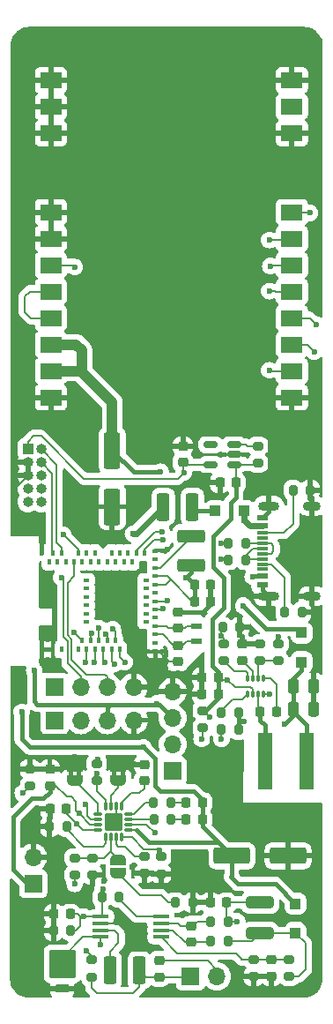
<source format=gbr>
%TF.GenerationSoftware,KiCad,Pcbnew,8.0.4*%
%TF.CreationDate,2024-11-03T02:00:12+08:00*%
%TF.ProjectId,MeshtasticStick,4d657368-7461-4737-9469-63537469636b,rev?*%
%TF.SameCoordinates,Original*%
%TF.FileFunction,Copper,L1,Top*%
%TF.FilePolarity,Positive*%
%FSLAX46Y46*%
G04 Gerber Fmt 4.6, Leading zero omitted, Abs format (unit mm)*
G04 Created by KiCad (PCBNEW 8.0.4) date 2024-11-03 02:00:12*
%MOMM*%
%LPD*%
G01*
G04 APERTURE LIST*
G04 Aperture macros list*
%AMRoundRect*
0 Rectangle with rounded corners*
0 $1 Rounding radius*
0 $2 $3 $4 $5 $6 $7 $8 $9 X,Y pos of 4 corners*
0 Add a 4 corners polygon primitive as box body*
4,1,4,$2,$3,$4,$5,$6,$7,$8,$9,$2,$3,0*
0 Add four circle primitives for the rounded corners*
1,1,$1+$1,$2,$3*
1,1,$1+$1,$4,$5*
1,1,$1+$1,$6,$7*
1,1,$1+$1,$8,$9*
0 Add four rect primitives between the rounded corners*
20,1,$1+$1,$2,$3,$4,$5,0*
20,1,$1+$1,$4,$5,$6,$7,0*
20,1,$1+$1,$6,$7,$8,$9,0*
20,1,$1+$1,$8,$9,$2,$3,0*%
%AMFreePoly0*
4,1,19,0.500000,-0.750000,0.000000,-0.750000,0.000000,-0.744911,-0.071157,-0.744911,-0.207708,-0.704816,-0.327430,-0.627875,-0.420627,-0.520320,-0.479746,-0.390866,-0.500000,-0.250000,-0.500000,0.250000,-0.479746,0.390866,-0.420627,0.520320,-0.327430,0.627875,-0.207708,0.704816,-0.071157,0.744911,0.000000,0.744911,0.000000,0.750000,0.500000,0.750000,0.500000,-0.750000,0.500000,-0.750000,
$1*%
%AMFreePoly1*
4,1,19,0.000000,0.744911,0.071157,0.744911,0.207708,0.704816,0.327430,0.627875,0.420627,0.520320,0.479746,0.390866,0.500000,0.250000,0.500000,-0.250000,0.479746,-0.390866,0.420627,-0.520320,0.327430,-0.627875,0.207708,-0.704816,0.071157,-0.744911,0.000000,-0.744911,0.000000,-0.750000,-0.500000,-0.750000,-0.500000,0.750000,0.000000,0.750000,0.000000,0.744911,0.000000,0.744911,
$1*%
G04 Aperture macros list end*
%TA.AperFunction,EtchedComponent*%
%ADD10C,0.000000*%
%TD*%
%TA.AperFunction,SMDPad,CuDef*%
%ADD11RoundRect,0.200000X0.275000X-0.200000X0.275000X0.200000X-0.275000X0.200000X-0.275000X-0.200000X0*%
%TD*%
%TA.AperFunction,SMDPad,CuDef*%
%ADD12RoundRect,0.225000X0.225000X0.250000X-0.225000X0.250000X-0.225000X-0.250000X0.225000X-0.250000X0*%
%TD*%
%TA.AperFunction,SMDPad,CuDef*%
%ADD13RoundRect,0.225000X-0.225000X-0.250000X0.225000X-0.250000X0.225000X0.250000X-0.225000X0.250000X0*%
%TD*%
%TA.AperFunction,SMDPad,CuDef*%
%ADD14RoundRect,0.200000X-0.200000X-0.275000X0.200000X-0.275000X0.200000X0.275000X-0.200000X0.275000X0*%
%TD*%
%TA.AperFunction,SMDPad,CuDef*%
%ADD15RoundRect,0.225000X0.250000X-0.225000X0.250000X0.225000X-0.250000X0.225000X-0.250000X-0.225000X0*%
%TD*%
%TA.AperFunction,SMDPad,CuDef*%
%ADD16RoundRect,0.250000X-0.250000X-0.475000X0.250000X-0.475000X0.250000X0.475000X-0.250000X0.475000X0*%
%TD*%
%TA.AperFunction,SMDPad,CuDef*%
%ADD17RoundRect,0.200000X0.200000X0.275000X-0.200000X0.275000X-0.200000X-0.275000X0.200000X-0.275000X0*%
%TD*%
%TA.AperFunction,SMDPad,CuDef*%
%ADD18RoundRect,0.050000X0.100000X-0.285000X0.100000X0.285000X-0.100000X0.285000X-0.100000X-0.285000X0*%
%TD*%
%TA.AperFunction,SMDPad,CuDef*%
%ADD19R,1.140000X0.600000*%
%TD*%
%TA.AperFunction,SMDPad,CuDef*%
%ADD20R,1.140000X0.300000*%
%TD*%
%TA.AperFunction,ComponentPad*%
%ADD21O,2.000000X0.900000*%
%TD*%
%TA.AperFunction,ComponentPad*%
%ADD22O,1.700000X0.900000*%
%TD*%
%TA.AperFunction,SMDPad,CuDef*%
%ADD23RoundRect,0.250000X1.075000X-0.375000X1.075000X0.375000X-1.075000X0.375000X-1.075000X-0.375000X0*%
%TD*%
%TA.AperFunction,SMDPad,CuDef*%
%ADD24R,1.430000X5.500000*%
%TD*%
%TA.AperFunction,SMDPad,CuDef*%
%ADD25RoundRect,0.225000X-0.250000X0.225000X-0.250000X-0.225000X0.250000X-0.225000X0.250000X0.225000X0*%
%TD*%
%TA.AperFunction,SMDPad,CuDef*%
%ADD26RoundRect,0.250000X-1.075000X0.312500X-1.075000X-0.312500X1.075000X-0.312500X1.075000X0.312500X0*%
%TD*%
%TA.AperFunction,SMDPad,CuDef*%
%ADD27RoundRect,0.250000X-0.300000X0.300000X-0.300000X-0.300000X0.300000X-0.300000X0.300000X0.300000X0*%
%TD*%
%TA.AperFunction,SMDPad,CuDef*%
%ADD28RoundRect,0.250000X0.375000X1.075000X-0.375000X1.075000X-0.375000X-1.075000X0.375000X-1.075000X0*%
%TD*%
%TA.AperFunction,ComponentPad*%
%ADD29R,1.700000X1.700000*%
%TD*%
%TA.AperFunction,ComponentPad*%
%ADD30O,1.700000X1.700000*%
%TD*%
%TA.AperFunction,ComponentPad*%
%ADD31R,1.000000X1.000000*%
%TD*%
%TA.AperFunction,ComponentPad*%
%ADD32O,1.000000X1.000000*%
%TD*%
%TA.AperFunction,SMDPad,CuDef*%
%ADD33O,0.850000X0.300000*%
%TD*%
%TA.AperFunction,SMDPad,CuDef*%
%ADD34O,0.300000X0.850000*%
%TD*%
%TA.AperFunction,SMDPad,CuDef*%
%ADD35RoundRect,0.175000X0.700000X0.700000X-0.700000X0.700000X-0.700000X-0.700000X0.700000X-0.700000X0*%
%TD*%
%TA.AperFunction,SMDPad,CuDef*%
%ADD36R,2.080000X1.510000*%
%TD*%
%TA.AperFunction,SMDPad,CuDef*%
%ADD37RoundRect,0.102500X-0.677500X-0.102500X0.677500X-0.102500X0.677500X0.102500X-0.677500X0.102500X0*%
%TD*%
%TA.AperFunction,SMDPad,CuDef*%
%ADD38RoundRect,0.218750X-0.218750X-0.256250X0.218750X-0.256250X0.218750X0.256250X-0.218750X0.256250X0*%
%TD*%
%TA.AperFunction,SMDPad,CuDef*%
%ADD39FreePoly0,270.000000*%
%TD*%
%TA.AperFunction,SMDPad,CuDef*%
%ADD40FreePoly1,270.000000*%
%TD*%
%TA.AperFunction,SMDPad,CuDef*%
%ADD41RoundRect,0.200000X-0.275000X0.200000X-0.275000X-0.200000X0.275000X-0.200000X0.275000X0.200000X0*%
%TD*%
%TA.AperFunction,SMDPad,CuDef*%
%ADD42RoundRect,0.250000X-0.300000X-0.300000X0.300000X-0.300000X0.300000X0.300000X-0.300000X0.300000X0*%
%TD*%
%TA.AperFunction,SMDPad,CuDef*%
%ADD43R,1.100000X0.600000*%
%TD*%
%TA.AperFunction,SMDPad,CuDef*%
%ADD44RoundRect,0.127000X-1.143000X1.208000X-1.143000X-1.208000X1.143000X-1.208000X1.143000X1.208000X0*%
%TD*%
%TA.AperFunction,SMDPad,CuDef*%
%ADD45RoundRect,0.076200X-0.558800X0.304800X-0.558800X-0.304800X0.558800X-0.304800X0.558800X0.304800X0*%
%TD*%
%TA.AperFunction,SMDPad,CuDef*%
%ADD46RoundRect,0.150000X0.512500X0.150000X-0.512500X0.150000X-0.512500X-0.150000X0.512500X-0.150000X0*%
%TD*%
%TA.AperFunction,SMDPad,CuDef*%
%ADD47R,0.400000X0.600000*%
%TD*%
%TA.AperFunction,SMDPad,CuDef*%
%ADD48R,0.600000X0.400000*%
%TD*%
%TA.AperFunction,SMDPad,CuDef*%
%ADD49RoundRect,0.250000X-0.550000X1.500000X-0.550000X-1.500000X0.550000X-1.500000X0.550000X1.500000X0*%
%TD*%
%TA.AperFunction,SMDPad,CuDef*%
%ADD50RoundRect,0.250000X-1.500000X-0.550000X1.500000X-0.550000X1.500000X0.550000X-1.500000X0.550000X0*%
%TD*%
%TA.AperFunction,SMDPad,CuDef*%
%ADD51FreePoly0,90.000000*%
%TD*%
%TA.AperFunction,SMDPad,CuDef*%
%ADD52FreePoly1,90.000000*%
%TD*%
%TA.AperFunction,ViaPad*%
%ADD53C,0.600000*%
%TD*%
%TA.AperFunction,Conductor*%
%ADD54C,0.200000*%
%TD*%
%TA.AperFunction,Conductor*%
%ADD55C,0.400000*%
%TD*%
%TA.AperFunction,Conductor*%
%ADD56C,0.600000*%
%TD*%
%TA.AperFunction,Conductor*%
%ADD57C,1.000000*%
%TD*%
G04 APERTURE END LIST*
D10*
%TA.AperFunction,EtchedComponent*%
%TO.C,JP2*%
G36*
X135500000Y-141250000D02*
G01*
X135100000Y-141250000D01*
X135100000Y-140750000D01*
X135500000Y-140750000D01*
X135500000Y-141250000D01*
G37*
%TD.AperFunction*%
%TA.AperFunction,EtchedComponent*%
G36*
X136300000Y-141250000D02*
G01*
X135900000Y-141250000D01*
X135900000Y-140750000D01*
X136300000Y-140750000D01*
X136300000Y-141250000D01*
G37*
%TD.AperFunction*%
%TA.AperFunction,EtchedComponent*%
%TO.C,JP3*%
G36*
X131300000Y-141250000D02*
G01*
X130900000Y-141250000D01*
X130900000Y-140750000D01*
X131300000Y-140750000D01*
X131300000Y-141250000D01*
G37*
%TD.AperFunction*%
%TA.AperFunction,EtchedComponent*%
G36*
X132100000Y-141250000D02*
G01*
X131700000Y-141250000D01*
X131700000Y-140750000D01*
X132100000Y-140750000D01*
X132100000Y-141250000D01*
G37*
%TD.AperFunction*%
%TD*%
D11*
%TO.P,R11,1*%
%TO.N,GND*%
X148700000Y-160500000D03*
%TO.P,R11,2*%
%TO.N,Vctrl*%
X148700000Y-158850000D03*
%TD*%
D12*
%TO.P,C6,1*%
%TO.N,VIN_sns*%
X131050000Y-154500000D03*
%TO.P,C6,2*%
%TO.N,GND*%
X129500000Y-154500000D03*
%TD*%
D13*
%TO.P,C4,1*%
%TO.N,3V3*%
X143025000Y-122900000D03*
%TO.P,C4,2*%
%TO.N,GND*%
X144575000Y-122900000D03*
%TD*%
D14*
%TO.P,R5,1*%
%TO.N,Ictrl-*%
X144575000Y-157100000D03*
%TO.P,R5,2*%
%TO.N,Vrs-*%
X146225000Y-157100000D03*
%TD*%
D15*
%TO.P,C3,1*%
%TO.N,Ictrl-*%
X142705000Y-157175000D03*
%TO.P,C3,2*%
%TO.N,Ictrl+*%
X142705000Y-155625000D03*
%TD*%
%TO.P,C14,1*%
%TO.N,Net-(BT1-+)*%
X129100000Y-142175000D03*
%TO.P,C14,2*%
%TO.N,GND*%
X129100000Y-140625000D03*
%TD*%
D16*
%TO.P,C19,1*%
%TO.N,Net-(D3-A)*%
X152550000Y-134800000D03*
%TO.P,C19,2*%
%TO.N,GND*%
X154450000Y-134800000D03*
%TD*%
D11*
%TO.P,R16,1*%
%TO.N,GND*%
X138200000Y-150600000D03*
%TO.P,R16,2*%
%TO.N,Net-(U5-IPRG)*%
X138200000Y-148950000D03*
%TD*%
D15*
%TO.P,C22,1*%
%TO.N,PV+*%
X139605000Y-160550000D03*
%TO.P,C22,2*%
%TO.N,PV-*%
X139605000Y-159000000D03*
%TD*%
D17*
%TO.P,R26,1*%
%TO.N,Net-(D3-A)*%
X147225000Y-135200000D03*
%TO.P,R26,2*%
%TO.N,Net-(U6-PG)*%
X145575000Y-135200000D03*
%TD*%
D14*
%TO.P,R2,1*%
%TO.N,Net-(J1-CC1)*%
X151675000Y-125500000D03*
%TO.P,R2,2*%
%TO.N,GND*%
X153325000Y-125500000D03*
%TD*%
D15*
%TO.P,C9,1*%
%TO.N,Net-(U4-P0.01)*%
X141400000Y-127075000D03*
%TO.P,C9,2*%
%TO.N,GND*%
X141400000Y-125525000D03*
%TD*%
D18*
%TO.P,U6,1,PG*%
%TO.N,Net-(U6-PG)*%
X148100000Y-133380000D03*
%TO.P,U6,2,VIN*%
%TO.N,VBAT*%
X148600000Y-133380000D03*
%TO.P,U6,3,SW*%
%TO.N,Net-(U6-SW)*%
X149100000Y-133380000D03*
%TO.P,U6,4,GND*%
%TO.N,GND*%
X149600000Y-133380000D03*
%TO.P,U6,5,BST*%
%TO.N,Net-(U6-BST)*%
X149600000Y-131900000D03*
%TO.P,U6,6,EN*%
%TO.N,Net-(U6-EN)*%
X149100000Y-131900000D03*
%TO.P,U6,7,SS*%
%TO.N,Net-(U6-SS)*%
X148600000Y-131900000D03*
%TO.P,U6,8,FB*%
%TO.N,Net-(U6-FB)*%
X148100000Y-131900000D03*
%TD*%
D19*
%TO.P,J1,A1_B12,GND*%
%TO.N,GND*%
X149555000Y-122852400D03*
%TO.P,J1,A4_B9,VBUS*%
%TO.N,Net-(D1-A)*%
X149555000Y-122052400D03*
D20*
%TO.P,J1,A5,CC1*%
%TO.N,Net-(J1-CC1)*%
X149555000Y-120902400D03*
%TO.P,J1,A6,DP1*%
%TO.N,DP*%
X149555000Y-119902400D03*
%TO.P,J1,A7,DN1*%
%TO.N,DN*%
X149555000Y-119402400D03*
%TO.P,J1,A8,SBU1*%
%TO.N,unconnected-(J1-SBU1-PadA8)*%
X149555000Y-118402400D03*
D19*
%TO.P,J1,B1_A12,GND*%
%TO.N,GND*%
X149555000Y-116452400D03*
%TO.P,J1,B4_A9,VBUS*%
%TO.N,Net-(D1-A)*%
X149555000Y-117252400D03*
D20*
%TO.P,J1,B5,CC2*%
%TO.N,Net-(J1-CC2)*%
X149555000Y-117902400D03*
%TO.P,J1,B6,DP2*%
%TO.N,DP*%
X149555000Y-118902400D03*
%TO.P,J1,B7,DN2*%
%TO.N,DN*%
X149555000Y-120402400D03*
%TO.P,J1,B8,SBU2*%
%TO.N,unconnected-(J1-SBU2-PadB8)*%
X149555000Y-121402400D03*
D21*
%TO.P,J1,S1,SHIELD*%
%TO.N,GND*%
X150135000Y-123977400D03*
%TO.P,J1,S2,SHIELD*%
X150135000Y-115327400D03*
D22*
%TO.P,J1,S3,SHIELD*%
X154305000Y-123977400D03*
%TO.P,J1,S4,SHIELD*%
X154305000Y-115327400D03*
%TD*%
D23*
%TO.P,L1,1,1*%
%TO.N,3V3*%
X142700000Y-121000000D03*
%TO.P,L1,2,2*%
%TO.N,Net-(U4-DCCH)*%
X142700000Y-118200000D03*
%TD*%
D17*
%TO.P,R20,1*%
%TO.N,GND*%
X142825000Y-153400000D03*
%TO.P,R20,2*%
%TO.N,Net-(JP4-A)*%
X141175000Y-153400000D03*
%TD*%
D24*
%TO.P,L3,1,1*%
%TO.N,Net-(U6-SW)*%
X149780000Y-139800000D03*
%TO.P,L3,2,2*%
%TO.N,Net-(D3-A)*%
X153820000Y-139800000D03*
%TD*%
D11*
%TO.P,R15,1*%
%TO.N,NTC*%
X133600000Y-141725000D03*
%TO.P,R15,2*%
%TO.N,Net-(U5-VREF)*%
X133600000Y-140075000D03*
%TD*%
D25*
%TO.P,C10,1*%
%TO.N,Net-(U4-P0.00)*%
X141400000Y-128725000D03*
%TO.P,C10,2*%
%TO.N,GND*%
X141400000Y-130275000D03*
%TD*%
D26*
%TO.P,R8,1*%
%TO.N,Vrs+*%
X149300000Y-153400000D03*
%TO.P,R8,2*%
%TO.N,Vrs-*%
X149300000Y-156325000D03*
%TD*%
D17*
%TO.P,R27,1*%
%TO.N,GND*%
X147358332Y-126975000D03*
%TO.P,R27,2*%
%TO.N,Net-(R22-Pad1)*%
X145708332Y-126975000D03*
%TD*%
D15*
%TO.P,C21,1*%
%TO.N,Net-(U6-SS)*%
X147566666Y-130150000D03*
%TO.P,C21,2*%
%TO.N,GND*%
X147566666Y-128600000D03*
%TD*%
D27*
%TO.P,D3,1,K*%
%TO.N,5V_OUTPUT*%
X153300000Y-127500000D03*
%TO.P,D3,2,A*%
%TO.N,Net-(D3-A)*%
X153300000Y-130300000D03*
%TD*%
D28*
%TO.P,F1,1*%
%TO.N,Net-(D1-K)*%
X142800000Y-115400000D03*
%TO.P,F1,2*%
%TO.N,5V_USB*%
X140000000Y-115400000D03*
%TD*%
D29*
%TO.P,J4,1,Pin_1*%
%TO.N,OLED_SDA*%
X129550000Y-135890000D03*
D30*
%TO.P,J4,2,Pin_2*%
%TO.N,OLED_SCL*%
X132090000Y-135890000D03*
%TO.P,J4,3,Pin_3*%
%TO.N,3V3*%
X134630000Y-135890000D03*
%TO.P,J4,4,Pin_4*%
%TO.N,GND*%
X137170000Y-135890000D03*
%TD*%
D17*
%TO.P,R13,1*%
%TO.N,DP*%
X147925000Y-118900000D03*
%TO.P,R13,2*%
%TO.N,Net-(U4-D+)*%
X146275000Y-118900000D03*
%TD*%
D31*
%TO.P,J2,1,Pin_1*%
%TO.N,3V3*%
X127000000Y-109855000D03*
D32*
%TO.P,J2,2,Pin_2*%
%TO.N,SWDIO{slash}TMS*%
X128270000Y-109855000D03*
%TO.P,J2,3,Pin_3*%
%TO.N,GND*%
X127000000Y-111125000D03*
%TO.P,J2,4,Pin_4*%
%TO.N,SWCLK{slash}TCK*%
X128270000Y-111125000D03*
%TO.P,J2,5,Pin_5*%
%TO.N,GND*%
X127000000Y-112395000D03*
%TO.P,J2,6,Pin_6*%
%TO.N,SWO{slash}TDO*%
X128270000Y-112395000D03*
%TO.P,J2,7,Pin_7*%
%TO.N,unconnected-(J2-Pin_7-Pad7)*%
X127000000Y-113665000D03*
%TO.P,J2,8,Pin_8*%
%TO.N,TDI*%
X128270000Y-113665000D03*
%TO.P,J2,9,Pin_9*%
%TO.N,NC*%
X127000000Y-114935000D03*
%TO.P,J2,10,Pin_10*%
%TO.N,nRESET*%
X128270000Y-114935000D03*
%TD*%
D12*
%TO.P,C17,1*%
%TO.N,VBAT*%
X145275000Y-131800000D03*
%TO.P,C17,2*%
%TO.N,GND*%
X143725000Y-131800000D03*
%TD*%
D11*
%TO.P,R18,1*%
%TO.N,GND*%
X139800000Y-150650000D03*
%TO.P,R18,2*%
%TO.N,Net-(U5-IPRE)*%
X139800000Y-149000000D03*
%TD*%
%TO.P,R21,1*%
%TO.N,GND*%
X133200000Y-150750000D03*
%TO.P,R21,2*%
%TO.N,Net-(JP4-B)*%
X133200000Y-149100000D03*
%TD*%
D33*
%TO.P,U5,1,VIN*%
%TO.N,5V_USB*%
X136700000Y-146400000D03*
%TO.P,U5,2,VINSNS*%
%TO.N,VIN_sns*%
X136700000Y-145900000D03*
%TO.P,U5,3,ST2*%
%TO.N,Net-(U5-ST2)*%
X136700000Y-145400000D03*
%TO.P,U5,4,ST1*%
%TO.N,Net-(U5-ST1)*%
X136700000Y-144900000D03*
D34*
%TO.P,U5,5,TPRG*%
%TO.N,Net-(U5-TPRG)*%
X135970000Y-144170000D03*
%TO.P,U5,6,GND*%
%TO.N,GND*%
X135470000Y-144170000D03*
%TO.P,U5,7,SD*%
%TO.N,Net-(JP2-B)*%
X134970000Y-144170000D03*
%TO.P,U5,8,TH*%
%TO.N,NTC*%
X134470000Y-144170000D03*
D33*
%TO.P,U5,9,VOPRG*%
%TO.N,Net-(JP3-B)*%
X133740000Y-144900000D03*
%TO.P,U5,10,VOSNS*%
%TO.N,VBAT*%
X133740000Y-145400000D03*
%TO.P,U5,11,VOUT*%
%TO.N,Net-(BT1-+)*%
X133740000Y-145900000D03*
%TO.P,U5,12,VREF*%
%TO.N,Net-(U5-VREF)*%
X133740000Y-146400000D03*
D34*
%TO.P,U5,13,IEND*%
%TO.N,Net-(U5-IEND)*%
X134470000Y-147130000D03*
%TO.P,U5,14,VPRE*%
%TO.N,Net-(JP4-B)*%
X134970000Y-147130000D03*
%TO.P,U5,15,IPRG*%
%TO.N,Net-(U5-IPRG)*%
X135470000Y-147130000D03*
%TO.P,U5,16,IPRE*%
%TO.N,Net-(U5-IPRE)*%
X135970000Y-147130000D03*
D35*
%TO.P,U5,17,EP*%
%TO.N,GND*%
X135220000Y-145650000D03*
%TD*%
D16*
%TO.P,C20,1*%
%TO.N,Net-(D3-A)*%
X152550000Y-132600000D03*
%TO.P,C20,2*%
%TO.N,GND*%
X154450000Y-132600000D03*
%TD*%
D17*
%TO.P,R29,1*%
%TO.N,Net-(D5-K)*%
X140750000Y-145400000D03*
%TO.P,R29,2*%
%TO.N,Net-(U5-ST2)*%
X139100000Y-145400000D03*
%TD*%
D11*
%TO.P,R23,1*%
%TO.N,Net-(U6-EN)*%
X151100000Y-130200000D03*
%TO.P,R23,2*%
%TO.N,VBAT*%
X151100000Y-128550000D03*
%TD*%
D36*
%TO.P,U3,1,GND*%
%TO.N,GND*%
X129217200Y-74445000D03*
%TO.P,U3,2,GND*%
X129217200Y-76985000D03*
%TO.P,U3,3,GND*%
X129217200Y-79525000D03*
%TO.P,U3,4,GND*%
X129217200Y-87125000D03*
%TO.P,U3,5,GND*%
X129217200Y-89665000D03*
%TO.P,U3,6,RXEN*%
%TO.N,SX126X_RXEN*%
X129217200Y-92205000D03*
%TO.P,U3,7,TXEN*%
%TO.N,SX126X_TXEN*%
X129217200Y-94745000D03*
%TO.P,U3,8,DIO2*%
X129217200Y-97285000D03*
%TO.P,U3,9,VCC*%
%TO.N,5V_OUTPUT*%
X129217200Y-99825000D03*
%TO.P,U3,10,VCC*%
X129217200Y-102365000D03*
%TO.P,U3,11,GND*%
%TO.N,GND*%
X129217200Y-104905000D03*
%TO.P,U3,12,GND*%
X152367200Y-104905000D03*
%TO.P,U3,13,DIO1*%
%TO.N,LORA_DIO1*%
X152367200Y-102365000D03*
%TO.P,U3,14,BUSY*%
%TO.N,LORA_DIO2*%
X152367200Y-99825000D03*
%TO.P,U3,15,~{RST}*%
%TO.N,LORA_RESET*%
X152367200Y-97285000D03*
%TO.P,U3,16,MISO*%
%TO.N,LORA_MISO*%
X152367200Y-94745000D03*
%TO.P,U3,17,MOSI*%
%TO.N,LORA_MOSI*%
X152367200Y-92205000D03*
%TO.P,U3,18,SCK*%
%TO.N,LORA_SCK*%
X152367200Y-89665000D03*
%TO.P,U3,19,NSS*%
%TO.N,LORA_CS*%
X152367200Y-87125000D03*
%TO.P,U3,20,GND*%
%TO.N,GND*%
X152367200Y-79525000D03*
%TO.P,U3,21,ANT*%
%TO.N,unconnected-(U3-ANT-Pad21)*%
X152367200Y-76985000D03*
%TO.P,U3,22,GND*%
%TO.N,GND*%
X152367200Y-74445000D03*
%TD*%
D11*
%TO.P,R17,1*%
%TO.N,Net-(U5-IPRE)*%
X131500000Y-150750000D03*
%TO.P,R17,2*%
%TO.N,Net-(JP4-B)*%
X131500000Y-149100000D03*
%TD*%
D29*
%TO.P,J3,1,Pin_1*%
%TO.N,Net-(J3-Pin_1)*%
X129540000Y-132715000D03*
D30*
%TO.P,J3,2,Pin_2*%
%TO.N,GPS_RX*%
X132080000Y-132715000D03*
%TO.P,J3,3,Pin_3*%
%TO.N,GPS_TX*%
X134620000Y-132715000D03*
%TO.P,J3,4,Pin_4*%
%TO.N,GND*%
X137160000Y-132715000D03*
%TD*%
D37*
%TO.P,U2,1,MPPT-SET*%
%TO.N,VIN_sns*%
X134008402Y-154743402D03*
%TO.P,U2,2,GND*%
%TO.N,GND*%
X134008402Y-155393402D03*
%TO.P,U2,3,LX*%
%TO.N,Net-(U2-LX)*%
X134008402Y-156043402D03*
%TO.P,U2,4,VOUT*%
%TO.N,Vrs+*%
X134008402Y-156693402D03*
%TO.P,U2,5,VCTRL*%
%TO.N,Vctrl*%
X139768402Y-156693402D03*
%TO.P,U2,6,ICTRL_MINUS*%
%TO.N,Ictrl-*%
X139768402Y-156043402D03*
%TO.P,U2,7,ICTRL_PLUS*%
%TO.N,Ictrl+*%
X139768402Y-155393402D03*
%TO.P,U2,8,XSHUT*%
%TO.N,Net-(U2-XSHUT)*%
X139768402Y-154743402D03*
%TD*%
D11*
%TO.P,R30,1*%
%TO.N,Net-(BT1-+)*%
X143800000Y-136625000D03*
%TO.P,R30,2*%
%TO.N,VBAT*%
X143800000Y-134975000D03*
%TD*%
D14*
%TO.P,R3,1*%
%TO.N,Net-(J1-CC2)*%
X152475000Y-113800000D03*
%TO.P,R3,2*%
%TO.N,GND*%
X154125000Y-113800000D03*
%TD*%
D38*
%TO.P,D4,1,K*%
%TO.N,Net-(D4-K)*%
X142187500Y-143800000D03*
%TO.P,D4,2,A*%
%TO.N,5V_USB*%
X143762500Y-143800000D03*
%TD*%
D14*
%TO.P,R14,1*%
%TO.N,GND*%
X129075000Y-146100000D03*
%TO.P,R14,2*%
%TO.N,Net-(U5-IEND)*%
X130725000Y-146100000D03*
%TD*%
D39*
%TO.P,JP2,1,A*%
%TO.N,GND*%
X135700000Y-140350000D03*
D40*
%TO.P,JP2,2,B*%
%TO.N,Net-(JP2-B)*%
X135700000Y-141650000D03*
%TD*%
D41*
%TO.P,R24,1*%
%TO.N,Net-(R22-Pad1)*%
X145800000Y-128550000D03*
%TO.P,R24,2*%
%TO.N,Net-(U6-FB)*%
X145800000Y-130200000D03*
%TD*%
D12*
%TO.P,C2,1*%
%TO.N,VBAT*%
X147000000Y-113100000D03*
%TO.P,C2,2*%
%TO.N,GND*%
X145450000Y-113100000D03*
%TD*%
D41*
%TO.P,R10,1*%
%TO.N,Vctrl*%
X152100000Y-158850000D03*
%TO.P,R10,2*%
%TO.N,Vrs-*%
X152100000Y-160500000D03*
%TD*%
D25*
%TO.P,C11,1*%
%TO.N,Vctrl*%
X150400000Y-158900000D03*
%TO.P,C11,2*%
%TO.N,GND*%
X150400000Y-160450000D03*
%TD*%
D29*
%TO.P,J6,1,Pin_1*%
%TO.N,DEBUG_RX*%
X140900000Y-140740000D03*
D30*
%TO.P,J6,2,Pin_2*%
%TO.N,DEBUG_TX*%
X140900000Y-138200000D03*
%TO.P,J6,3,Pin_3*%
%TO.N,3V3*%
X140900000Y-135660000D03*
%TO.P,J6,4,Pin_4*%
%TO.N,GND*%
X140900000Y-133120000D03*
%TD*%
D41*
%TO.P,R25,1*%
%TO.N,GND*%
X149333332Y-128550000D03*
%TO.P,R25,2*%
%TO.N,Net-(U6-EN)*%
X149333332Y-130200000D03*
%TD*%
D42*
%TO.P,D1,1,K*%
%TO.N,Net-(D1-K)*%
X145000000Y-115800000D03*
%TO.P,D1,2,A*%
%TO.N,Net-(D1-A)*%
X147800000Y-115800000D03*
%TD*%
D14*
%TO.P,R4,1*%
%TO.N,Ictrl+*%
X144575000Y-155200000D03*
%TO.P,R4,2*%
%TO.N,Vrs+*%
X146225000Y-155200000D03*
%TD*%
D43*
%TO.P,Y1,1,1*%
%TO.N,Net-(U4-P0.01)*%
X143200000Y-126900000D03*
%TO.P,Y1,2,2*%
%TO.N,Net-(U4-P0.00)*%
X143200000Y-128300000D03*
%TD*%
D12*
%TO.P,C15,1*%
%TO.N,Net-(U5-VREF)*%
X130675000Y-144400000D03*
%TO.P,C15,2*%
%TO.N,GND*%
X129125000Y-144400000D03*
%TD*%
D41*
%TO.P,R19,1*%
%TO.N,GND*%
X127200000Y-140575000D03*
%TO.P,R19,2*%
%TO.N,NTC*%
X127200000Y-142225000D03*
%TD*%
D15*
%TO.P,C1,1*%
%TO.N,3V3*%
X141900000Y-111150000D03*
%TO.P,C1,2*%
%TO.N,GND*%
X141900000Y-109600000D03*
%TD*%
D11*
%TO.P,R1,1*%
%TO.N,VBAT*%
X149100000Y-111225000D03*
%TO.P,R1,2*%
%TO.N,Net-(U1-EN)*%
X149100000Y-109575000D03*
%TD*%
D28*
%TO.P,L2,1,1*%
%TO.N,PV+*%
X137705000Y-159900000D03*
%TO.P,L2,2,2*%
%TO.N,Net-(U2-LX)*%
X134905000Y-159900000D03*
%TD*%
D39*
%TO.P,JP3,1,A*%
%TO.N,GND*%
X131500000Y-140350000D03*
D40*
%TO.P,JP3,2,B*%
%TO.N,Net-(JP3-B)*%
X131500000Y-141650000D03*
%TD*%
D17*
%TO.P,R12,1*%
%TO.N,DN*%
X147900000Y-120500000D03*
%TO.P,R12,2*%
%TO.N,Net-(U4-D-)*%
X146250000Y-120500000D03*
%TD*%
D29*
%TO.P,J5,1,Pin_1*%
%TO.N,PV+*%
X142625000Y-160500000D03*
D30*
%TO.P,J5,2,Pin_2*%
%TO.N,PV-*%
X145165000Y-160500000D03*
%TD*%
D17*
%TO.P,R9,1*%
%TO.N,Net-(U2-XSHUT)*%
X135750000Y-152900000D03*
%TO.P,R9,2*%
%TO.N,VIN_sns*%
X134100000Y-152900000D03*
%TD*%
D15*
%TO.P,C13,1*%
%TO.N,Net-(U5-TPRG)*%
X138176000Y-141715000D03*
%TO.P,C13,2*%
%TO.N,GND*%
X138176000Y-140165000D03*
%TD*%
D14*
%TO.P,R22,1*%
%TO.N,Net-(R22-Pad1)*%
X145575000Y-136800000D03*
%TO.P,R22,2*%
%TO.N,Net-(D3-A)*%
X147225000Y-136800000D03*
%TD*%
D44*
%TO.P,D2,1,A1*%
%TO.N,Vrs+*%
X130300000Y-159303000D03*
D45*
%TO.P,D2,2,A2*%
%TO.N,GND*%
X130300000Y-161654000D03*
%TD*%
D11*
%TO.P,R6,1*%
%TO.N,PV+*%
X133105000Y-160550000D03*
%TO.P,R6,2*%
%TO.N,VIN_sns*%
X133105000Y-158900000D03*
%TD*%
D12*
%TO.P,C18,1*%
%TO.N,VBAT*%
X145275000Y-133400000D03*
%TO.P,C18,2*%
%TO.N,GND*%
X143725000Y-133400000D03*
%TD*%
D46*
%TO.P,U1,1,VIN*%
%TO.N,VBAT*%
X146800000Y-111350000D03*
%TO.P,U1,2,GND*%
%TO.N,GND*%
X146800000Y-110400000D03*
%TO.P,U1,3,EN*%
%TO.N,Net-(U1-EN)*%
X146800000Y-109450000D03*
%TO.P,U1,4,NC*%
%TO.N,unconnected-(U1-NC-Pad4)*%
X144525000Y-109450000D03*
%TO.P,U1,5,VOUT*%
%TO.N,3V3*%
X144525000Y-111350000D03*
%TD*%
D12*
%TO.P,C8,1*%
%TO.N,Vrs+*%
X146075000Y-153400000D03*
%TO.P,C8,2*%
%TO.N,GND*%
X144525000Y-153400000D03*
%TD*%
D47*
%TO.P,U4,1,GND*%
%TO.N,GND*%
X128330000Y-129110000D03*
%TO.P,U4,2,GND*%
X129430000Y-129110000D03*
%TO.P,U4,3,P1.10*%
%TO.N,unconnected-(U4-P1.10-Pad3)*%
X130230000Y-129110000D03*
%TO.P,U4,4,P1.11*%
%TO.N,unconnected-(U4-P1.11-Pad4)*%
X131830000Y-129110000D03*
%TO.P,U4,5,P1.12*%
%TO.N,SX126X_RXEN*%
X132230000Y-128210000D03*
%TO.P,U4,6,P1.13*%
%TO.N,LORA_SCK*%
X132630000Y-129110000D03*
%TO.P,U4,7,P1.14*%
%TO.N,LORA_MISO*%
X133030000Y-128210000D03*
%TO.P,U4,8,P1.15*%
%TO.N,LORA_MOSI*%
X133430000Y-129110000D03*
%TO.P,U4,9,P0.03*%
%TO.N,LORA_DIO1*%
X133830000Y-128210000D03*
%TO.P,U4,10,P0.29*%
%TO.N,LORA_RESET*%
X134230000Y-129110000D03*
%TO.P,U4,11,P0.02*%
%TO.N,LORA_CS*%
X134630000Y-128210000D03*
%TO.P,U4,12,P0.31*%
%TO.N,OLED_SCL*%
X135030000Y-129110000D03*
%TO.P,U4,13,P0.28*%
%TO.N,LORA_DIO2*%
X135430000Y-128210000D03*
%TO.P,U4,14,P0.30*%
%TO.N,OLED_SDA*%
X135830000Y-129110000D03*
D48*
%TO.P,U4,15,GND*%
%TO.N,GND*%
X139230000Y-129260000D03*
%TO.P,U4,16,P0.27*%
%TO.N,unconnected-(U4-P0.27-Pad16)*%
X139230000Y-128460000D03*
%TO.P,U4,17,P0.00*%
%TO.N,Net-(U4-P0.00)*%
X139230000Y-127660000D03*
%TO.P,U4,18,P0.01*%
%TO.N,Net-(U4-P0.01)*%
X139230000Y-126860000D03*
%TO.P,U4,19,P0.26*%
%TO.N,unconnected-(U4-P0.26-Pad19)*%
X138330000Y-126460000D03*
%TO.P,U4,20,P0.04*%
%TO.N,unconnected-(U4-P0.04-Pad20)*%
X139230000Y-126060000D03*
%TO.P,U4,21,P0.05*%
%TO.N,unconnected-(U4-P0.05-Pad21)*%
X138330000Y-125660000D03*
%TO.P,U4,22,P0.06*%
%TO.N,DEBUG_TX*%
X139230000Y-125260000D03*
%TO.P,U4,23,P0.07*%
%TO.N,unconnected-(U4-P0.07-Pad23)*%
X138330000Y-124860000D03*
%TO.P,U4,24,P0.08*%
%TO.N,DEBUG_RX*%
X139230000Y-124460000D03*
%TO.P,U4,25,P1.08*%
%TO.N,unconnected-(U4-P1.08-Pad25)*%
X138330000Y-124060000D03*
%TO.P,U4,26,P1.09*%
%TO.N,unconnected-(U4-P1.09-Pad26)*%
X139230000Y-123660000D03*
%TO.P,U4,27,P0.11*%
%TO.N,unconnected-(U4-P0.11-Pad27)*%
X138330000Y-123260000D03*
%TO.P,U4,28,VDD*%
%TO.N,3V3*%
X139230000Y-122860000D03*
%TO.P,U4,29,P0.12*%
%TO.N,unconnected-(U4-P0.12-Pad29)*%
X138330000Y-122460000D03*
%TO.P,U4,30,VDDH*%
%TO.N,3V3*%
X139230000Y-122060000D03*
%TO.P,U4,31,DCCH*%
%TO.N,Net-(U4-DCCH)*%
X139230000Y-121260000D03*
%TO.P,U4,32,VBUS*%
%TO.N,VBUS*%
X139230000Y-120460000D03*
%TO.P,U4,33,GND*%
%TO.N,GND*%
X139230000Y-119660000D03*
D47*
%TO.P,U4,34,D-*%
%TO.N,Net-(U4-D-)*%
X138230000Y-119810000D03*
%TO.P,U4,35,D+*%
%TO.N,Net-(U4-D+)*%
X137430000Y-119810000D03*
%TO.P,U4,36,P0.14*%
%TO.N,unconnected-(U4-P0.14-Pad36)*%
X137030000Y-120710000D03*
%TO.P,U4,37,P0.13*%
%TO.N,unconnected-(U4-P0.13-Pad37)*%
X136630000Y-119810000D03*
%TO.P,U4,38,P0.16*%
%TO.N,unconnected-(U4-P0.16-Pad38)*%
X136230000Y-120710000D03*
%TO.P,U4,39,P0.15*%
%TO.N,unconnected-(U4-P0.15-Pad39)*%
X135830000Y-119810000D03*
%TO.P,U4,40,P0.18*%
%TO.N,unconnected-(U4-P0.18-Pad40)*%
X135430000Y-120710000D03*
%TO.P,U4,41,P0.17*%
%TO.N,unconnected-(U4-P0.17-Pad41)*%
X135030000Y-119810000D03*
%TO.P,U4,42,P0.19*%
%TO.N,unconnected-(U4-P0.19-Pad42)*%
X134630000Y-120710000D03*
%TO.P,U4,43,P0.21*%
%TO.N,unconnected-(U4-P0.21-Pad43)*%
X133830000Y-120710000D03*
%TO.P,U4,44,P0.20*%
%TO.N,unconnected-(U4-P0.20-Pad44)*%
X133430000Y-119810000D03*
%TO.P,U4,45,P0.23*%
%TO.N,unconnected-(U4-P0.23-Pad45)*%
X133030000Y-120710000D03*
%TO.P,U4,46,P0.22*%
%TO.N,unconnected-(U4-P0.22-Pad46)*%
X132630000Y-119810000D03*
%TO.P,U4,47,P1.00*%
%TO.N,unconnected-(U4-P1.00-Pad47)*%
X132230000Y-120710000D03*
%TO.P,U4,48,P0.24*%
%TO.N,GPS_RX*%
X131830000Y-119810000D03*
%TO.P,U4,49,P0.25*%
%TO.N,GPS_TX*%
X131430000Y-120710000D03*
%TO.P,U4,50,P1.02*%
%TO.N,unconnected-(U4-P1.02-Pad50)*%
X130630000Y-120710000D03*
%TO.P,U4,51,SWDIO*%
%TO.N,SWDIO{slash}TMS*%
X130230000Y-119810000D03*
%TO.P,U4,52,P0.09*%
%TO.N,unconnected-(U4-P0.09-Pad52)*%
X129830000Y-120710000D03*
%TO.P,U4,53,SWDCLK*%
%TO.N,SWCLK{slash}TCK*%
X129430000Y-119810000D03*
%TO.P,U4,54,P0.10*%
%TO.N,unconnected-(U4-P0.10-Pad54)*%
X129030000Y-120710000D03*
%TO.P,U4,55,GND*%
%TO.N,GND*%
X128330000Y-119810000D03*
D48*
%TO.P,U4,56,P1.04*%
%TO.N,unconnected-(U4-P1.04-Pad56)*%
X132630000Y-126460000D03*
%TO.P,U4,57,P1.06*%
%TO.N,unconnected-(U4-P1.06-Pad57)*%
X132630000Y-125660000D03*
%TO.P,U4,58,P1.07*%
%TO.N,unconnected-(U4-P1.07-Pad58)*%
X132630000Y-124860000D03*
%TO.P,U4,59,P1.05*%
%TO.N,unconnected-(U4-P1.05-Pad59)*%
X132630000Y-124060000D03*
%TO.P,U4,60,P1.03*%
%TO.N,unconnected-(U4-P1.03-Pad60)*%
X132630000Y-123260000D03*
%TO.P,U4,61,P1.01*%
%TO.N,unconnected-(U4-P1.01-Pad61)*%
X132630000Y-122460000D03*
%TD*%
D49*
%TO.P,C7,1*%
%TO.N,5V_OUTPUT*%
X135100000Y-110000000D03*
%TO.P,C7,2*%
%TO.N,GND*%
X135100000Y-115400000D03*
%TD*%
D13*
%TO.P,C5,1*%
%TO.N,3V3*%
X143025000Y-124500000D03*
%TO.P,C5,2*%
%TO.N,GND*%
X144575000Y-124500000D03*
%TD*%
D38*
%TO.P,D5,1,K*%
%TO.N,Net-(D5-K)*%
X142200000Y-145400000D03*
%TO.P,D5,2,A*%
%TO.N,5V_USB*%
X143775000Y-145400000D03*
%TD*%
D29*
%TO.P,BT1,1,+*%
%TO.N,Net-(BT1-+)*%
X127500000Y-151575000D03*
D30*
%TO.P,BT1,2,-*%
%TO.N,GND*%
X127500000Y-149035000D03*
%TD*%
D50*
%TO.P,C12,1*%
%TO.N,5V_USB*%
X146600000Y-148900000D03*
%TO.P,C12,2*%
%TO.N,GND*%
X152000000Y-148900000D03*
%TD*%
D27*
%TO.P,D6,1,K*%
%TO.N,5V_USB*%
X152700000Y-153500000D03*
%TO.P,D6,2,A*%
%TO.N,Vrs-*%
X152700000Y-156300000D03*
%TD*%
D12*
%TO.P,C16,1*%
%TO.N,Net-(U6-BST)*%
X150875000Y-135100000D03*
%TO.P,C16,2*%
%TO.N,Net-(U6-SW)*%
X149325000Y-135100000D03*
%TD*%
D17*
%TO.P,R28,1*%
%TO.N,Net-(D4-K)*%
X140725000Y-143800000D03*
%TO.P,R28,2*%
%TO.N,Net-(U5-ST1)*%
X139075000Y-143800000D03*
%TD*%
D51*
%TO.P,JP4,1,A*%
%TO.N,Net-(JP4-A)*%
X135700000Y-150600000D03*
D52*
%TO.P,JP4,2,B*%
%TO.N,Net-(JP4-B)*%
X135700000Y-149300000D03*
%TD*%
D17*
%TO.P,R7,1*%
%TO.N,VIN_sns*%
X131125000Y-156100000D03*
%TO.P,R7,2*%
%TO.N,GND*%
X129475000Y-156100000D03*
%TD*%
D53*
%TO.N,GND*%
X128100000Y-144400000D03*
X130600000Y-112500000D03*
X144575000Y-123700000D03*
X128380000Y-130400000D03*
X135220000Y-145650000D03*
X128100000Y-146100000D03*
X137000000Y-150000000D03*
X131500000Y-139400000D03*
X134300000Y-151300000D03*
X137200000Y-140100000D03*
X135600000Y-155300000D03*
X150200000Y-133400000D03*
X130700000Y-109300000D03*
X140400000Y-119500000D03*
X129400000Y-130500000D03*
%TO.N,VBAT*%
X144500000Y-135600000D03*
X151100000Y-127900000D03*
X132500000Y-144000000D03*
X146200000Y-132000000D03*
%TO.N,3V3*%
X142200000Y-122200000D03*
X139360000Y-134287661D03*
X142000000Y-112100000D03*
X127600000Y-131100000D03*
%TO.N,5V_USB*%
X138100000Y-138500000D03*
X137100000Y-118000000D03*
X126400000Y-135100000D03*
%TO.N,VIN_sns*%
X134200000Y-152100000D03*
X132400000Y-154743402D03*
X132600000Y-158000000D03*
X139200000Y-146700000D03*
%TO.N,5V_OUTPUT*%
X139746149Y-112050000D03*
X147700000Y-124900000D03*
%TO.N,Vrs+*%
X134000000Y-157400000D03*
X147100000Y-155200000D03*
%TO.N,Net-(U5-VREF)*%
X133700000Y-139650000D03*
X131649997Y-145800000D03*
%TO.N,Net-(D3-A)*%
X147800000Y-136000000D03*
X151700000Y-136300000D03*
%TO.N,Net-(D1-A)*%
X147800000Y-116700000D03*
X148600000Y-122100000D03*
%TO.N,GPS_RX*%
X130400000Y-118100000D03*
X130200000Y-122200000D03*
%TO.N,OLED_SDA*%
X136300000Y-130300000D03*
%TO.N,OLED_SCL*%
X135300000Y-130500000D03*
%TO.N,Net-(U4-D-)*%
X145550000Y-120431478D03*
X140000000Y-118600000D03*
%TO.N,Net-(U4-D+)*%
X145550000Y-118900000D03*
X139866486Y-117782702D03*
%TO.N,NTC*%
X133600000Y-141000000D03*
X126500000Y-142900000D03*
%TO.N,Net-(U5-IPRE)*%
X139650000Y-148350000D03*
X131500000Y-151600000D03*
%TO.N,Net-(R22-Pad1)*%
X145600000Y-127800000D03*
X145600000Y-137700000D03*
%TO.N,LORA_MOSI*%
X133400000Y-130300000D03*
X150300000Y-92300000D03*
%TO.N,LORA_DIO1*%
X133839180Y-127064971D03*
X150199998Y-102299996D03*
%TO.N,LORA_SCK*%
X150200000Y-89800000D03*
X132500000Y-130300000D03*
%TO.N,LORA_DIO2*%
X135150000Y-127140380D03*
X154500000Y-100500000D03*
%TO.N,LORA_RESET*%
X134400004Y-130300000D03*
X154700000Y-97900000D03*
%TO.N,LORA_CS*%
X154100000Y-87200000D03*
X134438577Y-127605547D03*
%TO.N,LORA_MISO*%
X133160000Y-127576066D03*
X150200000Y-94700000D03*
%TO.N,SX126X_RXEN*%
X131459995Y-127439995D03*
X131500000Y-92400000D03*
%TO.N,DEBUG_RX*%
X140400000Y-124400000D03*
%TO.N,DEBUG_TX*%
X140000000Y-125200000D03*
%TO.N,Net-(BT1-+)*%
X131900000Y-144833364D03*
X143700000Y-137700000D03*
%TD*%
D54*
%TO.N,GND*%
X125800000Y-117600000D02*
X125800000Y-113595000D01*
X140575000Y-130275000D02*
X141400000Y-130275000D01*
D55*
X141400000Y-125525000D02*
X143775000Y-125525000D01*
D54*
X129125000Y-146050000D02*
X129075000Y-146100000D01*
X129075000Y-146100000D02*
X128100000Y-146100000D01*
X128330000Y-129110000D02*
X128330000Y-130350000D01*
X139560000Y-129260000D02*
X140575000Y-130275000D01*
X125800000Y-113595000D02*
X127000000Y-112395000D01*
D55*
X149555000Y-123397400D02*
X150135000Y-123977400D01*
D54*
X139230000Y-119660000D02*
X140240000Y-119660000D01*
X131500000Y-140350000D02*
X131500000Y-139400000D01*
X128330000Y-118368578D02*
X128061422Y-118100000D01*
X135506598Y-155393402D02*
X135600000Y-155300000D01*
D55*
X144575000Y-124500000D02*
X144575000Y-123700000D01*
X143775000Y-125525000D02*
X144575000Y-124725000D01*
D54*
X150180000Y-133380000D02*
X150200000Y-133400000D01*
X129430000Y-129110000D02*
X129430000Y-130470000D01*
X134008402Y-155393402D02*
X135506598Y-155393402D01*
D55*
X150135000Y-115872400D02*
X149555000Y-116452400D01*
D54*
X128330000Y-119810000D02*
X128330000Y-118368578D01*
D55*
X150135000Y-115327400D02*
X150135000Y-115872400D01*
D54*
X137265000Y-140165000D02*
X137200000Y-140100000D01*
X139230000Y-129260000D02*
X139560000Y-129260000D01*
X140240000Y-119660000D02*
X140400000Y-119500000D01*
X128330000Y-130350000D02*
X128380000Y-130400000D01*
X135470000Y-144170000D02*
X135470000Y-145400000D01*
X135470000Y-145400000D02*
X135220000Y-145650000D01*
D55*
X144575000Y-124725000D02*
X144575000Y-124500000D01*
D54*
X129125000Y-144400000D02*
X128100000Y-144400000D01*
D55*
X149555000Y-122852400D02*
X149555000Y-123397400D01*
D54*
X128061422Y-118100000D02*
X126300000Y-118100000D01*
X126300000Y-118100000D02*
X125800000Y-117600000D01*
X149600000Y-133380000D02*
X150180000Y-133380000D01*
X138176000Y-140165000D02*
X137265000Y-140165000D01*
X129430000Y-130470000D02*
X129400000Y-130500000D01*
D55*
X144575000Y-123700000D02*
X144575000Y-122900000D01*
D54*
X129125000Y-144400000D02*
X129125000Y-146050000D01*
D55*
%TO.N,VBAT*%
X145275000Y-131800000D02*
X145275000Y-133400000D01*
D54*
X132700000Y-145067678D02*
X132700000Y-144200000D01*
X146900000Y-132700000D02*
X146200000Y-132000000D01*
X148600000Y-133380000D02*
X148600000Y-132900000D01*
X147000000Y-113100000D02*
X147000000Y-111550000D01*
X145475000Y-132000000D02*
X145275000Y-131800000D01*
X147000000Y-111550000D02*
X146800000Y-111350000D01*
D55*
X144700000Y-130700000D02*
X144700000Y-126200000D01*
X145800000Y-122200000D02*
X144800000Y-121200000D01*
X145275000Y-131275000D02*
X144700000Y-130700000D01*
D54*
X133740000Y-145400000D02*
X133032322Y-145400000D01*
X133032322Y-145400000D02*
X132700000Y-145067678D01*
X132700000Y-144200000D02*
X132500000Y-144000000D01*
D55*
X143800000Y-134975000D02*
X144025000Y-134975000D01*
X146500000Y-116500000D02*
X146500000Y-115000000D01*
X144025000Y-134975000D02*
X145275000Y-133725000D01*
X144800000Y-121200000D02*
X144800000Y-118200000D01*
D54*
X146200000Y-132000000D02*
X145475000Y-132000000D01*
D55*
X147000000Y-114500000D02*
X147000000Y-113100000D01*
X145275000Y-133725000D02*
X145275000Y-133400000D01*
D54*
X144500000Y-135600000D02*
X144425000Y-135600000D01*
X148975000Y-111350000D02*
X149100000Y-111225000D01*
D55*
X145800000Y-125100000D02*
X145800000Y-122200000D01*
X146500000Y-115000000D02*
X147000000Y-114500000D01*
X144800000Y-118200000D02*
X146500000Y-116500000D01*
D54*
X144425000Y-135600000D02*
X143800000Y-134975000D01*
X146800000Y-111350000D02*
X148975000Y-111350000D01*
D55*
X145275000Y-131800000D02*
X145275000Y-131275000D01*
X144700000Y-126200000D02*
X145800000Y-125100000D01*
D54*
X151100000Y-128550000D02*
X151100000Y-127900000D01*
X148400000Y-132700000D02*
X146900000Y-132700000D01*
X148600000Y-132900000D02*
X148400000Y-132700000D01*
D55*
%TO.N,3V3*%
X127600000Y-131100000D02*
X127600000Y-134100000D01*
X138700000Y-134400000D02*
X139640000Y-134400000D01*
D54*
X142000000Y-112100000D02*
X141400000Y-112700000D01*
D55*
X134900000Y-134400000D02*
X138700000Y-134400000D01*
X127900000Y-134400000D02*
X134900000Y-134400000D01*
D54*
X132355000Y-112700000D02*
X128255000Y-108600000D01*
X127000000Y-109155000D02*
X127000000Y-109855000D01*
X140700000Y-122400000D02*
X140360000Y-122060000D01*
D55*
X134630000Y-134670000D02*
X134630000Y-135890000D01*
D54*
X127555000Y-108600000D02*
X127000000Y-109155000D01*
X140360000Y-122060000D02*
X139230000Y-122060000D01*
X140700000Y-122400000D02*
X140240000Y-122860000D01*
D55*
X139640000Y-134400000D02*
X139472339Y-134400000D01*
X139472339Y-134400000D02*
X139360000Y-134287661D01*
D54*
X142100000Y-111350000D02*
X141900000Y-111150000D01*
D55*
X142700000Y-121700000D02*
X142200000Y-122200000D01*
D54*
X141400000Y-112700000D02*
X132355000Y-112700000D01*
D55*
X127600000Y-134100000D02*
X127900000Y-134400000D01*
D54*
X128255000Y-108600000D02*
X127555000Y-108600000D01*
D55*
X142325000Y-122200000D02*
X143025000Y-122900000D01*
X142700000Y-121000000D02*
X142700000Y-121700000D01*
X143025000Y-122900000D02*
X143025000Y-124500000D01*
X138700000Y-134400000D02*
X139247661Y-134400000D01*
D54*
X141900000Y-112000000D02*
X142000000Y-112100000D01*
X140240000Y-122860000D02*
X139230000Y-122860000D01*
X141900000Y-111150000D02*
X141900000Y-112000000D01*
X142800000Y-124500000D02*
X140700000Y-122400000D01*
D55*
X134900000Y-134400000D02*
X134630000Y-134670000D01*
D54*
X143025000Y-124500000D02*
X142800000Y-124500000D01*
D55*
X142200000Y-122200000D02*
X142325000Y-122200000D01*
D54*
X144525000Y-111350000D02*
X142100000Y-111350000D01*
D55*
X139247661Y-134400000D02*
X139360000Y-134287661D01*
X143025000Y-121325000D02*
X142700000Y-121000000D01*
X139640000Y-134400000D02*
X140900000Y-135660000D01*
D56*
%TO.N,5V_USB*%
X140000000Y-115400000D02*
X137400000Y-118000000D01*
D55*
X146500000Y-150900000D02*
X146600000Y-150800000D01*
X127200000Y-138500000D02*
X126400000Y-137700000D01*
X143762500Y-145387500D02*
X143775000Y-145400000D01*
D56*
X137400000Y-118000000D02*
X137100000Y-118000000D01*
D55*
X143775000Y-146075000D02*
X143775000Y-145400000D01*
X138100000Y-138500000D02*
X127200000Y-138500000D01*
X139700000Y-142700000D02*
X139200000Y-142200000D01*
X139200000Y-139600000D02*
X138100000Y-138500000D01*
D54*
X137400000Y-146400000D02*
X136700000Y-146400000D01*
D55*
X139200000Y-142200000D02*
X139200000Y-139600000D01*
X143762500Y-143562500D02*
X142900000Y-142700000D01*
X126400000Y-137700000D02*
X126400000Y-135100000D01*
X142900000Y-142700000D02*
X139700000Y-142700000D01*
X138600000Y-147600000D02*
X145300000Y-147600000D01*
X150800000Y-151600000D02*
X147200000Y-151600000D01*
X143762500Y-143800000D02*
X143762500Y-143562500D01*
X146600000Y-148900000D02*
X143775000Y-146075000D01*
X146600000Y-150800000D02*
X146600000Y-148900000D01*
X137400000Y-146400000D02*
X138600000Y-147600000D01*
X145300000Y-147600000D02*
X146600000Y-148900000D01*
X147200000Y-151600000D02*
X146500000Y-150900000D01*
X143762500Y-143800000D02*
X143762500Y-145387500D01*
X152700000Y-153500000D02*
X150800000Y-151600000D01*
D54*
%TO.N,Ictrl+*%
X143300000Y-155200000D02*
X144575000Y-155200000D01*
X139768402Y-155393402D02*
X141400000Y-155393402D01*
X142705000Y-155625000D02*
X142875000Y-155625000D01*
X142875000Y-155625000D02*
X143300000Y-155200000D01*
X142705000Y-155625000D02*
X141631598Y-155625000D01*
X141631598Y-155625000D02*
X141400000Y-155393402D01*
%TO.N,Ictrl-*%
X142705000Y-157175000D02*
X144500000Y-157175000D01*
X140943402Y-156043402D02*
X142075000Y-157175000D01*
X139768402Y-156043402D02*
X140943402Y-156043402D01*
X142075000Y-157175000D02*
X142705000Y-157175000D01*
X144500000Y-157175000D02*
X144575000Y-157100000D01*
%TO.N,VIN_sns*%
X138400000Y-145900000D02*
X139200000Y-146700000D01*
X133105000Y-158900000D02*
X133105000Y-158505000D01*
X133105000Y-158505000D02*
X132600000Y-158000000D01*
X132043402Y-154743402D02*
X131800000Y-154500000D01*
X134100000Y-152900000D02*
X134100000Y-154651804D01*
X134008402Y-154743402D02*
X132400000Y-154743402D01*
X136700000Y-145900000D02*
X138400000Y-145900000D01*
X131600000Y-156100000D02*
X131125000Y-156100000D01*
X134100000Y-152900000D02*
X134100000Y-152200000D01*
X132043402Y-155656598D02*
X131600000Y-156100000D01*
X131800000Y-154500000D02*
X131050000Y-154500000D01*
X134100000Y-154651804D02*
X134008402Y-154743402D01*
X134100000Y-152200000D02*
X134200000Y-152100000D01*
X132043402Y-154743402D02*
X132043402Y-155656598D01*
X132400000Y-154743402D02*
X132043402Y-154743402D01*
D57*
%TO.N,5V_OUTPUT*%
X135100000Y-110000000D02*
X135100000Y-105400000D01*
D55*
X137150000Y-112050000D02*
X139746149Y-112050000D01*
D57*
X129217200Y-99825000D02*
X131625000Y-99825000D01*
D55*
X153300000Y-127500000D02*
X152900000Y-127100000D01*
X149900000Y-127100000D02*
X147700000Y-124900000D01*
D57*
X135100000Y-105400000D02*
X132065000Y-102365000D01*
D55*
X135100000Y-110000000D02*
X137150000Y-112050000D01*
D57*
X132200000Y-102230000D02*
X132065000Y-102365000D01*
X132065000Y-102365000D02*
X129217200Y-102365000D01*
D55*
X152900000Y-127100000D02*
X149900000Y-127100000D01*
D57*
X132200000Y-100400000D02*
X132200000Y-102230000D01*
X131625000Y-99825000D02*
X132200000Y-100400000D01*
D54*
%TO.N,Vrs+*%
X134008402Y-156693402D02*
X134008402Y-157391598D01*
X130300000Y-158700000D02*
X132306598Y-156693402D01*
X130300000Y-159303000D02*
X130300000Y-158700000D01*
X134008402Y-157391598D02*
X134000000Y-157400000D01*
X146075000Y-155050000D02*
X146225000Y-155200000D01*
X146225000Y-155200000D02*
X147100000Y-155200000D01*
X149300000Y-153400000D02*
X146075000Y-153400000D01*
X146075000Y-153400000D02*
X146075000Y-155050000D01*
X132306598Y-156693402D02*
X134008402Y-156693402D01*
%TO.N,Net-(U4-P0.01)*%
X139230000Y-126860000D02*
X140310000Y-126860000D01*
X142300000Y-126900000D02*
X143200000Y-126900000D01*
X140310000Y-126860000D02*
X140525000Y-127075000D01*
X142125000Y-127075000D02*
X142300000Y-126900000D01*
X140525000Y-127075000D02*
X141400000Y-127075000D01*
X141400000Y-127075000D02*
X142125000Y-127075000D01*
%TO.N,Net-(U4-P0.00)*%
X139960000Y-127660000D02*
X141025000Y-128725000D01*
X141400000Y-128725000D02*
X141875000Y-128725000D01*
X139230000Y-127660000D02*
X139960000Y-127660000D01*
X141875000Y-128725000D02*
X142300000Y-128300000D01*
X142300000Y-128300000D02*
X143200000Y-128300000D01*
X141025000Y-128725000D02*
X141400000Y-128725000D01*
%TO.N,Vctrl*%
X139768402Y-156693402D02*
X141375000Y-158300000D01*
X147550000Y-158850000D02*
X152100000Y-158850000D01*
X142700000Y-158300000D02*
X147000000Y-158300000D01*
X147500000Y-158800000D02*
X147550000Y-158850000D01*
X147000000Y-158300000D02*
X147500000Y-158800000D01*
X141375000Y-158300000D02*
X142700000Y-158300000D01*
%TO.N,Vrs-*%
X148525000Y-157100000D02*
X146225000Y-157100000D01*
X149300000Y-156325000D02*
X152675000Y-156325000D01*
X153000000Y-160500000D02*
X153700000Y-159800000D01*
X153700000Y-157300000D02*
X152700000Y-156300000D01*
X153700000Y-159800000D02*
X153700000Y-157300000D01*
X152100000Y-160500000D02*
X153000000Y-160500000D01*
X152675000Y-156325000D02*
X152700000Y-156300000D01*
X149300000Y-156325000D02*
X148525000Y-157100000D01*
%TO.N,Net-(U5-TPRG)*%
X136900000Y-142900000D02*
X137700000Y-142900000D01*
X138176000Y-142424000D02*
X138176000Y-141715000D01*
X135970000Y-143830000D02*
X136900000Y-142900000D01*
X135970000Y-144170000D02*
X135970000Y-143830000D01*
X137700000Y-142900000D02*
X138176000Y-142424000D01*
%TO.N,Net-(U5-VREF)*%
X132249997Y-146400000D02*
X131649997Y-145800000D01*
X130675000Y-144825003D02*
X131649997Y-145800000D01*
X133600000Y-139750000D02*
X133700000Y-139650000D01*
X133740000Y-146400000D02*
X132249997Y-146400000D01*
X130675000Y-144400000D02*
X130675000Y-144825003D01*
X133600000Y-140075000D02*
X133600000Y-139750000D01*
%TO.N,Net-(U6-BST)*%
X149600000Y-131900000D02*
X150300000Y-131900000D01*
X150300000Y-131900000D02*
X150875000Y-132475000D01*
X150875000Y-132475000D02*
X150875000Y-135100000D01*
D55*
%TO.N,Net-(U6-SW)*%
X149325000Y-135925000D02*
X149780000Y-136380000D01*
X149325000Y-135100000D02*
X149325000Y-135925000D01*
D54*
X149100000Y-133380000D02*
X149100000Y-134875000D01*
D55*
X149780000Y-136380000D02*
X149780000Y-139800000D01*
D54*
X149100000Y-134875000D02*
X149325000Y-135100000D01*
%TO.N,Net-(D3-A)*%
X147225000Y-136000000D02*
X147225000Y-136800000D01*
X147225000Y-135200000D02*
X147225000Y-136000000D01*
D55*
X153300000Y-131100000D02*
X152550000Y-131850000D01*
X152550000Y-134800000D02*
X152550000Y-135450000D01*
X152550000Y-134800000D02*
X152550000Y-135100000D01*
X152550000Y-134800000D02*
X152550000Y-132600000D01*
X152550000Y-135450000D02*
X151700000Y-136300000D01*
X147800000Y-136000000D02*
X147225000Y-136000000D01*
X153820000Y-136370000D02*
X153820000Y-139800000D01*
X152550000Y-131850000D02*
X152550000Y-132600000D01*
X153300000Y-130300000D02*
X153300000Y-131100000D01*
X152550000Y-135100000D02*
X153820000Y-136370000D01*
X147225000Y-135200000D02*
X147225000Y-136800000D01*
D54*
%TO.N,Net-(U6-SS)*%
X148600000Y-131900000D02*
X148600000Y-131183334D01*
X148600000Y-131183334D02*
X147566666Y-130150000D01*
D55*
%TO.N,Net-(D1-A)*%
X148647600Y-122052400D02*
X148600000Y-122100000D01*
D56*
X147800000Y-116700000D02*
X148352400Y-117252400D01*
X147800000Y-115800000D02*
X147800000Y-116700000D01*
D55*
X149555000Y-122052400D02*
X148647600Y-122052400D01*
D56*
X148352400Y-117252400D02*
X149555000Y-117252400D01*
D55*
%TO.N,Net-(D1-K)*%
X145000000Y-115800000D02*
X143200000Y-115800000D01*
X143200000Y-115800000D02*
X142800000Y-115400000D01*
D54*
%TO.N,DP*%
X150397600Y-119902400D02*
X149555000Y-119902400D01*
X150600000Y-119700000D02*
X150397600Y-119902400D01*
X147925000Y-118900000D02*
X149552600Y-118900000D01*
X149555000Y-118902400D02*
X150375000Y-118902400D01*
X150375000Y-118902400D02*
X150600000Y-119127400D01*
X149552600Y-118900000D02*
X149555000Y-118902400D01*
X150600000Y-119127400D02*
X150600000Y-119700000D01*
%TO.N,Net-(J1-CC1)*%
X150375000Y-120902400D02*
X149555000Y-120902400D01*
X151675000Y-122202400D02*
X150375000Y-120902400D01*
X151675000Y-125500000D02*
X151675000Y-122202400D01*
%TO.N,Net-(J1-CC2)*%
X152475000Y-113800000D02*
X152475000Y-117025000D01*
X151597600Y-117902400D02*
X149555000Y-117902400D01*
X152475000Y-117025000D02*
X151597600Y-117902400D01*
%TO.N,DN*%
X147900000Y-120112648D02*
X147900000Y-120500000D01*
X149555000Y-119402400D02*
X148610248Y-119402400D01*
X148610248Y-119402400D02*
X147900000Y-120112648D01*
X147997600Y-120402400D02*
X149555000Y-120402400D01*
X147900000Y-120500000D02*
X147997600Y-120402400D01*
%TO.N,SWCLK{slash}TCK*%
X129350000Y-112205000D02*
X128270000Y-111125000D01*
X129430000Y-119810000D02*
X129350000Y-119730000D01*
X129350000Y-119730000D02*
X129350000Y-112205000D01*
%TO.N,SWDIO{slash}TMS*%
X130230000Y-119810000D02*
X130230000Y-119330000D01*
X129750000Y-118850000D02*
X129750000Y-111335000D01*
X130230000Y-119330000D02*
X129750000Y-118850000D01*
X129750000Y-111335000D02*
X128270000Y-109855000D01*
%TO.N,GPS_TX*%
X131200000Y-130100000D02*
X131200000Y-128134315D01*
X131430000Y-122070000D02*
X131430000Y-120710000D01*
X132600000Y-131500000D02*
X131200000Y-130100000D01*
X130800000Y-127734315D02*
X130800000Y-122700000D01*
X134400000Y-131500000D02*
X132600000Y-131500000D01*
X134620000Y-131720000D02*
X134400000Y-131500000D01*
X131200000Y-128134315D02*
X130800000Y-127734315D01*
X134620000Y-132715000D02*
X134620000Y-131720000D01*
X130800000Y-122700000D02*
X131430000Y-122070000D01*
%TO.N,GPS_RX*%
X130800000Y-130400000D02*
X130800000Y-128300000D01*
X131830000Y-119530000D02*
X130400000Y-118100000D01*
X131830000Y-119810000D02*
X131830000Y-119530000D01*
X132080000Y-132715000D02*
X132080000Y-131680000D01*
X130800000Y-128300000D02*
X130400000Y-127900000D01*
X130400000Y-127900000D02*
X130400000Y-122400000D01*
X130400000Y-122400000D02*
X130200000Y-122200000D01*
X132080000Y-131680000D02*
X130800000Y-130400000D01*
%TO.N,OLED_SDA*%
X135830000Y-129830000D02*
X136300000Y-130300000D01*
X135830000Y-129110000D02*
X135830000Y-129830000D01*
%TO.N,OLED_SCL*%
X135030000Y-129110000D02*
X135030000Y-130230000D01*
X135030000Y-130230000D02*
X135300000Y-130500000D01*
%TO.N,PV+*%
X137705000Y-159900000D02*
X138355000Y-160550000D01*
X138355000Y-160550000D02*
X139605000Y-160550000D01*
X142575000Y-160550000D02*
X142625000Y-160500000D01*
X139605000Y-160550000D02*
X142575000Y-160550000D01*
X133105000Y-161605000D02*
X133600000Y-162100000D01*
X137705000Y-161495000D02*
X137705000Y-159900000D01*
X137100000Y-162100000D02*
X137705000Y-161495000D01*
X133600000Y-162100000D02*
X137100000Y-162100000D01*
X133105000Y-160550000D02*
X133105000Y-161605000D01*
%TO.N,PV-*%
X145165000Y-159865000D02*
X144300000Y-159000000D01*
X145165000Y-160500000D02*
X145165000Y-159865000D01*
X144300000Y-159000000D02*
X139605000Y-159000000D01*
%TO.N,Net-(JP2-B)*%
X134970000Y-143130000D02*
X134970000Y-144170000D01*
X135700000Y-141650000D02*
X135700000Y-142400000D01*
X135700000Y-142400000D02*
X134970000Y-143130000D01*
%TO.N,Net-(JP3-B)*%
X133740000Y-143890000D02*
X133740000Y-144900000D01*
X131500000Y-141650000D02*
X133740000Y-143890000D01*
%TO.N,Net-(JP4-A)*%
X141175000Y-153400000D02*
X140500000Y-153400000D01*
X140500000Y-153400000D02*
X139800000Y-152700000D01*
X137800000Y-152700000D02*
X135700000Y-150600000D01*
X139800000Y-152700000D02*
X137800000Y-152700000D01*
%TO.N,Net-(JP4-B)*%
X134970000Y-147130000D02*
X134970000Y-148430000D01*
X134970000Y-148430000D02*
X134300000Y-149100000D01*
X134300000Y-149100000D02*
X131500000Y-149100000D01*
X134970000Y-148570000D02*
X135700000Y-149300000D01*
X134970000Y-148430000D02*
X134970000Y-148570000D01*
%TO.N,Net-(U4-DCCH)*%
X142240000Y-118750000D02*
X142240000Y-118615000D01*
X139730000Y-121260000D02*
X142240000Y-118750000D01*
X139230000Y-121260000D02*
X139730000Y-121260000D01*
%TO.N,Net-(U2-LX)*%
X135700000Y-157300000D02*
X135700000Y-156400000D01*
X135700000Y-156400000D02*
X135343402Y-156043402D01*
X135343402Y-156043402D02*
X134008402Y-156043402D01*
X134905000Y-158095000D02*
X135700000Y-157300000D01*
X134905000Y-159900000D02*
X134905000Y-158095000D01*
%TO.N,Net-(U1-EN)*%
X147950000Y-109450000D02*
X146800000Y-109450000D01*
X148075000Y-109575000D02*
X147950000Y-109450000D01*
X149100000Y-109575000D02*
X148075000Y-109575000D01*
%TO.N,Net-(U2-XSHUT)*%
X137443402Y-154743402D02*
X139768402Y-154743402D01*
X135750000Y-153050000D02*
X137443402Y-154743402D01*
X135750000Y-152900000D02*
X135750000Y-153050000D01*
%TO.N,Net-(U4-D-)*%
X138230000Y-119810000D02*
X138230000Y-119470000D01*
X146250000Y-120500000D02*
X145618522Y-120500000D01*
X138230000Y-119470000D02*
X139100000Y-118600000D01*
X145618522Y-120500000D02*
X145550000Y-120431478D01*
X139100000Y-118600000D02*
X140000000Y-118600000D01*
%TO.N,Net-(U4-D+)*%
X146275000Y-118900000D02*
X145550000Y-118900000D01*
X137430000Y-119810000D02*
X137430000Y-119570000D01*
X137430000Y-119570000D02*
X139217298Y-117782702D01*
X139217298Y-117782702D02*
X139866486Y-117782702D01*
%TO.N,Net-(U5-IEND)*%
X134470000Y-147730000D02*
X134470000Y-147130000D01*
X130725000Y-146100000D02*
X130725000Y-146325000D01*
X130725000Y-146325000D02*
X132400000Y-148000000D01*
X134200000Y-148000000D02*
X134470000Y-147730000D01*
X132400000Y-148000000D02*
X134200000Y-148000000D01*
D55*
%TO.N,NTC*%
X127225000Y-142225000D02*
X127300000Y-142300000D01*
D54*
X134470000Y-143570000D02*
X134470000Y-144170000D01*
X133600000Y-141725000D02*
X133600000Y-141000000D01*
X126525000Y-142900000D02*
X127200000Y-142225000D01*
X126500000Y-142900000D02*
X126525000Y-142900000D01*
D55*
X127200000Y-142225000D02*
X127225000Y-142225000D01*
D54*
X133600000Y-142700000D02*
X134470000Y-143570000D01*
X133600000Y-141725000D02*
X133600000Y-142700000D01*
%TO.N,Net-(U5-IPRG)*%
X138200000Y-148950000D02*
X137250000Y-148950000D01*
X135470000Y-147770000D02*
X135470000Y-147130000D01*
X137250000Y-148950000D02*
X136300000Y-148000000D01*
X135700000Y-148000000D02*
X135470000Y-147770000D01*
X136300000Y-148000000D02*
X135700000Y-148000000D01*
%TO.N,Net-(U5-IPRE)*%
X135970000Y-147130000D02*
X137030000Y-147130000D01*
X139550000Y-148250000D02*
X139800000Y-148500000D01*
X137030000Y-147130000D02*
X138150000Y-148250000D01*
X131500000Y-150750000D02*
X131500000Y-151600000D01*
X138150000Y-148250000D02*
X139550000Y-148250000D01*
X139800000Y-148500000D02*
X139800000Y-149000000D01*
%TO.N,Net-(R22-Pad1)*%
X145600000Y-127083332D02*
X145708332Y-126975000D01*
X145575000Y-136800000D02*
X145575000Y-137675000D01*
X145575000Y-137675000D02*
X145600000Y-137700000D01*
X145800000Y-128000000D02*
X145600000Y-127800000D01*
X145800000Y-128550000D02*
X145800000Y-128000000D01*
X145600000Y-127800000D02*
X145600000Y-127083332D01*
%TO.N,Net-(U6-EN)*%
X149100000Y-130433332D02*
X149333332Y-130200000D01*
X149100000Y-131900000D02*
X149100000Y-130433332D01*
X149333332Y-130200000D02*
X151100000Y-130200000D01*
%TO.N,Net-(U6-FB)*%
X148100000Y-131900000D02*
X148100000Y-131400000D01*
X148100000Y-131400000D02*
X147900000Y-131200000D01*
X147900000Y-131200000D02*
X146800000Y-131200000D01*
X146800000Y-131200000D02*
X145800000Y-130200000D01*
%TO.N,Net-(U6-PG)*%
X146700000Y-133900000D02*
X145575000Y-135025000D01*
X145575000Y-135025000D02*
X145575000Y-135200000D01*
X148100000Y-133380000D02*
X147580000Y-133900000D01*
X147580000Y-133900000D02*
X146700000Y-133900000D01*
%TO.N,LORA_MOSI*%
X150395000Y-92205000D02*
X152367200Y-92205000D01*
X150300000Y-92300000D02*
X150395000Y-92205000D01*
X133430000Y-129110000D02*
X133430000Y-130270000D01*
X133430000Y-130270000D02*
X133400000Y-130300000D01*
%TO.N,LORA_DIO1*%
X133830000Y-127074151D02*
X133839180Y-127064971D01*
X150265002Y-102365000D02*
X150199998Y-102299996D01*
X133830000Y-128210000D02*
X133830000Y-127074151D01*
X152367200Y-102365000D02*
X150265002Y-102365000D01*
%TO.N,LORA_SCK*%
X132630000Y-130170000D02*
X132500000Y-130300000D01*
X150200000Y-89800000D02*
X152232200Y-89800000D01*
X152232200Y-89800000D02*
X152367200Y-89665000D01*
X132630000Y-129110000D02*
X132630000Y-130170000D01*
%TO.N,LORA_DIO2*%
X135430000Y-127420380D02*
X135150000Y-127140380D01*
X153825000Y-99825000D02*
X154500000Y-100500000D01*
X152367200Y-99825000D02*
X153825000Y-99825000D01*
X135430000Y-128210000D02*
X135430000Y-127420380D01*
%TO.N,SX126X_TXEN*%
X126700000Y-96700000D02*
X127285000Y-97285000D01*
X126700000Y-95200000D02*
X126700000Y-96700000D01*
X127155000Y-94745000D02*
X126700000Y-95200000D01*
X129217200Y-94745000D02*
X127155000Y-94745000D01*
X127285000Y-97285000D02*
X129217200Y-97285000D01*
%TO.N,LORA_RESET*%
X134230000Y-130129996D02*
X134400004Y-130300000D01*
X134230000Y-129110000D02*
X134230000Y-130129996D01*
X154085000Y-97285000D02*
X152367200Y-97285000D01*
X154700000Y-97900000D02*
X154085000Y-97285000D01*
%TO.N,LORA_CS*%
X134630000Y-127796970D02*
X134438577Y-127605547D01*
X154100000Y-87200000D02*
X152442200Y-87200000D01*
X152442200Y-87200000D02*
X152367200Y-87125000D01*
X134630000Y-128210000D02*
X134630000Y-127796970D01*
%TO.N,LORA_MISO*%
X150800000Y-94700000D02*
X150845000Y-94745000D01*
X133030000Y-128210000D02*
X133030000Y-127706066D01*
X150845000Y-94745000D02*
X152367200Y-94745000D01*
X150200000Y-94700000D02*
X150800000Y-94700000D01*
X133030000Y-127706066D02*
X133160000Y-127576066D01*
%TO.N,SX126X_RXEN*%
X132230000Y-128210000D02*
X131459995Y-127439995D01*
X131500000Y-92400000D02*
X131305000Y-92205000D01*
X131305000Y-92205000D02*
X129217200Y-92205000D01*
%TO.N,DEBUG_RX*%
X139230000Y-124460000D02*
X140340000Y-124460000D01*
X140340000Y-124460000D02*
X140400000Y-124400000D01*
%TO.N,DEBUG_TX*%
X139230000Y-125260000D02*
X139940000Y-125260000D01*
X139940000Y-125260000D02*
X140000000Y-125200000D01*
%TO.N,Net-(D4-K)*%
X140725000Y-143800000D02*
X142187500Y-143800000D01*
%TO.N,Net-(U5-ST1)*%
X138300000Y-143800000D02*
X139075000Y-143800000D01*
X137200000Y-144900000D02*
X138300000Y-143800000D01*
X136700000Y-144900000D02*
X137200000Y-144900000D01*
%TO.N,Net-(U5-ST2)*%
X136700000Y-145400000D02*
X139100000Y-145400000D01*
%TO.N,Net-(D5-K)*%
X140750000Y-145400000D02*
X142200000Y-145400000D01*
D55*
%TO.N,Net-(BT1-+)*%
X126975000Y-151575000D02*
X125600000Y-150200000D01*
X127400000Y-143400000D02*
X128500000Y-143400000D01*
D54*
X131150000Y-143250000D02*
X131600000Y-143700000D01*
X130750000Y-143250000D02*
X131150000Y-143250000D01*
D55*
X127500000Y-151575000D02*
X126975000Y-151575000D01*
D54*
X132966636Y-145900000D02*
X133740000Y-145900000D01*
X143800000Y-137600000D02*
X143700000Y-137700000D01*
X130650000Y-143150000D02*
X130750000Y-143250000D01*
D55*
X125600000Y-150200000D02*
X125600000Y-145200000D01*
D54*
X131600000Y-144533364D02*
X131900000Y-144833364D01*
X131900000Y-144833364D02*
X132966636Y-145900000D01*
X129675000Y-142175000D02*
X130650000Y-143150000D01*
D55*
X125600000Y-145200000D02*
X127400000Y-143400000D01*
D54*
X143800000Y-136625000D02*
X143800000Y-137600000D01*
X131600000Y-143700000D02*
X131600000Y-144533364D01*
X129100000Y-142175000D02*
X129675000Y-142175000D01*
D55*
X128500000Y-143400000D02*
X129100000Y-142800000D01*
X129100000Y-142800000D02*
X129100000Y-142175000D01*
%TD*%
%TA.AperFunction,Conductor*%
%TO.N,GND*%
G36*
X137897834Y-120594885D02*
G01*
X137922511Y-120604089D01*
X137922517Y-120604091D01*
X137982127Y-120610500D01*
X138307648Y-120610499D01*
X138374687Y-120630183D01*
X138420442Y-120682987D01*
X138430938Y-120721245D01*
X138435908Y-120767482D01*
X138454253Y-120816666D01*
X138459237Y-120886358D01*
X138454253Y-120903331D01*
X138435910Y-120952511D01*
X138435909Y-120952515D01*
X138435909Y-120952517D01*
X138429500Y-121012127D01*
X138429500Y-121012134D01*
X138429500Y-121012135D01*
X138429500Y-121507870D01*
X138429501Y-121507876D01*
X138435908Y-121567481D01*
X138445116Y-121592169D01*
X138450099Y-121661861D01*
X138416612Y-121723183D01*
X138355288Y-121756667D01*
X138328933Y-121759500D01*
X137982130Y-121759500D01*
X137982123Y-121759501D01*
X137922516Y-121765908D01*
X137787671Y-121816202D01*
X137787664Y-121816206D01*
X137672455Y-121902452D01*
X137672452Y-121902455D01*
X137586206Y-122017664D01*
X137586202Y-122017671D01*
X137543930Y-122131011D01*
X137535909Y-122152517D01*
X137529500Y-122212127D01*
X137529500Y-122212134D01*
X137529500Y-122212135D01*
X137529500Y-122707870D01*
X137529501Y-122707876D01*
X137535908Y-122767482D01*
X137549004Y-122802593D01*
X137554252Y-122816665D01*
X137554253Y-122816666D01*
X137559237Y-122886358D01*
X137554253Y-122903331D01*
X137535910Y-122952511D01*
X137535910Y-122952514D01*
X137535909Y-122952517D01*
X137529500Y-123012127D01*
X137529500Y-123012134D01*
X137529500Y-123012135D01*
X137529500Y-123507870D01*
X137529501Y-123507876D01*
X137535908Y-123567482D01*
X137545090Y-123592100D01*
X137554252Y-123616665D01*
X137554253Y-123616666D01*
X137559237Y-123686358D01*
X137554253Y-123703331D01*
X137535910Y-123752511D01*
X137535910Y-123752514D01*
X137535909Y-123752517D01*
X137529500Y-123812127D01*
X137529500Y-123812134D01*
X137529500Y-123812135D01*
X137529500Y-124307870D01*
X137529501Y-124307876D01*
X137535908Y-124367482D01*
X137547193Y-124397737D01*
X137554252Y-124416665D01*
X137554253Y-124416666D01*
X137559237Y-124486358D01*
X137554253Y-124503331D01*
X137535910Y-124552511D01*
X137535910Y-124552514D01*
X137535909Y-124552517D01*
X137529500Y-124612127D01*
X137529500Y-124612134D01*
X137529500Y-124612135D01*
X137529500Y-125107870D01*
X137529501Y-125107876D01*
X137535908Y-125167482D01*
X137536473Y-125168996D01*
X137554252Y-125216665D01*
X137554253Y-125216666D01*
X137559237Y-125286358D01*
X137554253Y-125303331D01*
X137535910Y-125352511D01*
X137535910Y-125352514D01*
X137535909Y-125352517D01*
X137529500Y-125412127D01*
X137529500Y-125412134D01*
X137529500Y-125412135D01*
X137529500Y-125907870D01*
X137529501Y-125907876D01*
X137535908Y-125967482D01*
X137543253Y-125987174D01*
X137554252Y-126016665D01*
X137554253Y-126016666D01*
X137559237Y-126086358D01*
X137554253Y-126103331D01*
X137535910Y-126152511D01*
X137535909Y-126152515D01*
X137535909Y-126152517D01*
X137529500Y-126212127D01*
X137529500Y-126212134D01*
X137529500Y-126212135D01*
X137529500Y-126707870D01*
X137529501Y-126707876D01*
X137535908Y-126767483D01*
X137586202Y-126902328D01*
X137586206Y-126902335D01*
X137672452Y-127017544D01*
X137672455Y-127017547D01*
X137787664Y-127103793D01*
X137787671Y-127103797D01*
X137832618Y-127120561D01*
X137922517Y-127154091D01*
X137982127Y-127160500D01*
X138328933Y-127160499D01*
X138395972Y-127180183D01*
X138441727Y-127232987D01*
X138451671Y-127302146D01*
X138445116Y-127327830D01*
X138435909Y-127352517D01*
X138429500Y-127412127D01*
X138429500Y-127412134D01*
X138429500Y-127412135D01*
X138429500Y-127907870D01*
X138429501Y-127907876D01*
X138435908Y-127967482D01*
X138454253Y-128016666D01*
X138459237Y-128086358D01*
X138454253Y-128103331D01*
X138435910Y-128152511D01*
X138435909Y-128152515D01*
X138435909Y-128152517D01*
X138429500Y-128212127D01*
X138429500Y-128212134D01*
X138429500Y-128212135D01*
X138429500Y-128707870D01*
X138429501Y-128707876D01*
X138435909Y-128767484D01*
X138454519Y-128817382D01*
X138459503Y-128887074D01*
X138454520Y-128904046D01*
X138436402Y-128952623D01*
X138436401Y-128952627D01*
X138430000Y-129012155D01*
X138430000Y-129060000D01*
X138587893Y-129060000D01*
X138654932Y-129079685D01*
X138662204Y-129084733D01*
X138679536Y-129097708D01*
X138687668Y-129103795D01*
X138687671Y-129103797D01*
X138732618Y-129120561D01*
X138822517Y-129154091D01*
X138882127Y-129160500D01*
X139577872Y-129160499D01*
X139637483Y-129154091D01*
X139772331Y-129103796D01*
X139797796Y-129084733D01*
X139863261Y-129060316D01*
X139872107Y-129060000D01*
X140030000Y-129060000D01*
X140030000Y-129012172D01*
X140029999Y-129012155D01*
X140023598Y-128952627D01*
X140005479Y-128904048D01*
X140000495Y-128834356D01*
X140005475Y-128817393D01*
X140009407Y-128806850D01*
X140051277Y-128750919D01*
X140116741Y-128726501D01*
X140185014Y-128741352D01*
X140213269Y-128762504D01*
X140390506Y-128939741D01*
X140423991Y-129001064D01*
X140426183Y-129014819D01*
X140434651Y-129097708D01*
X140434651Y-129097710D01*
X140487997Y-129258697D01*
X140488380Y-129259518D01*
X140488604Y-129260528D01*
X140490269Y-129265553D01*
X140489755Y-129265723D01*
X140500000Y-129311927D01*
X140500000Y-129689263D01*
X140489988Y-129734416D01*
X140490724Y-129734660D01*
X140435144Y-129902391D01*
X140425000Y-130001677D01*
X140425000Y-130025000D01*
X140461319Y-130061319D01*
X140459247Y-130063390D01*
X140488794Y-130097489D01*
X140500000Y-130149000D01*
X140500000Y-130401000D01*
X140480315Y-130468039D01*
X140459079Y-130486440D01*
X140461320Y-130488681D01*
X140425001Y-130525000D01*
X140425001Y-130548322D01*
X140435144Y-130647607D01*
X140490725Y-130815339D01*
X140489989Y-130815582D01*
X140500000Y-130860735D01*
X140500000Y-131100000D01*
X140706567Y-131100000D01*
X140771664Y-131118462D01*
X140841507Y-131161542D01*
X140841518Y-131161547D01*
X141002393Y-131214855D01*
X141101683Y-131224999D01*
X141149999Y-131224998D01*
X141150000Y-131224998D01*
X141150000Y-131224000D01*
X141169685Y-131156961D01*
X141222489Y-131111206D01*
X141274000Y-131100000D01*
X141526000Y-131100000D01*
X141593039Y-131119685D01*
X141638794Y-131172489D01*
X141650000Y-131224000D01*
X141650000Y-131224999D01*
X141698308Y-131224999D01*
X141698322Y-131224998D01*
X141797607Y-131214855D01*
X141958481Y-131161547D01*
X141958492Y-131161542D01*
X142102728Y-131072575D01*
X142102732Y-131072572D01*
X142222572Y-130952732D01*
X142222575Y-130952728D01*
X142311977Y-130807787D01*
X142331888Y-130783197D01*
X143789883Y-129391474D01*
X143851966Y-129359426D01*
X143921523Y-129366029D01*
X143976468Y-129409190D01*
X143999356Y-129475204D01*
X143999500Y-129481172D01*
X143999500Y-130749138D01*
X143979815Y-130816177D01*
X143975000Y-130822152D01*
X143975000Y-133526000D01*
X143955315Y-133593039D01*
X143902511Y-133638794D01*
X143851000Y-133650000D01*
X142775001Y-133650000D01*
X142775001Y-133698322D01*
X142785144Y-133797607D01*
X142838452Y-133958481D01*
X142838457Y-133958492D01*
X142927424Y-134102728D01*
X142927427Y-134102732D01*
X142979338Y-134154644D01*
X143012822Y-134215967D01*
X143007837Y-134285659D01*
X142979340Y-134330002D01*
X142969528Y-134339814D01*
X142881522Y-134485393D01*
X142830913Y-134647807D01*
X142824500Y-134718386D01*
X142824500Y-135231613D01*
X142830913Y-135302192D01*
X142830913Y-135302194D01*
X142830914Y-135302196D01*
X142858274Y-135390000D01*
X142881522Y-135464606D01*
X142969530Y-135610188D01*
X143071661Y-135712319D01*
X143105146Y-135773642D01*
X143100162Y-135843334D01*
X143071661Y-135887681D01*
X142969531Y-135989810D01*
X142969530Y-135989811D01*
X142881522Y-136135393D01*
X142830913Y-136297807D01*
X142824500Y-136368386D01*
X142824500Y-136881613D01*
X142830913Y-136952192D01*
X142830913Y-136952194D01*
X142830914Y-136952196D01*
X142881522Y-137114606D01*
X142962292Y-137248216D01*
X142980128Y-137315768D01*
X142973217Y-137353319D01*
X142914631Y-137520745D01*
X142914630Y-137520750D01*
X142894435Y-137699996D01*
X142894435Y-137700003D01*
X142914630Y-137879249D01*
X142914631Y-137879254D01*
X142974211Y-138049523D01*
X143037646Y-138150478D01*
X143070184Y-138202262D01*
X143197738Y-138329816D01*
X143350478Y-138425789D01*
X143520745Y-138485368D01*
X143520750Y-138485369D01*
X143699996Y-138505565D01*
X143700000Y-138505565D01*
X143700004Y-138505565D01*
X143879249Y-138485369D01*
X143879252Y-138485368D01*
X143879255Y-138485368D01*
X144049522Y-138425789D01*
X144202262Y-138329816D01*
X144329816Y-138202262D01*
X144425789Y-138049522D01*
X144485368Y-137879255D01*
X144486390Y-137870184D01*
X144505565Y-137700003D01*
X144505565Y-137699996D01*
X144485369Y-137520753D01*
X144485369Y-137520751D01*
X144485368Y-137520749D01*
X144485368Y-137520745D01*
X144481173Y-137508758D01*
X144477609Y-137438985D01*
X144510531Y-137380125D01*
X144542193Y-137348463D01*
X144603514Y-137314980D01*
X144673206Y-137319964D01*
X144729139Y-137361836D01*
X144735989Y-137371996D01*
X144794576Y-137468910D01*
X144812412Y-137536464D01*
X144811679Y-137546943D01*
X144794435Y-137699995D01*
X144794435Y-137700003D01*
X144814630Y-137879249D01*
X144814631Y-137879254D01*
X144874211Y-138049523D01*
X144937646Y-138150478D01*
X144970184Y-138202262D01*
X145097738Y-138329816D01*
X145250478Y-138425789D01*
X145420745Y-138485368D01*
X145420750Y-138485369D01*
X145599996Y-138505565D01*
X145600000Y-138505565D01*
X145600004Y-138505565D01*
X145779249Y-138485369D01*
X145779252Y-138485368D01*
X145779255Y-138485368D01*
X145949522Y-138425789D01*
X146102262Y-138329816D01*
X146229816Y-138202262D01*
X146325789Y-138049522D01*
X146385368Y-137879255D01*
X146387172Y-137863250D01*
X146402971Y-137723023D01*
X146430037Y-137658609D01*
X146487632Y-137619054D01*
X146557469Y-137616916D01*
X146590335Y-137630786D01*
X146735394Y-137718478D01*
X146897804Y-137769086D01*
X146968384Y-137775500D01*
X146968387Y-137775500D01*
X147481613Y-137775500D01*
X147481616Y-137775500D01*
X147552196Y-137769086D01*
X147636453Y-137742830D01*
X147706310Y-137741681D01*
X147765703Y-137778482D01*
X147795771Y-137841551D01*
X147797323Y-137863250D01*
X147699999Y-143800000D01*
X147700000Y-143800000D01*
X155182761Y-143800000D01*
X155249800Y-143819685D01*
X155295555Y-143872489D01*
X155306760Y-143924055D01*
X155302165Y-153865295D01*
X155299032Y-160643667D01*
X155298694Y-160648985D01*
X155298982Y-160715407D01*
X155298704Y-160724252D01*
X155282505Y-160965466D01*
X155280063Y-160982990D01*
X155230624Y-161215097D01*
X155225713Y-161232095D01*
X155143741Y-161454804D01*
X155136461Y-161470929D01*
X155023624Y-161679713D01*
X155014122Y-161694639D01*
X154872725Y-161885229D01*
X154861196Y-161898650D01*
X154694115Y-162067174D01*
X154680794Y-162078818D01*
X154491425Y-162221850D01*
X154476582Y-162231479D01*
X154268774Y-162346110D01*
X154252711Y-162353529D01*
X154030725Y-162437408D01*
X154013770Y-162442466D01*
X153782086Y-162493902D01*
X153764584Y-162496494D01*
X153524186Y-162514717D01*
X153514767Y-162515072D01*
X137839322Y-162509227D01*
X137772290Y-162489517D01*
X137726554Y-162436696D01*
X137716637Y-162367534D01*
X137745685Y-162303989D01*
X137751673Y-162297560D01*
X138063506Y-161985728D01*
X138063511Y-161985724D01*
X138073714Y-161975520D01*
X138073716Y-161975520D01*
X138185520Y-161863716D01*
X138256917Y-161740050D01*
X138307483Y-161691836D01*
X138325292Y-161684348D01*
X138399334Y-161659814D01*
X138548656Y-161567712D01*
X138672712Y-161443656D01*
X138714387Y-161376088D01*
X138766333Y-161329365D01*
X138835295Y-161318142D01*
X138896833Y-161343917D01*
X138901951Y-161347963D01*
X138901956Y-161347968D01*
X138901961Y-161347971D01*
X139046294Y-161436998D01*
X139046297Y-161436999D01*
X139046303Y-161437003D01*
X139207292Y-161490349D01*
X139306655Y-161500500D01*
X139903344Y-161500499D01*
X139903352Y-161500498D01*
X139903355Y-161500498D01*
X139957760Y-161494940D01*
X140002708Y-161490349D01*
X140163697Y-161437003D01*
X140308044Y-161347968D01*
X140427968Y-161228044D01*
X140439465Y-161209403D01*
X140491412Y-161162679D01*
X140545004Y-161150500D01*
X141150501Y-161150500D01*
X141217540Y-161170185D01*
X141263295Y-161222989D01*
X141274501Y-161274500D01*
X141274501Y-161397876D01*
X141280908Y-161457483D01*
X141331202Y-161592328D01*
X141331206Y-161592335D01*
X141417452Y-161707544D01*
X141417455Y-161707547D01*
X141532664Y-161793793D01*
X141532671Y-161793797D01*
X141667517Y-161844091D01*
X141667516Y-161844091D01*
X141674444Y-161844835D01*
X141727127Y-161850500D01*
X143522872Y-161850499D01*
X143582483Y-161844091D01*
X143717331Y-161793796D01*
X143832546Y-161707546D01*
X143918796Y-161592331D01*
X143967810Y-161460916D01*
X144009681Y-161404984D01*
X144075145Y-161380566D01*
X144143418Y-161395417D01*
X144171673Y-161416569D01*
X144293599Y-161538495D01*
X144390384Y-161606265D01*
X144487165Y-161674032D01*
X144487167Y-161674033D01*
X144487170Y-161674035D01*
X144701337Y-161773903D01*
X144929592Y-161835063D01*
X145106034Y-161850500D01*
X145164999Y-161855659D01*
X145165000Y-161855659D01*
X145165001Y-161855659D01*
X145223966Y-161850500D01*
X145400408Y-161835063D01*
X145628663Y-161773903D01*
X145842830Y-161674035D01*
X146036401Y-161538495D01*
X146203495Y-161371401D01*
X146339035Y-161177830D01*
X146438903Y-160963663D01*
X146494390Y-160756582D01*
X147725001Y-160756582D01*
X147731408Y-160827102D01*
X147731409Y-160827107D01*
X147781981Y-160989396D01*
X147869927Y-161134877D01*
X147990122Y-161255072D01*
X148135604Y-161343019D01*
X148135603Y-161343019D01*
X148297894Y-161393590D01*
X148297892Y-161393590D01*
X148368418Y-161399999D01*
X148449999Y-161399998D01*
X148450000Y-161399998D01*
X148450000Y-160750000D01*
X148950000Y-160750000D01*
X148950000Y-161399999D01*
X149031581Y-161399999D01*
X149102102Y-161393591D01*
X149102107Y-161393590D01*
X149264396Y-161343018D01*
X149409875Y-161255073D01*
X149469640Y-161195308D01*
X149530963Y-161161823D01*
X149600655Y-161166807D01*
X149645003Y-161195308D01*
X149697267Y-161247572D01*
X149697271Y-161247575D01*
X149841507Y-161336542D01*
X149841518Y-161336547D01*
X150002393Y-161389855D01*
X150101683Y-161399999D01*
X150149999Y-161399998D01*
X150150000Y-161399998D01*
X150150000Y-160700000D01*
X149718000Y-160700000D01*
X149704319Y-160713681D01*
X149642996Y-160747166D01*
X149616638Y-160750000D01*
X148950000Y-160750000D01*
X148450000Y-160750000D01*
X147725001Y-160750000D01*
X147725001Y-160756582D01*
X146494390Y-160756582D01*
X146500063Y-160735408D01*
X146520659Y-160500000D01*
X146500063Y-160264592D01*
X146438903Y-160036337D01*
X146339035Y-159822171D01*
X146319680Y-159794528D01*
X146203494Y-159628597D01*
X146036402Y-159461506D01*
X146036395Y-159461501D01*
X145842834Y-159325967D01*
X145842830Y-159325965D01*
X145628663Y-159226097D01*
X145628659Y-159226096D01*
X145628655Y-159226094D01*
X145400408Y-159164937D01*
X145350860Y-159160601D01*
X145285792Y-159135147D01*
X145273990Y-159124754D01*
X145261417Y-159112181D01*
X145227932Y-159050858D01*
X145232916Y-158981166D01*
X145274788Y-158925233D01*
X145340252Y-158900816D01*
X145349098Y-158900500D01*
X146699903Y-158900500D01*
X146766942Y-158920185D01*
X146787583Y-158936818D01*
X147069479Y-159218715D01*
X147069480Y-159218716D01*
X147110341Y-159259577D01*
X147181284Y-159330520D01*
X147181286Y-159330521D01*
X147181290Y-159330524D01*
X147283625Y-159389606D01*
X147318216Y-159409577D01*
X147470943Y-159450501D01*
X147470945Y-159450501D01*
X147636654Y-159450501D01*
X147636670Y-159450500D01*
X147783480Y-159450500D01*
X147850519Y-159470185D01*
X147871161Y-159486819D01*
X147972015Y-159587673D01*
X148005500Y-159648996D01*
X148000516Y-159718688D01*
X147972015Y-159763035D01*
X147869928Y-159865121D01*
X147869927Y-159865122D01*
X147781980Y-160010604D01*
X147731409Y-160172893D01*
X147725000Y-160243427D01*
X147725000Y-160250000D01*
X149382000Y-160250000D01*
X149395681Y-160236319D01*
X149457004Y-160202834D01*
X149483362Y-160200000D01*
X150526000Y-160200000D01*
X150593039Y-160219685D01*
X150638794Y-160272489D01*
X150650000Y-160324000D01*
X150650000Y-161399999D01*
X150698308Y-161399999D01*
X150698322Y-161399998D01*
X150797607Y-161389855D01*
X150958481Y-161336547D01*
X150958492Y-161336542D01*
X151102728Y-161247575D01*
X151102731Y-161247572D01*
X151154641Y-161195663D01*
X151215964Y-161162177D01*
X151285656Y-161167161D01*
X151330004Y-161195662D01*
X151389811Y-161255469D01*
X151389813Y-161255470D01*
X151389815Y-161255472D01*
X151535394Y-161343478D01*
X151697804Y-161394086D01*
X151768384Y-161400500D01*
X151768387Y-161400500D01*
X152431613Y-161400500D01*
X152431616Y-161400500D01*
X152502196Y-161394086D01*
X152664606Y-161343478D01*
X152810185Y-161255472D01*
X152928838Y-161136818D01*
X152990159Y-161103335D01*
X153016518Y-161100501D01*
X153079054Y-161100501D01*
X153079057Y-161100501D01*
X153231785Y-161059577D01*
X153309893Y-161014481D01*
X153368716Y-160980520D01*
X153480520Y-160868716D01*
X153480520Y-160868714D01*
X153490724Y-160858511D01*
X153490728Y-160858506D01*
X154058506Y-160290728D01*
X154058511Y-160290724D01*
X154068714Y-160280520D01*
X154068716Y-160280520D01*
X154180520Y-160168716D01*
X154259577Y-160031784D01*
X154300500Y-159879057D01*
X154300500Y-157389060D01*
X154300501Y-157389047D01*
X154300501Y-157220944D01*
X154300501Y-157220943D01*
X154259577Y-157068216D01*
X154230861Y-157018478D01*
X154180524Y-156931290D01*
X154180518Y-156931282D01*
X153786818Y-156537582D01*
X153753333Y-156476259D01*
X153750499Y-156449901D01*
X153750499Y-155949998D01*
X153750498Y-155949981D01*
X153739999Y-155847203D01*
X153739998Y-155847200D01*
X153724523Y-155800500D01*
X153684814Y-155680666D01*
X153592712Y-155531344D01*
X153468656Y-155407288D01*
X153355169Y-155337289D01*
X153319336Y-155315187D01*
X153319331Y-155315185D01*
X153317862Y-155314698D01*
X153152797Y-155260001D01*
X153152795Y-155260000D01*
X153050010Y-155249500D01*
X152349998Y-155249500D01*
X152349980Y-155249501D01*
X152247203Y-155260000D01*
X152247200Y-155260001D01*
X152080668Y-155315185D01*
X152080663Y-155315187D01*
X151931342Y-155407289D01*
X151807289Y-155531342D01*
X151724481Y-155665597D01*
X151672533Y-155712321D01*
X151618942Y-155724500D01*
X151148348Y-155724500D01*
X151081309Y-155704815D01*
X151042809Y-155665597D01*
X150967712Y-155543844D01*
X150843656Y-155419788D01*
X150726528Y-155347543D01*
X150694336Y-155327687D01*
X150694331Y-155327685D01*
X150680096Y-155322968D01*
X150527797Y-155272501D01*
X150527795Y-155272500D01*
X150425010Y-155262000D01*
X148174998Y-155262000D01*
X148174981Y-155262001D01*
X148072203Y-155272500D01*
X148072193Y-155272503D01*
X148064539Y-155275039D01*
X147994710Y-155277437D01*
X147934670Y-155241701D01*
X147903482Y-155179179D01*
X147902322Y-155171214D01*
X147885369Y-155020750D01*
X147885368Y-155020745D01*
X147829414Y-154860838D01*
X147825789Y-154850478D01*
X147729816Y-154697738D01*
X147602262Y-154570184D01*
X147554223Y-154539999D01*
X147449523Y-154474211D01*
X147279254Y-154414631D01*
X147279249Y-154414630D01*
X147100004Y-154394435D01*
X147099996Y-154394435D01*
X146966193Y-154409510D01*
X146897371Y-154397455D01*
X146864629Y-154373971D01*
X146860188Y-154369530D01*
X146837514Y-154355823D01*
X146790328Y-154304294D01*
X146778490Y-154235435D01*
X146805760Y-154171106D01*
X146813965Y-154162046D01*
X146872968Y-154103044D01*
X146899887Y-154059402D01*
X146951835Y-154012678D01*
X147005425Y-154000500D01*
X147451652Y-154000500D01*
X147518691Y-154020185D01*
X147557189Y-154059401D01*
X147632288Y-154181156D01*
X147756344Y-154305212D01*
X147905666Y-154397314D01*
X148072203Y-154452499D01*
X148174991Y-154463000D01*
X150425008Y-154462999D01*
X150527797Y-154452499D01*
X150694334Y-154397314D01*
X150843656Y-154305212D01*
X150967712Y-154181156D01*
X151059814Y-154031834D01*
X151114999Y-153865297D01*
X151125500Y-153762509D01*
X151125499Y-153215517D01*
X151145183Y-153148479D01*
X151197987Y-153102724D01*
X151267146Y-153092780D01*
X151330702Y-153121805D01*
X151337180Y-153127837D01*
X151613181Y-153403838D01*
X151646666Y-153465161D01*
X151649500Y-153491519D01*
X151649500Y-153850001D01*
X151649501Y-153850019D01*
X151660000Y-153952796D01*
X151660001Y-153952799D01*
X151715185Y-154119331D01*
X151715187Y-154119336D01*
X151729723Y-154142902D01*
X151807288Y-154268656D01*
X151931344Y-154392712D01*
X152080666Y-154484814D01*
X152247203Y-154539999D01*
X152349991Y-154550500D01*
X153050008Y-154550499D01*
X153050016Y-154550498D01*
X153050019Y-154550498D01*
X153106302Y-154544748D01*
X153152797Y-154539999D01*
X153319334Y-154484814D01*
X153468656Y-154392712D01*
X153592712Y-154268656D01*
X153684814Y-154119334D01*
X153739999Y-153952797D01*
X153750500Y-153850009D01*
X153750499Y-153149992D01*
X153750344Y-153148479D01*
X153739999Y-153047203D01*
X153739998Y-153047200D01*
X153702720Y-152934703D01*
X153684814Y-152880666D01*
X153592712Y-152731344D01*
X153468656Y-152607288D01*
X153375888Y-152550069D01*
X153319336Y-152515187D01*
X153319331Y-152515185D01*
X153317862Y-152514698D01*
X153152797Y-152460001D01*
X153152795Y-152460000D01*
X153050016Y-152449500D01*
X153050009Y-152449500D01*
X152691519Y-152449500D01*
X152624480Y-152429815D01*
X152603838Y-152413181D01*
X151246546Y-151055888D01*
X151246545Y-151055887D01*
X151131807Y-150979222D01*
X151004332Y-150926421D01*
X151004322Y-150926418D01*
X150868996Y-150899500D01*
X150868994Y-150899500D01*
X150868993Y-150899500D01*
X147541518Y-150899500D01*
X147474479Y-150879815D01*
X147453842Y-150863185D01*
X147336817Y-150746160D01*
X147303334Y-150684839D01*
X147300500Y-150658481D01*
X147300500Y-150324499D01*
X147320185Y-150257460D01*
X147372989Y-150211705D01*
X147424500Y-150200499D01*
X148150002Y-150200499D01*
X148150008Y-150200499D01*
X148252797Y-150189999D01*
X148419334Y-150134814D01*
X148568656Y-150042712D01*
X148692712Y-149918656D01*
X148784814Y-149769334D01*
X148839999Y-149602797D01*
X148850500Y-149500009D01*
X148850500Y-149499986D01*
X149750001Y-149499986D01*
X149760494Y-149602697D01*
X149815641Y-149769119D01*
X149815643Y-149769124D01*
X149907684Y-149918345D01*
X150031654Y-150042315D01*
X150180875Y-150134356D01*
X150180880Y-150134358D01*
X150347302Y-150189505D01*
X150347309Y-150189506D01*
X150450019Y-150199999D01*
X151749999Y-150199999D01*
X152250000Y-150199999D01*
X153549972Y-150199999D01*
X153549986Y-150199998D01*
X153652697Y-150189505D01*
X153819119Y-150134358D01*
X153819124Y-150134356D01*
X153968345Y-150042315D01*
X154092315Y-149918345D01*
X154184356Y-149769124D01*
X154184358Y-149769119D01*
X154239505Y-149602697D01*
X154239506Y-149602690D01*
X154249999Y-149499986D01*
X154250000Y-149499973D01*
X154250000Y-149150000D01*
X152250000Y-149150000D01*
X152250000Y-150199999D01*
X151749999Y-150199999D01*
X151750000Y-150199998D01*
X151750000Y-149150000D01*
X149750001Y-149150000D01*
X149750001Y-149499986D01*
X148850500Y-149499986D01*
X148850499Y-148300013D01*
X149750000Y-148300013D01*
X149750000Y-148650000D01*
X151750000Y-148650000D01*
X152250000Y-148650000D01*
X154249999Y-148650000D01*
X154249999Y-148300028D01*
X154249998Y-148300013D01*
X154239505Y-148197302D01*
X154184358Y-148030880D01*
X154184356Y-148030875D01*
X154092315Y-147881654D01*
X153968345Y-147757684D01*
X153819124Y-147665643D01*
X153819119Y-147665641D01*
X153652697Y-147610494D01*
X153652690Y-147610493D01*
X153549986Y-147600000D01*
X152250000Y-147600000D01*
X152250000Y-148650000D01*
X151750000Y-148650000D01*
X151750000Y-147600000D01*
X150450028Y-147600000D01*
X150450012Y-147600001D01*
X150347302Y-147610494D01*
X150180880Y-147665641D01*
X150180875Y-147665643D01*
X150031654Y-147757684D01*
X149907684Y-147881654D01*
X149815643Y-148030875D01*
X149815641Y-148030880D01*
X149760494Y-148197302D01*
X149760493Y-148197309D01*
X149750000Y-148300013D01*
X148850499Y-148300013D01*
X148850499Y-148299992D01*
X148846058Y-148256522D01*
X148839999Y-148197203D01*
X148839998Y-148197200D01*
X148790936Y-148049142D01*
X148784814Y-148030666D01*
X148692712Y-147881344D01*
X148568656Y-147757288D01*
X148419334Y-147665186D01*
X148252797Y-147610001D01*
X148252795Y-147610000D01*
X148150016Y-147599500D01*
X148150009Y-147599500D01*
X146341519Y-147599500D01*
X146274480Y-147579815D01*
X146253838Y-147563181D01*
X144704852Y-146014195D01*
X144671367Y-145952872D01*
X144674827Y-145887510D01*
X144691919Y-145835931D01*
X144702936Y-145802685D01*
X144713000Y-145704174D01*
X144713000Y-145095826D01*
X144702936Y-144997315D01*
X144650049Y-144837713D01*
X144650045Y-144837707D01*
X144650044Y-144837704D01*
X144561783Y-144694612D01*
X144561780Y-144694608D01*
X144548603Y-144681431D01*
X144515118Y-144620108D01*
X144520102Y-144550416D01*
X144545198Y-144511366D01*
X144544803Y-144511054D01*
X144547987Y-144507026D01*
X144548603Y-144506069D01*
X144549281Y-144505391D01*
X144637549Y-144362287D01*
X144690436Y-144202685D01*
X144700500Y-144104174D01*
X144700500Y-143495826D01*
X144690436Y-143397315D01*
X144637549Y-143237713D01*
X144637545Y-143237707D01*
X144637544Y-143237704D01*
X144549283Y-143094612D01*
X144549280Y-143094608D01*
X144430391Y-142975719D01*
X144430387Y-142975716D01*
X144287295Y-142887455D01*
X144287289Y-142887452D01*
X144287287Y-142887451D01*
X144127685Y-142834564D01*
X144127682Y-142834563D01*
X144057446Y-142827388D01*
X143992754Y-142800992D01*
X143982368Y-142791711D01*
X143346546Y-142155888D01*
X143346545Y-142155887D01*
X143231807Y-142079222D01*
X143104332Y-142026421D01*
X143104322Y-142026418D01*
X142968996Y-141999500D01*
X142968994Y-141999500D01*
X142968993Y-141999500D01*
X142310040Y-141999500D01*
X142243001Y-141979815D01*
X142197246Y-141927011D01*
X142187302Y-141857853D01*
X142193858Y-141832167D01*
X142244091Y-141697482D01*
X142244487Y-141693796D01*
X142250500Y-141637873D01*
X142250499Y-139842128D01*
X142244091Y-139782517D01*
X142225242Y-139731981D01*
X142193797Y-139647671D01*
X142193793Y-139647664D01*
X142107547Y-139532455D01*
X142107544Y-139532452D01*
X141992335Y-139446206D01*
X141992328Y-139446202D01*
X141860917Y-139397189D01*
X141804983Y-139355318D01*
X141780566Y-139289853D01*
X141795418Y-139221580D01*
X141816563Y-139193332D01*
X141938495Y-139071401D01*
X142074035Y-138877830D01*
X142173903Y-138663663D01*
X142235063Y-138435408D01*
X142255659Y-138200000D01*
X142235063Y-137964592D01*
X142173903Y-137736337D01*
X142074035Y-137522171D01*
X142073043Y-137520753D01*
X141938494Y-137328597D01*
X141771402Y-137161506D01*
X141771396Y-137161501D01*
X141585842Y-137031575D01*
X141542217Y-136976998D01*
X141535023Y-136907500D01*
X141566546Y-136845145D01*
X141585842Y-136828425D01*
X141617055Y-136806569D01*
X141771401Y-136698495D01*
X141938495Y-136531401D01*
X142074035Y-136337830D01*
X142173903Y-136123663D01*
X142235063Y-135895408D01*
X142255659Y-135660000D01*
X142235063Y-135424592D01*
X142173903Y-135196337D01*
X142074035Y-134982171D01*
X142047388Y-134944114D01*
X141938494Y-134788597D01*
X141771402Y-134621506D01*
X141771401Y-134621505D01*
X141585405Y-134491269D01*
X141541781Y-134436692D01*
X141534588Y-134367193D01*
X141566110Y-134304839D01*
X141585405Y-134288119D01*
X141771082Y-134158105D01*
X141938105Y-133991082D01*
X142073600Y-133797578D01*
X142173429Y-133583492D01*
X142173432Y-133583486D01*
X142230636Y-133370000D01*
X141333012Y-133370000D01*
X141365925Y-133312993D01*
X141400000Y-133185826D01*
X141400000Y-133101677D01*
X142775000Y-133101677D01*
X142775000Y-133150000D01*
X143475000Y-133150000D01*
X143475000Y-132050000D01*
X142775001Y-132050000D01*
X142775001Y-132098322D01*
X142785144Y-132197607D01*
X142838452Y-132358481D01*
X142838457Y-132358492D01*
X142927424Y-132502728D01*
X142927427Y-132502732D01*
X142937014Y-132512319D01*
X142970499Y-132573642D01*
X142965515Y-132643334D01*
X142937014Y-132687681D01*
X142927427Y-132697267D01*
X142927424Y-132697271D01*
X142838457Y-132841507D01*
X142838452Y-132841518D01*
X142785144Y-133002393D01*
X142775000Y-133101677D01*
X141400000Y-133101677D01*
X141400000Y-133054174D01*
X141365925Y-132927007D01*
X141333012Y-132870000D01*
X142230636Y-132870000D01*
X142230635Y-132869999D01*
X142173432Y-132656513D01*
X142173429Y-132656507D01*
X142073600Y-132442422D01*
X142073599Y-132442420D01*
X141938113Y-132248926D01*
X141938108Y-132248920D01*
X141771082Y-132081894D01*
X141577578Y-131946399D01*
X141363492Y-131846570D01*
X141363486Y-131846567D01*
X141150000Y-131789364D01*
X141150000Y-132686988D01*
X141092993Y-132654075D01*
X140965826Y-132620000D01*
X140834174Y-132620000D01*
X140707007Y-132654075D01*
X140650000Y-132686988D01*
X140650000Y-131789364D01*
X140649999Y-131789364D01*
X140436513Y-131846567D01*
X140436507Y-131846570D01*
X140222422Y-131946399D01*
X140222420Y-131946400D01*
X140028926Y-132081886D01*
X140028920Y-132081891D01*
X139861891Y-132248920D01*
X139861886Y-132248926D01*
X139726400Y-132442420D01*
X139726399Y-132442422D01*
X139626570Y-132656507D01*
X139626567Y-132656513D01*
X139569364Y-132869999D01*
X139569364Y-132870000D01*
X140466988Y-132870000D01*
X140434075Y-132927007D01*
X140400000Y-133054174D01*
X140400000Y-133185826D01*
X140434075Y-133312993D01*
X140466988Y-133370000D01*
X139569364Y-133370000D01*
X139558592Y-133384037D01*
X139558115Y-133404085D01*
X139518951Y-133461946D01*
X139454722Y-133489448D01*
X139426121Y-133489545D01*
X139360004Y-133482096D01*
X139359996Y-133482096D01*
X139180750Y-133502291D01*
X139180745Y-133502292D01*
X139010476Y-133561872D01*
X138857737Y-133657845D01*
X138852402Y-133663181D01*
X138791079Y-133696666D01*
X138764721Y-133699500D01*
X138356893Y-133699500D01*
X138289854Y-133679815D01*
X138244099Y-133627011D01*
X138234155Y-133557853D01*
X138255318Y-133504376D01*
X138333600Y-133392578D01*
X138433429Y-133178492D01*
X138433432Y-133178486D01*
X138490636Y-132965000D01*
X137593012Y-132965000D01*
X137625925Y-132907993D01*
X137660000Y-132780826D01*
X137660000Y-132649174D01*
X137625925Y-132522007D01*
X137593012Y-132465000D01*
X138490636Y-132465000D01*
X138490635Y-132464999D01*
X138433432Y-132251513D01*
X138433429Y-132251507D01*
X138333600Y-132037422D01*
X138333599Y-132037420D01*
X138198113Y-131843926D01*
X138198108Y-131843920D01*
X138031082Y-131676894D01*
X137837578Y-131541399D01*
X137752393Y-131501677D01*
X142775000Y-131501677D01*
X142775000Y-131550000D01*
X143475000Y-131550000D01*
X143475000Y-130824999D01*
X143451693Y-130825000D01*
X143451674Y-130825001D01*
X143352392Y-130835144D01*
X143191518Y-130888452D01*
X143191507Y-130888457D01*
X143047271Y-130977424D01*
X143047267Y-130977427D01*
X142927427Y-131097267D01*
X142927424Y-131097271D01*
X142838457Y-131241507D01*
X142838452Y-131241518D01*
X142785144Y-131402393D01*
X142775000Y-131501677D01*
X137752393Y-131501677D01*
X137623492Y-131441570D01*
X137623486Y-131441567D01*
X137410000Y-131384364D01*
X137410000Y-132281988D01*
X137352993Y-132249075D01*
X137225826Y-132215000D01*
X137094174Y-132215000D01*
X136967007Y-132249075D01*
X136910000Y-132281988D01*
X136910000Y-131384364D01*
X136909999Y-131384364D01*
X136696513Y-131441567D01*
X136696507Y-131441570D01*
X136482422Y-131541399D01*
X136482420Y-131541400D01*
X136288926Y-131676886D01*
X136288920Y-131676891D01*
X136121891Y-131843920D01*
X136121890Y-131843922D01*
X135991880Y-132029595D01*
X135937303Y-132073219D01*
X135867804Y-132080412D01*
X135805450Y-132048890D01*
X135788730Y-132029594D01*
X135658494Y-131843597D01*
X135491402Y-131676506D01*
X135491395Y-131676501D01*
X135480418Y-131668815D01*
X135297830Y-131540965D01*
X135291102Y-131537828D01*
X135238665Y-131491657D01*
X135219513Y-131424464D01*
X135239728Y-131357583D01*
X135292893Y-131312248D01*
X135329626Y-131302227D01*
X135479249Y-131285369D01*
X135479252Y-131285368D01*
X135479255Y-131285368D01*
X135649522Y-131225789D01*
X135802262Y-131129816D01*
X135862651Y-131069426D01*
X135923971Y-131035943D01*
X135991285Y-131040068D01*
X136120737Y-131085366D01*
X136120743Y-131085367D01*
X136120745Y-131085368D01*
X136120746Y-131085368D01*
X136120750Y-131085369D01*
X136299996Y-131105565D01*
X136300000Y-131105565D01*
X136300004Y-131105565D01*
X136479249Y-131085369D01*
X136479252Y-131085368D01*
X136479255Y-131085368D01*
X136649522Y-131025789D01*
X136802262Y-130929816D01*
X136929816Y-130802262D01*
X137025789Y-130649522D01*
X137085368Y-130479255D01*
X137085369Y-130479249D01*
X137105565Y-130300003D01*
X137105565Y-130299996D01*
X137085369Y-130120750D01*
X137085368Y-130120745D01*
X137029121Y-129960000D01*
X137025789Y-129950478D01*
X137025487Y-129949998D01*
X136970399Y-129862326D01*
X136929816Y-129797738D01*
X136802262Y-129670184D01*
X136773846Y-129652329D01*
X136649524Y-129574212D01*
X136649522Y-129574211D01*
X136613543Y-129561621D01*
X136556767Y-129520898D01*
X136551593Y-129507844D01*
X138430000Y-129507844D01*
X138436401Y-129567372D01*
X138436403Y-129567379D01*
X138486645Y-129702086D01*
X138486649Y-129702093D01*
X138572809Y-129817187D01*
X138572812Y-129817190D01*
X138687906Y-129903350D01*
X138687913Y-129903354D01*
X138822620Y-129953596D01*
X138822627Y-129953598D01*
X138882155Y-129959999D01*
X138882172Y-129960000D01*
X139030000Y-129960000D01*
X139430000Y-129960000D01*
X139577828Y-129960000D01*
X139577844Y-129959999D01*
X139637372Y-129953598D01*
X139637379Y-129953596D01*
X139772086Y-129903354D01*
X139772093Y-129903350D01*
X139887187Y-129817190D01*
X139887190Y-129817187D01*
X139973350Y-129702093D01*
X139973354Y-129702086D01*
X140023596Y-129567379D01*
X140023598Y-129567372D01*
X140029999Y-129507844D01*
X140030000Y-129507827D01*
X140030000Y-129460000D01*
X139430000Y-129460000D01*
X139430000Y-129960000D01*
X139030000Y-129960000D01*
X139030000Y-129460000D01*
X138430000Y-129460000D01*
X138430000Y-129507844D01*
X136551593Y-129507844D01*
X136531021Y-129455945D01*
X136530499Y-129444601D01*
X136530499Y-128762128D01*
X136524091Y-128702517D01*
X136473796Y-128567669D01*
X136473795Y-128567668D01*
X136473793Y-128567664D01*
X136387547Y-128452455D01*
X136387544Y-128452452D01*
X136272335Y-128366206D01*
X136272330Y-128366203D01*
X136211165Y-128343390D01*
X136155232Y-128301518D01*
X136130815Y-128236054D01*
X136130499Y-128227208D01*
X136130499Y-127862129D01*
X136130498Y-127862123D01*
X136124091Y-127802516D01*
X136073797Y-127667671D01*
X136073795Y-127667668D01*
X136055233Y-127642872D01*
X136030816Y-127577408D01*
X136030500Y-127568561D01*
X136030500Y-127509440D01*
X136030501Y-127509427D01*
X136030501Y-127341325D01*
X136030501Y-127341323D01*
X135989577Y-127188595D01*
X135989575Y-127188591D01*
X135967003Y-127149495D01*
X135951170Y-127101377D01*
X135935369Y-126961130D01*
X135935368Y-126961125D01*
X135875788Y-126790856D01*
X135799330Y-126669174D01*
X135779816Y-126638118D01*
X135652262Y-126510564D01*
X135571792Y-126460001D01*
X135499523Y-126414591D01*
X135329254Y-126355011D01*
X135329249Y-126355010D01*
X135150004Y-126334815D01*
X135149996Y-126334815D01*
X134970750Y-126355010D01*
X134970745Y-126355011D01*
X134800476Y-126414591D01*
X134647739Y-126510563D01*
X134619974Y-126538328D01*
X134558650Y-126571812D01*
X134488959Y-126566826D01*
X134444613Y-126538326D01*
X134341442Y-126435155D01*
X134188703Y-126339182D01*
X134018434Y-126279602D01*
X134018429Y-126279601D01*
X133839184Y-126259406D01*
X133839176Y-126259406D01*
X133659930Y-126279601D01*
X133659922Y-126279603D01*
X133593343Y-126302900D01*
X133523564Y-126306461D01*
X133462937Y-126271732D01*
X133430710Y-126209738D01*
X133429099Y-126199109D01*
X133424091Y-126152515D01*
X133405747Y-126103334D01*
X133400762Y-126033643D01*
X133405747Y-126016665D01*
X133424089Y-125967488D01*
X133424088Y-125967488D01*
X133424091Y-125967483D01*
X133430500Y-125907873D01*
X133430499Y-125412128D01*
X133424091Y-125352517D01*
X133409481Y-125313345D01*
X133405747Y-125303334D01*
X133400762Y-125233643D01*
X133405747Y-125216665D01*
X133424089Y-125167488D01*
X133424088Y-125167488D01*
X133424091Y-125167483D01*
X133430500Y-125107873D01*
X133430499Y-124612128D01*
X133424091Y-124552517D01*
X133424089Y-124552511D01*
X133405747Y-124503334D01*
X133400762Y-124433643D01*
X133405747Y-124416665D01*
X133424089Y-124367488D01*
X133424088Y-124367488D01*
X133424091Y-124367483D01*
X133430500Y-124307873D01*
X133430499Y-123812128D01*
X133424091Y-123752517D01*
X133414723Y-123727400D01*
X133405747Y-123703334D01*
X133400762Y-123633643D01*
X133405747Y-123616665D01*
X133424089Y-123567488D01*
X133424088Y-123567488D01*
X133424091Y-123567483D01*
X133430500Y-123507873D01*
X133430499Y-123012128D01*
X133424091Y-122952517D01*
X133424089Y-122952511D01*
X133405747Y-122903334D01*
X133400762Y-122833643D01*
X133405747Y-122816665D01*
X133424089Y-122767488D01*
X133424088Y-122767488D01*
X133424091Y-122767483D01*
X133430500Y-122707873D01*
X133430499Y-122212128D01*
X133424091Y-122152517D01*
X133416068Y-122131007D01*
X133373797Y-122017671D01*
X133373793Y-122017664D01*
X133287547Y-121902455D01*
X133287544Y-121902452D01*
X133172335Y-121816206D01*
X133172328Y-121816202D01*
X133037486Y-121765910D01*
X133037485Y-121765909D01*
X133037483Y-121765909D01*
X132977873Y-121759500D01*
X132977863Y-121759500D01*
X132282129Y-121759500D01*
X132282123Y-121759501D01*
X132222514Y-121765909D01*
X132197832Y-121775115D01*
X132128140Y-121780099D01*
X132066818Y-121746613D01*
X132033333Y-121685289D01*
X132030500Y-121658933D01*
X132030500Y-121634499D01*
X132050185Y-121567460D01*
X132102989Y-121521705D01*
X132154500Y-121510499D01*
X132477871Y-121510499D01*
X132477872Y-121510499D01*
X132537483Y-121504091D01*
X132586665Y-121485746D01*
X132656355Y-121480761D01*
X132673333Y-121485747D01*
X132722508Y-121504088D01*
X132722511Y-121504089D01*
X132722517Y-121504091D01*
X132782127Y-121510500D01*
X133277872Y-121510499D01*
X133337483Y-121504091D01*
X133386665Y-121485746D01*
X133456355Y-121480761D01*
X133473333Y-121485747D01*
X133522508Y-121504088D01*
X133522511Y-121504089D01*
X133522517Y-121504091D01*
X133582127Y-121510500D01*
X134077872Y-121510499D01*
X134137483Y-121504091D01*
X134186665Y-121485746D01*
X134256355Y-121480761D01*
X134273333Y-121485747D01*
X134322508Y-121504088D01*
X134322511Y-121504089D01*
X134322517Y-121504091D01*
X134382127Y-121510500D01*
X134877872Y-121510499D01*
X134937483Y-121504091D01*
X134986665Y-121485746D01*
X135056355Y-121480761D01*
X135073333Y-121485747D01*
X135122508Y-121504088D01*
X135122511Y-121504089D01*
X135122517Y-121504091D01*
X135182127Y-121510500D01*
X135677872Y-121510499D01*
X135737483Y-121504091D01*
X135786665Y-121485746D01*
X135856355Y-121480761D01*
X135873333Y-121485747D01*
X135922508Y-121504088D01*
X135922511Y-121504089D01*
X135922517Y-121504091D01*
X135982127Y-121510500D01*
X136477872Y-121510499D01*
X136537483Y-121504091D01*
X136586665Y-121485746D01*
X136656355Y-121480761D01*
X136673333Y-121485747D01*
X136722508Y-121504088D01*
X136722511Y-121504089D01*
X136722517Y-121504091D01*
X136782127Y-121510500D01*
X137277872Y-121510499D01*
X137337483Y-121504091D01*
X137472331Y-121453796D01*
X137587546Y-121367546D01*
X137673796Y-121252331D01*
X137724091Y-121117483D01*
X137730500Y-121057873D01*
X137730499Y-120711065D01*
X137750183Y-120644027D01*
X137802987Y-120598272D01*
X137872146Y-120588328D01*
X137897834Y-120594885D01*
G37*
%TD.AperFunction*%
%TA.AperFunction,Conductor*%
G36*
X128141177Y-144120185D02*
G01*
X128161819Y-144136819D01*
X128175000Y-144150000D01*
X129251000Y-144150000D01*
X129318039Y-144169685D01*
X129363794Y-144222489D01*
X129375000Y-144274000D01*
X129375000Y-145316638D01*
X129355315Y-145383677D01*
X129338681Y-145404319D01*
X129325000Y-145418000D01*
X129325000Y-147074999D01*
X129331581Y-147074999D01*
X129402102Y-147068591D01*
X129402107Y-147068590D01*
X129564396Y-147018018D01*
X129709877Y-146930072D01*
X129709878Y-146930071D01*
X129811963Y-146827985D01*
X129873286Y-146794499D01*
X129942977Y-146799483D01*
X129987326Y-146827984D01*
X130089811Y-146930469D01*
X130089813Y-146930470D01*
X130089815Y-146930472D01*
X130235394Y-147018478D01*
X130397804Y-147069086D01*
X130468384Y-147075500D01*
X130574903Y-147075500D01*
X130641942Y-147095185D01*
X130662584Y-147111819D01*
X131538583Y-147987819D01*
X131572068Y-148049142D01*
X131567084Y-148118834D01*
X131525212Y-148174767D01*
X131459748Y-148199184D01*
X131450902Y-148199500D01*
X131168384Y-148199500D01*
X131149145Y-148201248D01*
X131097807Y-148205913D01*
X130935393Y-148256522D01*
X130789811Y-148344530D01*
X130669530Y-148464811D01*
X130581522Y-148610393D01*
X130530913Y-148772807D01*
X130524500Y-148843386D01*
X130524500Y-149356613D01*
X130530913Y-149427192D01*
X130530913Y-149427194D01*
X130530914Y-149427196D01*
X130581522Y-149589606D01*
X130649999Y-149702881D01*
X130669530Y-149735188D01*
X130771661Y-149837319D01*
X130805146Y-149898642D01*
X130800162Y-149968334D01*
X130771661Y-150012681D01*
X130669531Y-150114810D01*
X130669530Y-150114811D01*
X130581522Y-150260393D01*
X130530913Y-150422807D01*
X130524500Y-150493386D01*
X130524500Y-151006613D01*
X130530913Y-151077192D01*
X130530913Y-151077194D01*
X130530914Y-151077196D01*
X130581522Y-151239606D01*
X130646306Y-151346772D01*
X130669530Y-151385188D01*
X130671440Y-151387098D01*
X130672391Y-151388839D01*
X130674157Y-151391094D01*
X130673782Y-151391387D01*
X130704925Y-151448421D01*
X130706979Y-151488662D01*
X130694435Y-151599997D01*
X130694435Y-151600003D01*
X130714630Y-151779249D01*
X130714631Y-151779254D01*
X130774211Y-151949523D01*
X130826751Y-152033139D01*
X130870184Y-152102262D01*
X130997738Y-152229816D01*
X131150478Y-152325789D01*
X131253666Y-152361896D01*
X131320745Y-152385368D01*
X131320750Y-152385369D01*
X131499996Y-152405565D01*
X131500000Y-152405565D01*
X131500004Y-152405565D01*
X131679249Y-152385369D01*
X131679252Y-152385368D01*
X131679255Y-152385368D01*
X131849522Y-152325789D01*
X132002262Y-152229816D01*
X132129816Y-152102262D01*
X132225789Y-151949522D01*
X132285368Y-151779255D01*
X132286691Y-151767520D01*
X132305670Y-151599070D01*
X132332736Y-151534656D01*
X132390331Y-151495101D01*
X132460168Y-151492963D01*
X132493040Y-151506836D01*
X132635604Y-151593019D01*
X132635603Y-151593019D01*
X132797894Y-151643590D01*
X132797892Y-151643590D01*
X132868418Y-151649999D01*
X132949999Y-151649998D01*
X132950000Y-151649998D01*
X132950000Y-150624000D01*
X132969685Y-150556961D01*
X133022489Y-150511206D01*
X133074000Y-150500000D01*
X134174999Y-150500000D01*
X134174999Y-150493417D01*
X134168591Y-150422897D01*
X134168590Y-150422892D01*
X134118018Y-150260603D01*
X134030072Y-150115122D01*
X133927984Y-150013034D01*
X133894499Y-149951711D01*
X133899483Y-149882019D01*
X133927983Y-149837673D01*
X133996538Y-149769119D01*
X134028840Y-149736818D01*
X134090163Y-149703334D01*
X134116520Y-149700500D01*
X134213331Y-149700500D01*
X134213347Y-149700501D01*
X134321936Y-149700501D01*
X134388975Y-149720186D01*
X134434730Y-149772990D01*
X134445620Y-149815656D01*
X134449644Y-149871939D01*
X134460603Y-149909262D01*
X134464363Y-149961841D01*
X134444500Y-150099998D01*
X134444500Y-150671889D01*
X134464974Y-150814296D01*
X134464976Y-150814304D01*
X134505483Y-150952259D01*
X134517797Y-150979222D01*
X134565252Y-151083136D01*
X134565253Y-151083138D01*
X134616379Y-151162691D01*
X134636063Y-151229730D01*
X134616378Y-151296770D01*
X134563574Y-151342524D01*
X134494416Y-151352468D01*
X134471109Y-151346772D01*
X134379257Y-151314632D01*
X134379250Y-151314630D01*
X134253387Y-151300449D01*
X134188973Y-151273382D01*
X134149418Y-151215787D01*
X134147281Y-151145950D01*
X134148886Y-151140338D01*
X134168590Y-151077104D01*
X134175000Y-151006572D01*
X134175000Y-151000000D01*
X133450000Y-151000000D01*
X133450000Y-151659238D01*
X133472371Y-151700208D01*
X133468247Y-151767520D01*
X133414632Y-151920742D01*
X133414630Y-151920750D01*
X133394225Y-152101858D01*
X133367159Y-152166272D01*
X133358688Y-152175654D01*
X133344526Y-152189816D01*
X133256522Y-152335393D01*
X133205913Y-152497807D01*
X133199500Y-152568386D01*
X133199500Y-153231613D01*
X133205913Y-153302192D01*
X133205913Y-153302194D01*
X133205914Y-153302196D01*
X133256522Y-153464606D01*
X133344528Y-153610185D01*
X133463182Y-153728839D01*
X133496666Y-153790160D01*
X133499500Y-153816519D01*
X133499500Y-153913902D01*
X133479815Y-153980941D01*
X133427011Y-154026696D01*
X133375501Y-154037902D01*
X133291380Y-154037902D01*
X133173494Y-154053421D01*
X133173486Y-154053423D01*
X133019291Y-154117293D01*
X133018768Y-154116032D01*
X132959188Y-154130481D01*
X132899127Y-154111616D01*
X132749523Y-154017613D01*
X132579254Y-153958033D01*
X132579249Y-153958032D01*
X132400004Y-153937837D01*
X132399996Y-153937837D01*
X132220748Y-153958032D01*
X132175771Y-153973770D01*
X132105992Y-153977330D01*
X132072823Y-153964116D01*
X132064964Y-153959579D01*
X132064961Y-153959576D01*
X132064961Y-153959577D01*
X132031785Y-153940423D01*
X132031783Y-153940422D01*
X131965166Y-153922571D01*
X131905507Y-153886205D01*
X131891724Y-153867894D01*
X131847970Y-153796959D01*
X131847967Y-153796955D01*
X131728044Y-153677032D01*
X131728040Y-153677029D01*
X131583705Y-153588001D01*
X131583699Y-153587998D01*
X131583697Y-153587997D01*
X131583694Y-153587996D01*
X131422709Y-153534651D01*
X131323346Y-153524500D01*
X130776662Y-153524500D01*
X130776644Y-153524501D01*
X130677292Y-153534650D01*
X130677289Y-153534651D01*
X130516305Y-153587996D01*
X130516294Y-153588001D01*
X130371959Y-153677029D01*
X130371953Y-153677033D01*
X130362324Y-153686663D01*
X130301000Y-153720146D01*
X130231308Y-153715159D01*
X130186965Y-153686660D01*
X130177732Y-153677427D01*
X130177728Y-153677424D01*
X130033492Y-153588457D01*
X130033481Y-153588452D01*
X129872606Y-153535144D01*
X129773322Y-153525000D01*
X129750000Y-153525000D01*
X129750000Y-155441638D01*
X129730315Y-155508677D01*
X129725000Y-155515272D01*
X129725000Y-157074999D01*
X129731581Y-157074999D01*
X129802102Y-157068591D01*
X129802107Y-157068590D01*
X129964396Y-157018018D01*
X130109877Y-156930072D01*
X130109878Y-156930071D01*
X130211963Y-156827985D01*
X130273286Y-156794499D01*
X130342977Y-156799483D01*
X130387326Y-156827984D01*
X130489811Y-156930469D01*
X130489813Y-156930470D01*
X130489815Y-156930472D01*
X130635394Y-157018478D01*
X130797804Y-157069086D01*
X130797809Y-157069086D01*
X130797811Y-157069087D01*
X130804239Y-157070366D01*
X130803811Y-157072513D01*
X130859316Y-157094421D01*
X130900121Y-157151137D01*
X130903784Y-157220911D01*
X130870821Y-157279944D01*
X130719582Y-157431182D01*
X130658261Y-157464666D01*
X130631903Y-157467500D01*
X129093628Y-157467500D01*
X129058058Y-157470299D01*
X129058052Y-157470300D01*
X128905813Y-157514530D01*
X128905808Y-157514532D01*
X128769346Y-157595235D01*
X128769338Y-157595241D01*
X128657241Y-157707338D01*
X128657235Y-157707346D01*
X128576532Y-157843808D01*
X128576530Y-157843813D01*
X128532300Y-157996052D01*
X128532299Y-157996058D01*
X128529500Y-158031628D01*
X128529500Y-160574371D01*
X128532299Y-160609941D01*
X128532300Y-160609947D01*
X128576530Y-160762186D01*
X128576532Y-160762191D01*
X128657235Y-160898653D01*
X128657241Y-160898661D01*
X128769338Y-161010758D01*
X128769342Y-161010761D01*
X128769344Y-161010763D01*
X128905809Y-161091468D01*
X128936901Y-161100501D01*
X129058052Y-161135699D01*
X129064293Y-161136839D01*
X129064002Y-161138428D01*
X129121817Y-161160458D01*
X129163292Y-161216686D01*
X129169746Y-161275383D01*
X129165001Y-161311423D01*
X129165000Y-161311440D01*
X129165000Y-161404000D01*
X131435000Y-161404000D01*
X131435000Y-161311440D01*
X131434999Y-161311431D01*
X131430253Y-161275386D01*
X131441017Y-161206351D01*
X131487396Y-161154094D01*
X131535931Y-161138069D01*
X131535707Y-161136839D01*
X131541940Y-161135700D01*
X131541943Y-161135700D01*
X131541945Y-161135699D01*
X131541947Y-161135699D01*
X131582092Y-161124035D01*
X131694191Y-161091468D01*
X131830656Y-161010763D01*
X131877764Y-160963655D01*
X131948280Y-160893140D01*
X131950194Y-160895054D01*
X131996265Y-160861756D01*
X132066030Y-160857939D01*
X132126784Y-160892447D01*
X132156031Y-160941755D01*
X132186522Y-161039606D01*
X132273503Y-161183490D01*
X132274530Y-161185188D01*
X132394811Y-161305469D01*
X132394813Y-161305470D01*
X132394815Y-161305472D01*
X132444650Y-161335598D01*
X132491838Y-161387126D01*
X132504500Y-161441715D01*
X132504500Y-161518330D01*
X132504499Y-161518348D01*
X132504499Y-161684054D01*
X132504498Y-161684054D01*
X132545422Y-161836783D01*
X132563570Y-161868217D01*
X132624475Y-161973709D01*
X132624481Y-161973717D01*
X132946453Y-162295689D01*
X132979938Y-162357012D01*
X132974954Y-162426704D01*
X132933082Y-162482637D01*
X132867618Y-162507054D01*
X132858726Y-162507370D01*
X131415966Y-162506831D01*
X131348934Y-162487121D01*
X131303198Y-162434300D01*
X131293281Y-162365138D01*
X131317637Y-162307344D01*
X131362110Y-162249386D01*
X131420167Y-162109221D01*
X131420168Y-162109217D01*
X131434999Y-161996573D01*
X131435000Y-161996559D01*
X131435000Y-161904000D01*
X129165000Y-161904000D01*
X129165000Y-161996573D01*
X129179831Y-162109217D01*
X129179832Y-162109221D01*
X129237888Y-162249383D01*
X129281725Y-162306512D01*
X129306919Y-162371682D01*
X129292881Y-162440126D01*
X129244067Y-162490116D01*
X129183303Y-162505999D01*
X127148421Y-162505241D01*
X127143296Y-162504916D01*
X127076786Y-162505200D01*
X127067940Y-162504922D01*
X126826708Y-162488705D01*
X126809186Y-162486262D01*
X126577082Y-162436810D01*
X126560085Y-162431898D01*
X126337383Y-162349919D01*
X126321259Y-162342639D01*
X126112486Y-162229798D01*
X126097562Y-162220297D01*
X125906970Y-162078893D01*
X125893550Y-162067364D01*
X125893358Y-162067174D01*
X125725032Y-161900285D01*
X125713389Y-161886965D01*
X125570356Y-161697596D01*
X125560727Y-161682754D01*
X125559049Y-161679713D01*
X125510845Y-161592328D01*
X125446098Y-161474953D01*
X125438680Y-161458892D01*
X125371141Y-161280165D01*
X125354793Y-161236904D01*
X125349736Y-161219951D01*
X125342016Y-161185185D01*
X125298293Y-160988274D01*
X125295701Y-160970774D01*
X125277420Y-160729763D01*
X125277066Y-160720319D01*
X125280150Y-156431582D01*
X128575001Y-156431582D01*
X128581408Y-156502102D01*
X128581409Y-156502107D01*
X128631981Y-156664396D01*
X128719927Y-156809877D01*
X128840122Y-156930072D01*
X128985604Y-157018019D01*
X128985603Y-157018019D01*
X129147894Y-157068590D01*
X129147893Y-157068590D01*
X129218408Y-157074998D01*
X129218426Y-157074999D01*
X129224999Y-157074998D01*
X129225000Y-157074998D01*
X129225000Y-156350000D01*
X128575001Y-156350000D01*
X128575001Y-156431582D01*
X125280150Y-156431582D01*
X125281324Y-154798322D01*
X128550001Y-154798322D01*
X128560144Y-154897607D01*
X128613452Y-155058481D01*
X128613457Y-155058492D01*
X128702424Y-155202728D01*
X128702427Y-155202732D01*
X128717191Y-155217496D01*
X128750676Y-155278819D01*
X128745692Y-155348511D01*
X128723353Y-155383276D01*
X128724554Y-155384217D01*
X128719927Y-155390122D01*
X128631980Y-155535604D01*
X128581409Y-155697893D01*
X128575000Y-155768427D01*
X128575000Y-155850000D01*
X129225000Y-155850000D01*
X129225000Y-155158362D01*
X129244685Y-155091323D01*
X129250000Y-155084727D01*
X129250000Y-154750000D01*
X128550001Y-154750000D01*
X128550001Y-154798322D01*
X125281324Y-154798322D01*
X125281753Y-154201677D01*
X128550000Y-154201677D01*
X128550000Y-154250000D01*
X129250000Y-154250000D01*
X129250000Y-153524999D01*
X129226693Y-153525000D01*
X129226674Y-153525001D01*
X129127392Y-153535144D01*
X128966518Y-153588452D01*
X128966507Y-153588457D01*
X128822271Y-153677424D01*
X128822267Y-153677427D01*
X128702427Y-153797267D01*
X128702424Y-153797271D01*
X128613457Y-153941507D01*
X128613452Y-153941518D01*
X128560144Y-154102393D01*
X128550000Y-154201677D01*
X125281753Y-154201677D01*
X125283930Y-151173856D01*
X125303663Y-151106835D01*
X125356500Y-151061118D01*
X125425665Y-151051224D01*
X125489200Y-151080294D01*
X125495611Y-151086268D01*
X126113181Y-151703838D01*
X126146666Y-151765161D01*
X126149500Y-151791519D01*
X126149500Y-152472870D01*
X126149501Y-152472876D01*
X126155908Y-152532483D01*
X126206202Y-152667328D01*
X126206206Y-152667335D01*
X126292452Y-152782544D01*
X126292455Y-152782547D01*
X126407664Y-152868793D01*
X126407671Y-152868797D01*
X126542517Y-152919091D01*
X126542516Y-152919091D01*
X126549444Y-152919835D01*
X126602127Y-152925500D01*
X128397872Y-152925499D01*
X128457483Y-152919091D01*
X128592331Y-152868796D01*
X128707546Y-152782546D01*
X128793796Y-152667331D01*
X128844091Y-152532483D01*
X128850500Y-152472873D01*
X128850499Y-150677128D01*
X128844091Y-150617517D01*
X128825693Y-150568190D01*
X128793797Y-150482671D01*
X128793793Y-150482664D01*
X128707547Y-150367455D01*
X128707544Y-150367452D01*
X128592335Y-150281206D01*
X128592328Y-150281202D01*
X128460401Y-150231997D01*
X128404467Y-150190126D01*
X128380050Y-150124662D01*
X128394902Y-150056389D01*
X128416053Y-150028133D01*
X128538108Y-149906078D01*
X128673600Y-149712578D01*
X128773429Y-149498492D01*
X128773432Y-149498486D01*
X128830636Y-149285000D01*
X127933012Y-149285000D01*
X127965925Y-149227993D01*
X128000000Y-149100826D01*
X128000000Y-148969174D01*
X127965925Y-148842007D01*
X127933012Y-148785000D01*
X128830636Y-148785000D01*
X128830635Y-148784999D01*
X128773432Y-148571513D01*
X128773429Y-148571507D01*
X128673600Y-148357422D01*
X128673599Y-148357420D01*
X128538113Y-148163926D01*
X128538108Y-148163920D01*
X128371082Y-147996894D01*
X128177578Y-147861399D01*
X127963492Y-147761570D01*
X127963486Y-147761567D01*
X127750000Y-147704364D01*
X127750000Y-148601988D01*
X127692993Y-148569075D01*
X127565826Y-148535000D01*
X127434174Y-148535000D01*
X127307007Y-148569075D01*
X127250000Y-148601988D01*
X127250000Y-147704364D01*
X127249999Y-147704364D01*
X127036513Y-147761567D01*
X127036507Y-147761570D01*
X126822422Y-147861399D01*
X126822420Y-147861400D01*
X126628926Y-147996886D01*
X126628920Y-147996891D01*
X126512181Y-148113631D01*
X126450858Y-148147116D01*
X126381166Y-148142132D01*
X126325233Y-148100260D01*
X126300816Y-148034796D01*
X126300500Y-148025950D01*
X126300500Y-146431582D01*
X128175001Y-146431582D01*
X128181408Y-146502102D01*
X128181409Y-146502107D01*
X128231981Y-146664396D01*
X128319927Y-146809877D01*
X128440122Y-146930072D01*
X128585604Y-147018019D01*
X128585603Y-147018019D01*
X128747894Y-147068590D01*
X128747893Y-147068590D01*
X128818408Y-147074998D01*
X128818426Y-147074999D01*
X128824999Y-147074998D01*
X128825000Y-147074998D01*
X128825000Y-146350000D01*
X128175001Y-146350000D01*
X128175001Y-146431582D01*
X126300500Y-146431582D01*
X126300500Y-145768427D01*
X128175000Y-145768427D01*
X128175000Y-145850000D01*
X128825000Y-145850000D01*
X128825000Y-145183362D01*
X128844685Y-145116323D01*
X128861319Y-145095681D01*
X128875000Y-145082000D01*
X128875000Y-144650000D01*
X128175001Y-144650000D01*
X128175001Y-144698322D01*
X128185144Y-144797607D01*
X128238452Y-144958481D01*
X128238457Y-144958492D01*
X128327424Y-145102728D01*
X128327427Y-145102732D01*
X128379691Y-145154996D01*
X128413176Y-145216319D01*
X128408192Y-145286011D01*
X128379692Y-145330358D01*
X128319926Y-145390124D01*
X128231980Y-145535604D01*
X128181409Y-145697893D01*
X128175000Y-145768427D01*
X126300500Y-145768427D01*
X126300500Y-145541518D01*
X126320185Y-145474479D01*
X126336819Y-145453837D01*
X127653837Y-144136819D01*
X127715160Y-144103334D01*
X127741518Y-144100500D01*
X128074138Y-144100500D01*
X128141177Y-144120185D01*
G37*
%TD.AperFunction*%
%TA.AperFunction,Conductor*%
G36*
X134968332Y-153599837D02*
G01*
X135012680Y-153628338D01*
X135114811Y-153730469D01*
X135114813Y-153730470D01*
X135114815Y-153730472D01*
X135260394Y-153818478D01*
X135422804Y-153869086D01*
X135493384Y-153875500D01*
X135674903Y-153875500D01*
X135741942Y-153895185D01*
X135762584Y-153911819D01*
X136958541Y-155107776D01*
X136958551Y-155107787D01*
X136962881Y-155112117D01*
X136962882Y-155112118D01*
X137074686Y-155223922D01*
X137153679Y-155269528D01*
X137211617Y-155302979D01*
X137364345Y-155343902D01*
X138363903Y-155343902D01*
X138430942Y-155363587D01*
X138476697Y-155416391D01*
X138487903Y-155467902D01*
X138487903Y-155535424D01*
X138503421Y-155653309D01*
X138503424Y-155653320D01*
X138510727Y-155670952D01*
X138518194Y-155740422D01*
X138510727Y-155765852D01*
X138503424Y-155783483D01*
X138503422Y-155783488D01*
X138487902Y-155901380D01*
X138487902Y-156185424D01*
X138503421Y-156303309D01*
X138503424Y-156303320D01*
X138510727Y-156320952D01*
X138518194Y-156390422D01*
X138510727Y-156415852D01*
X138503424Y-156433483D01*
X138503422Y-156433488D01*
X138487902Y-156551380D01*
X138487902Y-156835424D01*
X138503421Y-156953309D01*
X138503423Y-156953317D01*
X138564181Y-157100001D01*
X138564182Y-157100003D01*
X138564183Y-157100004D01*
X138660838Y-157225966D01*
X138786800Y-157322621D01*
X138933487Y-157383381D01*
X139051381Y-157398902D01*
X139573304Y-157398901D01*
X139640343Y-157418585D01*
X139660985Y-157435220D01*
X140071120Y-157845355D01*
X140104605Y-157906678D01*
X140099621Y-157976370D01*
X140057749Y-158032303D01*
X139992285Y-158056720D01*
X139970838Y-158056394D01*
X139903348Y-158049500D01*
X139306662Y-158049500D01*
X139306644Y-158049501D01*
X139207292Y-158059650D01*
X139207289Y-158059651D01*
X139046305Y-158112996D01*
X139046294Y-158113001D01*
X138901959Y-158202029D01*
X138901955Y-158202032D01*
X138797857Y-158306129D01*
X138736534Y-158339613D01*
X138666842Y-158334628D01*
X138622496Y-158306128D01*
X138548657Y-158232289D01*
X138548656Y-158232288D01*
X138399334Y-158140186D01*
X138232797Y-158085001D01*
X138232795Y-158085000D01*
X138130010Y-158074500D01*
X137279998Y-158074500D01*
X137279980Y-158074501D01*
X137177203Y-158085000D01*
X137177200Y-158085001D01*
X137010668Y-158140185D01*
X137010663Y-158140187D01*
X136861342Y-158232289D01*
X136737289Y-158356342D01*
X136645187Y-158505663D01*
X136645186Y-158505666D01*
X136590001Y-158672203D01*
X136590001Y-158672204D01*
X136590000Y-158672204D01*
X136579500Y-158774983D01*
X136579500Y-161025001D01*
X136579501Y-161025018D01*
X136590000Y-161127796D01*
X136590001Y-161127799D01*
X136632176Y-161255072D01*
X136645186Y-161294334D01*
X136655098Y-161310404D01*
X136673538Y-161377795D01*
X136652616Y-161444459D01*
X136598974Y-161489229D01*
X136549559Y-161499500D01*
X136060441Y-161499500D01*
X135993402Y-161479815D01*
X135947647Y-161427011D01*
X135937703Y-161357853D01*
X135954901Y-161310405D01*
X135964814Y-161294334D01*
X136019999Y-161127797D01*
X136030500Y-161025009D01*
X136030499Y-158774992D01*
X136019999Y-158672203D01*
X135964814Y-158505666D01*
X135872712Y-158356344D01*
X135770482Y-158254114D01*
X135736997Y-158192791D01*
X135741981Y-158123099D01*
X135770482Y-158078752D01*
X135792840Y-158056394D01*
X136180520Y-157668716D01*
X136259577Y-157531784D01*
X136300501Y-157379057D01*
X136300501Y-157220942D01*
X136300501Y-157213347D01*
X136300500Y-157213329D01*
X136300500Y-156489060D01*
X136300501Y-156489047D01*
X136300501Y-156320944D01*
X136286724Y-156269528D01*
X136259577Y-156168216D01*
X136216095Y-156092902D01*
X136180524Y-156031290D01*
X136180518Y-156031282D01*
X135712119Y-155562883D01*
X135712118Y-155562882D01*
X135621974Y-155510838D01*
X135621973Y-155510837D01*
X135575185Y-155483824D01*
X135519283Y-155468845D01*
X135422459Y-155442901D01*
X135264345Y-155442901D01*
X135256749Y-155442901D01*
X135256733Y-155442902D01*
X135239319Y-155442902D01*
X135172280Y-155423217D01*
X135126525Y-155370413D01*
X135116581Y-155301255D01*
X135140946Y-155243412D01*
X135145934Y-155236912D01*
X135202363Y-155195711D01*
X135244307Y-155188402D01*
X135280106Y-155188402D01*
X135272893Y-155133618D01*
X135265807Y-155116510D01*
X135258337Y-155047040D01*
X135265806Y-155021604D01*
X135273381Y-155003317D01*
X135288902Y-154885423D01*
X135288901Y-154601382D01*
X135288653Y-154599500D01*
X135273382Y-154483494D01*
X135273381Y-154483493D01*
X135273381Y-154483487D01*
X135212621Y-154336800D01*
X135115966Y-154210838D01*
X134990004Y-154114183D01*
X134990003Y-154114182D01*
X134990001Y-154114181D01*
X134843317Y-154053423D01*
X134808312Y-154048814D01*
X134744416Y-154020546D01*
X134705946Y-153962220D01*
X134700500Y-153925875D01*
X134700500Y-153816519D01*
X134720185Y-153749480D01*
X134736813Y-153728843D01*
X134837321Y-153628335D01*
X134898640Y-153594853D01*
X134968332Y-153599837D01*
G37*
%TD.AperFunction*%
%TA.AperFunction,Conductor*%
G36*
X144292539Y-148320185D02*
G01*
X144338294Y-148372989D01*
X144349500Y-148424500D01*
X144349500Y-149500001D01*
X144349501Y-149500018D01*
X144360000Y-149602796D01*
X144360001Y-149602799D01*
X144415185Y-149769331D01*
X144415187Y-149769336D01*
X144434101Y-149800000D01*
X144507288Y-149918656D01*
X144631344Y-150042712D01*
X144780666Y-150134814D01*
X144947203Y-150189999D01*
X145049991Y-150200500D01*
X145775500Y-150200499D01*
X145842539Y-150220183D01*
X145888294Y-150272987D01*
X145899500Y-150324499D01*
X145899500Y-150500230D01*
X145881253Y-150562369D01*
X145882095Y-150562819D01*
X145879935Y-150566859D01*
X145879815Y-150567269D01*
X145879278Y-150568087D01*
X145879223Y-150568190D01*
X145826421Y-150695667D01*
X145826418Y-150695677D01*
X145799500Y-150831003D01*
X145799500Y-150831006D01*
X145799500Y-150968994D01*
X145799500Y-150968996D01*
X145799499Y-150968996D01*
X145826418Y-151104322D01*
X145826421Y-151104332D01*
X145879222Y-151231807D01*
X145955887Y-151346545D01*
X145955888Y-151346546D01*
X146655886Y-152046542D01*
X146708843Y-152099499D01*
X146753459Y-152144115D01*
X146868182Y-152220771D01*
X146868189Y-152220775D01*
X146939951Y-152250499D01*
X146939953Y-152250501D01*
X146987509Y-152270199D01*
X146995671Y-152273580D01*
X147005324Y-152275500D01*
X147055597Y-152285500D01*
X147131004Y-152300500D01*
X147131007Y-152300500D01*
X147651270Y-152300500D01*
X147718309Y-152320185D01*
X147764064Y-152372989D01*
X147774008Y-152442147D01*
X147744983Y-152505703D01*
X147738951Y-152512181D01*
X147632289Y-152618842D01*
X147604845Y-152663335D01*
X147578839Y-152705500D01*
X147557191Y-152740597D01*
X147505243Y-152787321D01*
X147451652Y-152799500D01*
X147005425Y-152799500D01*
X146938386Y-152779815D01*
X146899887Y-152740598D01*
X146872968Y-152696956D01*
X146753044Y-152577032D01*
X146753040Y-152577029D01*
X146608705Y-152488001D01*
X146608699Y-152487998D01*
X146608697Y-152487997D01*
X146563086Y-152472883D01*
X146447709Y-152434651D01*
X146348346Y-152424500D01*
X145801662Y-152424500D01*
X145801644Y-152424501D01*
X145702292Y-152434650D01*
X145702289Y-152434651D01*
X145541305Y-152487996D01*
X145541294Y-152488001D01*
X145396959Y-152577029D01*
X145396953Y-152577033D01*
X145387324Y-152586663D01*
X145326000Y-152620146D01*
X145256308Y-152615159D01*
X145211965Y-152586660D01*
X145202732Y-152577427D01*
X145202728Y-152577424D01*
X145058492Y-152488457D01*
X145058481Y-152488452D01*
X144897606Y-152435144D01*
X144798322Y-152425000D01*
X144775000Y-152425000D01*
X144775000Y-153526000D01*
X144755315Y-153593039D01*
X144702511Y-153638794D01*
X144651000Y-153650000D01*
X143075000Y-153650000D01*
X143075000Y-154374999D01*
X143081579Y-154374999D01*
X143120939Y-154371422D01*
X143156377Y-154378420D01*
X143188938Y-154357114D01*
X143314396Y-154318018D01*
X143459875Y-154230073D01*
X143569640Y-154120308D01*
X143630963Y-154086823D01*
X143700655Y-154091807D01*
X143745003Y-154120308D01*
X143847267Y-154222572D01*
X143847271Y-154222575D01*
X143861926Y-154231615D01*
X143908650Y-154283564D01*
X143919870Y-154352526D01*
X143892026Y-154416608D01*
X143884509Y-154424833D01*
X143819529Y-154489813D01*
X143789402Y-154539650D01*
X143737874Y-154586838D01*
X143683285Y-154599500D01*
X143386670Y-154599500D01*
X143386654Y-154599499D01*
X143379058Y-154599499D01*
X143225829Y-154599499D01*
X143200904Y-154592180D01*
X143177722Y-154610240D01*
X143164257Y-154614687D01*
X143068220Y-154640421D01*
X143068213Y-154640424D01*
X143037962Y-154657889D01*
X142975965Y-154674500D01*
X142406662Y-154674500D01*
X142406644Y-154674501D01*
X142307292Y-154684650D01*
X142307289Y-154684651D01*
X142146305Y-154737996D01*
X142146294Y-154738001D01*
X142001959Y-154827029D01*
X141929007Y-154899981D01*
X141867683Y-154933465D01*
X141797992Y-154928480D01*
X141776096Y-154916354D01*
X141775755Y-154916946D01*
X141768716Y-154912882D01*
X141678572Y-154860838D01*
X141678571Y-154860837D01*
X141631783Y-154833824D01*
X141575881Y-154818845D01*
X141479057Y-154792901D01*
X141320943Y-154792901D01*
X141313347Y-154792901D01*
X141313331Y-154792902D01*
X141172901Y-154792902D01*
X141105862Y-154773217D01*
X141060107Y-154720413D01*
X141048901Y-154668902D01*
X141048901Y-154601379D01*
X141037620Y-154515684D01*
X141048386Y-154446649D01*
X141094767Y-154394393D01*
X141160559Y-154375500D01*
X141431613Y-154375500D01*
X141431616Y-154375500D01*
X141502196Y-154369086D01*
X141664606Y-154318478D01*
X141810185Y-154230472D01*
X141912673Y-154127983D01*
X141973994Y-154094499D01*
X142043685Y-154099483D01*
X142088034Y-154127984D01*
X142190122Y-154230072D01*
X142335604Y-154318019D01*
X142335603Y-154318019D01*
X142497894Y-154368590D01*
X142497893Y-154368590D01*
X142568408Y-154374998D01*
X142568426Y-154374999D01*
X142574999Y-154374998D01*
X142575000Y-154374998D01*
X142575000Y-152425000D01*
X143075000Y-152425000D01*
X143075000Y-153150000D01*
X144275000Y-153150000D01*
X144275000Y-152424999D01*
X144251693Y-152425000D01*
X144251674Y-152425001D01*
X144152392Y-152435144D01*
X143991518Y-152488452D01*
X143991507Y-152488457D01*
X143847271Y-152577424D01*
X143745003Y-152679692D01*
X143683680Y-152713176D01*
X143613988Y-152708192D01*
X143569641Y-152679691D01*
X143459877Y-152569927D01*
X143314395Y-152481980D01*
X143314396Y-152481980D01*
X143152105Y-152431409D01*
X143152106Y-152431409D01*
X143081572Y-152425000D01*
X143075000Y-152425000D01*
X142575000Y-152425000D01*
X142574999Y-152424999D01*
X142568436Y-152425000D01*
X142568417Y-152425001D01*
X142497897Y-152431408D01*
X142497892Y-152431409D01*
X142335603Y-152481981D01*
X142190122Y-152569927D01*
X142190121Y-152569928D01*
X142088035Y-152672015D01*
X142026712Y-152705500D01*
X141957020Y-152700516D01*
X141912673Y-152672015D01*
X141810188Y-152569530D01*
X141808292Y-152568384D01*
X141664606Y-152481522D01*
X141502196Y-152430914D01*
X141502194Y-152430913D01*
X141502192Y-152430913D01*
X141452778Y-152426423D01*
X141431616Y-152424500D01*
X140918384Y-152424500D01*
X140899145Y-152426248D01*
X140847807Y-152430913D01*
X140835811Y-152434651D01*
X140713154Y-152472872D01*
X140685391Y-152481523D01*
X140609830Y-152527201D01*
X140542275Y-152545037D01*
X140475802Y-152523519D01*
X140458000Y-152508765D01*
X140287590Y-152338355D01*
X140287588Y-152338352D01*
X140168717Y-152219481D01*
X140168716Y-152219480D01*
X140064960Y-152159577D01*
X140064959Y-152159576D01*
X140031783Y-152140422D01*
X139975881Y-152125443D01*
X139879057Y-152099499D01*
X139720943Y-152099499D01*
X139713347Y-152099499D01*
X139713331Y-152099500D01*
X138100097Y-152099500D01*
X138033058Y-152079815D01*
X138012416Y-152063181D01*
X137637832Y-151688597D01*
X137604347Y-151627274D01*
X137609331Y-151557582D01*
X137651203Y-151501649D01*
X137716667Y-151477232D01*
X137762404Y-151482531D01*
X137797895Y-151493590D01*
X137868418Y-151499999D01*
X138450000Y-151499999D01*
X138531581Y-151499999D01*
X138602102Y-151493591D01*
X138602107Y-151493590D01*
X138764396Y-151443018D01*
X138907914Y-151356259D01*
X138975468Y-151338423D01*
X139041942Y-151359940D01*
X139059745Y-151374695D01*
X139090122Y-151405072D01*
X139235604Y-151493019D01*
X139235603Y-151493019D01*
X139397894Y-151543590D01*
X139397892Y-151543590D01*
X139468418Y-151549999D01*
X140050000Y-151549999D01*
X140131581Y-151549999D01*
X140202102Y-151543591D01*
X140202107Y-151543590D01*
X140364396Y-151493018D01*
X140509877Y-151405072D01*
X140630072Y-151284877D01*
X140718019Y-151139395D01*
X140768590Y-150977106D01*
X140775000Y-150906572D01*
X140775000Y-150900000D01*
X140050000Y-150900000D01*
X140050000Y-151549999D01*
X139468418Y-151549999D01*
X139549999Y-151549998D01*
X139550000Y-151549998D01*
X139550000Y-150900000D01*
X138883362Y-150900000D01*
X138816323Y-150880315D01*
X138795681Y-150863681D01*
X138782000Y-150850000D01*
X138450000Y-150850000D01*
X138450000Y-151499999D01*
X137868418Y-151499999D01*
X137949999Y-151499998D01*
X137950000Y-151499998D01*
X137950000Y-150850000D01*
X137225001Y-150850000D01*
X137225001Y-150856582D01*
X137231408Y-150927102D01*
X137231409Y-150927110D01*
X137242467Y-150962595D01*
X137243619Y-151032455D01*
X137206818Y-151091847D01*
X137143749Y-151121915D01*
X137074436Y-151113113D01*
X137036401Y-151087166D01*
X136948124Y-150998889D01*
X136914639Y-150937566D01*
X136916828Y-150876272D01*
X136935024Y-150814304D01*
X136955500Y-150671889D01*
X136955500Y-150100000D01*
X136950355Y-150028060D01*
X136939396Y-149990740D01*
X136935636Y-149938158D01*
X136938440Y-149918656D01*
X136955500Y-149800000D01*
X136955500Y-149654372D01*
X136975185Y-149587333D01*
X137027989Y-149541578D01*
X137097147Y-149531634D01*
X137111587Y-149534596D01*
X137170943Y-149550501D01*
X137170945Y-149550501D01*
X137283481Y-149550501D01*
X137350520Y-149570186D01*
X137371162Y-149586820D01*
X137472015Y-149687673D01*
X137505500Y-149748996D01*
X137500516Y-149818688D01*
X137472015Y-149863035D01*
X137369928Y-149965121D01*
X137369927Y-149965122D01*
X137281980Y-150110604D01*
X137231409Y-150272893D01*
X137225000Y-150343427D01*
X137225000Y-150350000D01*
X139116638Y-150350000D01*
X139183677Y-150369685D01*
X139204319Y-150386319D01*
X139218000Y-150400000D01*
X140774999Y-150400000D01*
X140774999Y-150393417D01*
X140768591Y-150322897D01*
X140768590Y-150322892D01*
X140718018Y-150160603D01*
X140630072Y-150015122D01*
X140527984Y-149913034D01*
X140494499Y-149851711D01*
X140499483Y-149782019D01*
X140527983Y-149737673D01*
X140630472Y-149635185D01*
X140718478Y-149489606D01*
X140769086Y-149327196D01*
X140775500Y-149256616D01*
X140775500Y-148743384D01*
X140769086Y-148672804D01*
X140718478Y-148510394D01*
X140705332Y-148488649D01*
X140687497Y-148421095D01*
X140709015Y-148354621D01*
X140763055Y-148310334D01*
X140811450Y-148300500D01*
X144225500Y-148300500D01*
X144292539Y-148320185D01*
G37*
%TD.AperFunction*%
%TA.AperFunction,Conductor*%
G36*
X126798148Y-130679685D02*
G01*
X126843903Y-130732489D01*
X126853847Y-130801647D01*
X126848150Y-130824955D01*
X126814633Y-130920737D01*
X126814630Y-130920750D01*
X126794435Y-131099996D01*
X126794435Y-131100000D01*
X126814630Y-131279249D01*
X126814631Y-131279254D01*
X126874212Y-131449525D01*
X126880492Y-131459519D01*
X126899500Y-131525493D01*
X126899500Y-134168998D01*
X126912236Y-134233027D01*
X126906009Y-134302619D01*
X126863145Y-134357796D01*
X126797256Y-134381040D01*
X126749665Y-134374260D01*
X126579257Y-134314632D01*
X126579249Y-134314630D01*
X126400004Y-134294435D01*
X126399996Y-134294435D01*
X126220750Y-134314630D01*
X126220745Y-134314631D01*
X126050476Y-134374211D01*
X125897737Y-134470184D01*
X125770184Y-134597737D01*
X125674211Y-134750476D01*
X125614631Y-134920745D01*
X125614630Y-134920750D01*
X125594435Y-135099996D01*
X125594435Y-135100003D01*
X125614630Y-135279249D01*
X125614631Y-135279254D01*
X125674212Y-135449525D01*
X125680492Y-135459519D01*
X125699500Y-135525493D01*
X125699500Y-137631006D01*
X125699500Y-137768994D01*
X125699500Y-137768996D01*
X125699499Y-137768996D01*
X125726418Y-137904322D01*
X125726421Y-137904332D01*
X125779222Y-138031807D01*
X125855887Y-138146545D01*
X126753454Y-139044112D01*
X126868192Y-139120777D01*
X126995667Y-139173578D01*
X126995672Y-139173580D01*
X126995676Y-139173580D01*
X126995677Y-139173581D01*
X127131003Y-139200500D01*
X127131006Y-139200500D01*
X127131007Y-139200500D01*
X132709480Y-139200500D01*
X132776519Y-139220185D01*
X132822274Y-139272989D01*
X132832218Y-139342147D01*
X132803193Y-139405703D01*
X132797161Y-139412181D01*
X132769531Y-139439810D01*
X132769530Y-139439811D01*
X132681522Y-139585393D01*
X132630913Y-139747807D01*
X132627759Y-139782517D01*
X132624500Y-139818384D01*
X132624500Y-140331616D01*
X132630914Y-140402196D01*
X132673109Y-140537607D01*
X132683385Y-140570584D01*
X132684535Y-140640444D01*
X132647734Y-140699836D01*
X132584665Y-140729904D01*
X132515352Y-140721100D01*
X132513487Y-140720267D01*
X132392419Y-140664976D01*
X132392414Y-140664975D01*
X132250000Y-140644500D01*
X131785763Y-140644500D01*
X131714236Y-140644500D01*
X131285764Y-140644500D01*
X131214237Y-140644500D01*
X130750000Y-140644500D01*
X130749997Y-140644500D01*
X130678059Y-140649644D01*
X130540005Y-140690182D01*
X130418969Y-140767967D01*
X130418965Y-140767971D01*
X130324750Y-140876700D01*
X130324743Y-140876710D01*
X130311794Y-140905066D01*
X130266039Y-140957870D01*
X130198999Y-140977554D01*
X130131960Y-140957869D01*
X130086205Y-140905065D01*
X130080961Y-140880961D01*
X130075000Y-140875000D01*
X128183362Y-140875000D01*
X128116323Y-140855315D01*
X128095681Y-140838681D01*
X128082000Y-140825000D01*
X126225001Y-140825000D01*
X126225001Y-140831582D01*
X126231408Y-140902102D01*
X126231409Y-140902107D01*
X126281981Y-141064396D01*
X126369927Y-141209877D01*
X126472015Y-141311965D01*
X126505500Y-141373288D01*
X126500516Y-141442980D01*
X126472015Y-141487327D01*
X126369531Y-141589810D01*
X126369530Y-141589811D01*
X126281522Y-141735393D01*
X126230913Y-141897807D01*
X126224500Y-141968386D01*
X126224500Y-142060649D01*
X126204815Y-142127688D01*
X126154302Y-142172369D01*
X126150479Y-142174210D01*
X125997737Y-142270184D01*
X125870184Y-142397737D01*
X125774211Y-142550476D01*
X125714631Y-142720745D01*
X125714630Y-142720750D01*
X125694435Y-142899996D01*
X125694435Y-142900003D01*
X125714630Y-143079249D01*
X125714631Y-143079254D01*
X125774211Y-143249523D01*
X125837019Y-143349480D01*
X125870184Y-143402262D01*
X125997738Y-143529816D01*
X126039133Y-143555826D01*
X126085423Y-143608159D01*
X126096072Y-143677213D01*
X126067697Y-143741061D01*
X126060841Y-143748500D01*
X125500612Y-144308729D01*
X125439289Y-144342214D01*
X125369597Y-144337230D01*
X125313664Y-144295358D01*
X125289247Y-144229894D01*
X125288931Y-144220973D01*
X125291738Y-140318427D01*
X126225000Y-140318427D01*
X126225000Y-140325000D01*
X126950000Y-140325000D01*
X126950000Y-139675000D01*
X127450000Y-139675000D01*
X127450000Y-140325000D01*
X128116638Y-140325000D01*
X128183677Y-140344685D01*
X128204319Y-140361319D01*
X128218000Y-140375000D01*
X128850000Y-140375000D01*
X129350000Y-140375000D01*
X130074999Y-140375000D01*
X130074999Y-140351692D01*
X130074998Y-140351677D01*
X130064855Y-140252392D01*
X130011547Y-140091518D01*
X130011542Y-140091507D01*
X129922575Y-139947271D01*
X129922572Y-139947267D01*
X129802732Y-139827427D01*
X129802728Y-139827424D01*
X129658492Y-139738457D01*
X129658481Y-139738452D01*
X129497606Y-139685144D01*
X129398322Y-139675000D01*
X129350000Y-139675000D01*
X129350000Y-140375000D01*
X128850000Y-140375000D01*
X128850000Y-139675000D01*
X128849999Y-139674999D01*
X128801693Y-139675000D01*
X128801675Y-139675001D01*
X128702392Y-139685144D01*
X128541518Y-139738452D01*
X128541507Y-139738457D01*
X128397271Y-139827424D01*
X128397267Y-139827427D01*
X128277427Y-139947267D01*
X128261288Y-139973432D01*
X128209339Y-140020155D01*
X128140376Y-140031375D01*
X128076294Y-140003530D01*
X128049634Y-139972481D01*
X128030074Y-139940125D01*
X128030071Y-139940121D01*
X127909877Y-139819927D01*
X127764395Y-139731980D01*
X127764396Y-139731980D01*
X127602105Y-139681409D01*
X127602106Y-139681409D01*
X127531572Y-139675000D01*
X127450000Y-139675000D01*
X126950000Y-139675000D01*
X126949999Y-139674999D01*
X126868417Y-139675000D01*
X126797897Y-139681408D01*
X126797892Y-139681409D01*
X126635603Y-139731981D01*
X126490122Y-139819927D01*
X126369927Y-139940122D01*
X126281980Y-140085604D01*
X126231409Y-140247893D01*
X126225000Y-140318427D01*
X125291738Y-140318427D01*
X125297037Y-132950408D01*
X125298595Y-130783911D01*
X125318328Y-130716886D01*
X125371165Y-130671169D01*
X125422595Y-130660000D01*
X126731109Y-130660000D01*
X126798148Y-130679685D01*
G37*
%TD.AperFunction*%
%TA.AperFunction,Conductor*%
G36*
X137407872Y-139220185D02*
G01*
X137453627Y-139272989D01*
X137463571Y-139342147D01*
X137434546Y-139405703D01*
X137428514Y-139412181D01*
X137353427Y-139487267D01*
X137353424Y-139487271D01*
X137264457Y-139631507D01*
X137264452Y-139631518D01*
X137211144Y-139792393D01*
X137201000Y-139891677D01*
X137201000Y-139915000D01*
X138302000Y-139915000D01*
X138369039Y-139934685D01*
X138414794Y-139987489D01*
X138426000Y-140039000D01*
X138426000Y-140291000D01*
X138406315Y-140358039D01*
X138353511Y-140403794D01*
X138302000Y-140415000D01*
X137201001Y-140415000D01*
X137201001Y-140438322D01*
X137211144Y-140537607D01*
X137264452Y-140698481D01*
X137264457Y-140698492D01*
X137353424Y-140842728D01*
X137353427Y-140842732D01*
X137362660Y-140851965D01*
X137396145Y-140913288D01*
X137391161Y-140982980D01*
X137362663Y-141027324D01*
X137353033Y-141036953D01*
X137353029Y-141036959D01*
X137264001Y-141181294D01*
X137263996Y-141181305D01*
X137210651Y-141342290D01*
X137202858Y-141418573D01*
X137176462Y-141483264D01*
X137119281Y-141523416D01*
X137049470Y-141526279D01*
X136989193Y-141490945D01*
X136957588Y-141428632D01*
X136955500Y-141405970D01*
X136955500Y-141150000D01*
X136950355Y-141078060D01*
X136909819Y-140940008D01*
X136853237Y-140851965D01*
X136832032Y-140818969D01*
X136832028Y-140818965D01*
X136723299Y-140724750D01*
X136723297Y-140724748D01*
X136723294Y-140724746D01*
X136723290Y-140724744D01*
X136592419Y-140664976D01*
X136592414Y-140664975D01*
X136450000Y-140644500D01*
X135985763Y-140644500D01*
X135914236Y-140644500D01*
X135485764Y-140644500D01*
X135414237Y-140644500D01*
X134950000Y-140644500D01*
X134949997Y-140644500D01*
X134878059Y-140649644D01*
X134773398Y-140680376D01*
X134740008Y-140690181D01*
X134740006Y-140690181D01*
X134740006Y-140690182D01*
X134700502Y-140715570D01*
X134633463Y-140735254D01*
X134566423Y-140715569D01*
X134520668Y-140662765D01*
X134510725Y-140593607D01*
X134517004Y-140572003D01*
X134516246Y-140571767D01*
X134518476Y-140564608D01*
X134518478Y-140564606D01*
X134569086Y-140402196D01*
X134575500Y-140331616D01*
X134575500Y-139818384D01*
X134569086Y-139747804D01*
X134518478Y-139585394D01*
X134507719Y-139567596D01*
X134490617Y-139517330D01*
X134485369Y-139470750D01*
X134485366Y-139470737D01*
X134448526Y-139365455D01*
X134444964Y-139295676D01*
X134479692Y-139235049D01*
X134541686Y-139202821D01*
X134565567Y-139200500D01*
X137340833Y-139200500D01*
X137407872Y-139220185D01*
G37*
%TD.AperFunction*%
%TA.AperFunction,Conductor*%
G36*
X127387389Y-134880994D02*
G01*
X127404871Y-134895529D01*
X127453454Y-134944112D01*
X127568192Y-135020777D01*
X127695667Y-135073578D01*
X127695672Y-135073580D01*
X127695676Y-135073580D01*
X127695677Y-135073581D01*
X127831003Y-135100500D01*
X127831006Y-135100500D01*
X127831007Y-135100500D01*
X128075500Y-135100500D01*
X128142539Y-135120185D01*
X128188294Y-135172989D01*
X128199500Y-135224500D01*
X128199500Y-136787870D01*
X128199501Y-136787876D01*
X128205908Y-136847483D01*
X128256202Y-136982328D01*
X128256206Y-136982335D01*
X128342452Y-137097544D01*
X128342455Y-137097547D01*
X128457664Y-137183793D01*
X128457671Y-137183797D01*
X128592517Y-137234091D01*
X128592516Y-137234091D01*
X128599444Y-137234835D01*
X128652127Y-137240500D01*
X130447872Y-137240499D01*
X130507483Y-137234091D01*
X130642331Y-137183796D01*
X130757546Y-137097546D01*
X130843796Y-136982331D01*
X130892810Y-136850916D01*
X130934681Y-136794984D01*
X131000145Y-136770566D01*
X131068418Y-136785417D01*
X131096673Y-136806569D01*
X131218599Y-136928495D01*
X131315384Y-136996265D01*
X131412165Y-137064032D01*
X131412167Y-137064033D01*
X131412170Y-137064035D01*
X131626337Y-137163903D01*
X131854592Y-137225063D01*
X132031034Y-137240500D01*
X132089999Y-137245659D01*
X132090000Y-137245659D01*
X132090001Y-137245659D01*
X132148966Y-137240500D01*
X132325408Y-137225063D01*
X132553663Y-137163903D01*
X132767830Y-137064035D01*
X132961401Y-136928495D01*
X133128495Y-136761401D01*
X133258425Y-136575842D01*
X133313002Y-136532217D01*
X133382500Y-136525023D01*
X133444855Y-136556546D01*
X133461575Y-136575842D01*
X133591281Y-136761082D01*
X133591505Y-136761401D01*
X133758599Y-136928495D01*
X133855384Y-136996265D01*
X133952165Y-137064032D01*
X133952167Y-137064033D01*
X133952170Y-137064035D01*
X134166337Y-137163903D01*
X134394592Y-137225063D01*
X134571034Y-137240500D01*
X134629999Y-137245659D01*
X134630000Y-137245659D01*
X134630001Y-137245659D01*
X134688966Y-137240500D01*
X134865408Y-137225063D01*
X135093663Y-137163903D01*
X135307830Y-137064035D01*
X135501401Y-136928495D01*
X135668495Y-136761401D01*
X135798730Y-136575405D01*
X135853307Y-136531781D01*
X135922805Y-136524587D01*
X135985160Y-136556110D01*
X136001879Y-136575405D01*
X136131890Y-136761078D01*
X136298917Y-136928105D01*
X136492421Y-137063600D01*
X136706507Y-137163429D01*
X136706516Y-137163433D01*
X136920000Y-137220634D01*
X136920000Y-136323012D01*
X136977007Y-136355925D01*
X137104174Y-136390000D01*
X137235826Y-136390000D01*
X137362993Y-136355925D01*
X137420000Y-136323012D01*
X137420000Y-137220633D01*
X137633483Y-137163433D01*
X137633492Y-137163429D01*
X137847578Y-137063600D01*
X138041082Y-136928105D01*
X138208105Y-136761082D01*
X138343600Y-136567578D01*
X138443429Y-136353492D01*
X138443432Y-136353486D01*
X138500636Y-136140000D01*
X137603012Y-136140000D01*
X137635925Y-136082993D01*
X137670000Y-135955826D01*
X137670000Y-135824174D01*
X137635925Y-135697007D01*
X137603012Y-135640000D01*
X138500636Y-135640000D01*
X138500635Y-135639999D01*
X138443432Y-135426513D01*
X138443429Y-135426507D01*
X138373669Y-135276905D01*
X138363177Y-135207827D01*
X138391697Y-135144043D01*
X138450173Y-135105804D01*
X138486051Y-135100500D01*
X138631007Y-135100500D01*
X139178667Y-135100500D01*
X139298481Y-135100500D01*
X139365520Y-135120185D01*
X139386162Y-135136819D01*
X139537348Y-135288005D01*
X139570833Y-135349328D01*
X139569442Y-135407778D01*
X139564939Y-135424584D01*
X139564936Y-135424597D01*
X139544341Y-135659999D01*
X139544341Y-135660000D01*
X139564936Y-135895403D01*
X139564938Y-135895413D01*
X139626094Y-136123655D01*
X139626096Y-136123659D01*
X139626097Y-136123663D01*
X139660298Y-136197007D01*
X139725965Y-136337830D01*
X139725967Y-136337834D01*
X139861501Y-136531395D01*
X139861506Y-136531402D01*
X140028597Y-136698493D01*
X140028603Y-136698498D01*
X140214158Y-136828425D01*
X140257783Y-136883002D01*
X140264977Y-136952500D01*
X140233454Y-137014855D01*
X140214158Y-137031575D01*
X140028597Y-137161505D01*
X139861505Y-137328597D01*
X139725965Y-137522169D01*
X139725964Y-137522171D01*
X139626098Y-137736335D01*
X139626094Y-137736344D01*
X139564938Y-137964586D01*
X139564936Y-137964596D01*
X139544341Y-138199999D01*
X139544341Y-138200000D01*
X139564936Y-138435403D01*
X139564938Y-138435413D01*
X139626094Y-138663655D01*
X139626096Y-138663659D01*
X139626097Y-138663663D01*
X139653731Y-138722924D01*
X139664223Y-138792002D01*
X139635703Y-138855786D01*
X139577227Y-138894025D01*
X139507359Y-138894580D01*
X139453668Y-138863010D01*
X138891367Y-138300710D01*
X138862006Y-138253983D01*
X138843908Y-138202262D01*
X138825789Y-138150478D01*
X138823316Y-138146543D01*
X138762354Y-138049522D01*
X138729816Y-137997738D01*
X138602262Y-137870184D01*
X138556693Y-137841551D01*
X138449523Y-137774211D01*
X138279254Y-137714631D01*
X138279249Y-137714630D01*
X138100004Y-137694435D01*
X138099996Y-137694435D01*
X137920750Y-137714630D01*
X137920745Y-137714631D01*
X137750474Y-137774212D01*
X137740477Y-137780494D01*
X137674506Y-137799500D01*
X127541519Y-137799500D01*
X127474480Y-137779815D01*
X127453838Y-137763181D01*
X127136819Y-137446162D01*
X127103334Y-137384839D01*
X127100500Y-137358481D01*
X127100500Y-135525493D01*
X127119508Y-135459519D01*
X127125787Y-135449525D01*
X127125786Y-135449525D01*
X127125789Y-135449522D01*
X127185368Y-135279255D01*
X127185633Y-135276905D01*
X127205565Y-135100003D01*
X127205565Y-135099997D01*
X127196639Y-135020777D01*
X127193970Y-134997092D01*
X127206024Y-134928272D01*
X127253373Y-134876893D01*
X127320983Y-134859268D01*
X127387389Y-134880994D01*
G37*
%TD.AperFunction*%
%TA.AperFunction,Conductor*%
G36*
X154555000Y-124927400D02*
G01*
X154798569Y-124927400D01*
X154798571Y-124927399D01*
X154982097Y-124890893D01*
X154982105Y-124890891D01*
X155144082Y-124823798D01*
X155213551Y-124816329D01*
X155276030Y-124847604D01*
X155311683Y-124907693D01*
X155315535Y-124938416D01*
X155312548Y-131399511D01*
X155292832Y-131466542D01*
X155240007Y-131512272D01*
X155170844Y-131522184D01*
X155123451Y-131504993D01*
X155019124Y-131440643D01*
X155019119Y-131440641D01*
X154852697Y-131385494D01*
X154852690Y-131385493D01*
X154749986Y-131375000D01*
X154700000Y-131375000D01*
X154700000Y-134926000D01*
X154680315Y-134993039D01*
X154627511Y-135038794D01*
X154576000Y-135050000D01*
X154324000Y-135050000D01*
X154256961Y-135030315D01*
X154211206Y-134977511D01*
X154200000Y-134926000D01*
X154200000Y-131375000D01*
X154199999Y-131374999D01*
X154185731Y-131375000D01*
X154118691Y-131355316D01*
X154072935Y-131302513D01*
X154062991Y-131233355D01*
X154092015Y-131169799D01*
X154098021Y-131163346D01*
X154192712Y-131068656D01*
X154284814Y-130919334D01*
X154339999Y-130752797D01*
X154350500Y-130650009D01*
X154350499Y-129949992D01*
X154348475Y-129930183D01*
X154339999Y-129847203D01*
X154339998Y-129847200D01*
X154323608Y-129797738D01*
X154284814Y-129680666D01*
X154192712Y-129531344D01*
X154068656Y-129407288D01*
X153975888Y-129350069D01*
X153919336Y-129315187D01*
X153919331Y-129315185D01*
X153890019Y-129305472D01*
X153752797Y-129260001D01*
X153752795Y-129260000D01*
X153650010Y-129249500D01*
X152949998Y-129249500D01*
X152949980Y-129249501D01*
X152847203Y-129260000D01*
X152847200Y-129260001D01*
X152680668Y-129315185D01*
X152680663Y-129315187D01*
X152531342Y-129407289D01*
X152407289Y-129531342D01*
X152315187Y-129680663D01*
X152315186Y-129680666D01*
X152278832Y-129790374D01*
X152239059Y-129847819D01*
X152174543Y-129874641D01*
X152105767Y-129862326D01*
X152054567Y-129814782D01*
X152042743Y-129788264D01*
X152018478Y-129710394D01*
X151930472Y-129564815D01*
X151930470Y-129564813D01*
X151930469Y-129564811D01*
X151828339Y-129462681D01*
X151794854Y-129401358D01*
X151799838Y-129331666D01*
X151828339Y-129287319D01*
X151930468Y-129185189D01*
X151930469Y-129185188D01*
X151930472Y-129185185D01*
X152018478Y-129039606D01*
X152069086Y-128877196D01*
X152075500Y-128806616D01*
X152075500Y-128293384D01*
X152069086Y-128222804D01*
X152018478Y-128060394D01*
X151975106Y-127988649D01*
X151957271Y-127921095D01*
X151978789Y-127854621D01*
X152032829Y-127810334D01*
X152081224Y-127800500D01*
X152132465Y-127800500D01*
X152199504Y-127820185D01*
X152245259Y-127872989D01*
X152255823Y-127911898D01*
X152260001Y-127952797D01*
X152260001Y-127952799D01*
X152295655Y-128060393D01*
X152315186Y-128119334D01*
X152407288Y-128268656D01*
X152531344Y-128392712D01*
X152680666Y-128484814D01*
X152847203Y-128539999D01*
X152949991Y-128550500D01*
X153650008Y-128550499D01*
X153650016Y-128550498D01*
X153650019Y-128550498D01*
X153731211Y-128542204D01*
X153752797Y-128539999D01*
X153919334Y-128484814D01*
X154068656Y-128392712D01*
X154192712Y-128268656D01*
X154284814Y-128119334D01*
X154339999Y-127952797D01*
X154350500Y-127850009D01*
X154350499Y-127149992D01*
X154339999Y-127047203D01*
X154284814Y-126880666D01*
X154192712Y-126731344D01*
X154068656Y-126607288D01*
X153960665Y-126540679D01*
X153913941Y-126488731D01*
X153902718Y-126419768D01*
X153930562Y-126355686D01*
X153954389Y-126335227D01*
X153953974Y-126334697D01*
X153959878Y-126330071D01*
X154080072Y-126209877D01*
X154168019Y-126064395D01*
X154218590Y-125902106D01*
X154225000Y-125831572D01*
X154225000Y-125750000D01*
X153199000Y-125750000D01*
X153131961Y-125730315D01*
X153086206Y-125677511D01*
X153075000Y-125626000D01*
X153075000Y-125374000D01*
X153094685Y-125306961D01*
X153147489Y-125261206D01*
X153199000Y-125250000D01*
X154224999Y-125250000D01*
X154224999Y-125168417D01*
X154218591Y-125097897D01*
X154218590Y-125097889D01*
X154178863Y-124970400D01*
X154178771Y-124970332D01*
X154111961Y-124950715D01*
X154066206Y-124897911D01*
X154055000Y-124846400D01*
X154055000Y-124277400D01*
X154555000Y-124277400D01*
X154555000Y-124927400D01*
G37*
%TD.AperFunction*%
%TA.AperFunction,Conductor*%
G36*
X128272539Y-120629685D02*
G01*
X128318294Y-120682489D01*
X128329500Y-120734000D01*
X128329500Y-121057869D01*
X128329501Y-121057876D01*
X128335908Y-121117483D01*
X128386202Y-121252328D01*
X128386206Y-121252335D01*
X128472452Y-121367544D01*
X128472455Y-121367547D01*
X128587664Y-121453793D01*
X128587671Y-121453797D01*
X128628664Y-121469086D01*
X128722517Y-121504091D01*
X128782127Y-121510500D01*
X129277872Y-121510499D01*
X129337483Y-121504091D01*
X129386665Y-121485746D01*
X129456355Y-121480761D01*
X129473328Y-121485744D01*
X129518027Y-121502416D01*
X129573960Y-121544288D01*
X129598377Y-121609752D01*
X129583525Y-121678025D01*
X129571648Y-121695901D01*
X129570187Y-121697732D01*
X129474211Y-121850476D01*
X129414631Y-122020745D01*
X129414630Y-122020750D01*
X129394435Y-122199996D01*
X129394435Y-122200003D01*
X129414630Y-122379249D01*
X129414631Y-122379254D01*
X129474211Y-122549523D01*
X129570184Y-122702262D01*
X129697737Y-122829815D01*
X129697740Y-122829817D01*
X129741471Y-122857295D01*
X129787763Y-122909629D01*
X129799500Y-122962289D01*
X129799500Y-127813330D01*
X129799499Y-127813348D01*
X129799499Y-127979054D01*
X129799498Y-127979054D01*
X129799499Y-127979057D01*
X129837087Y-128119336D01*
X129840424Y-128131787D01*
X129843533Y-128139293D01*
X129841531Y-128140122D01*
X129855316Y-128196958D01*
X129832460Y-128262984D01*
X129777536Y-128306171D01*
X129718201Y-128314340D01*
X129677844Y-128310000D01*
X129630000Y-128310000D01*
X129630000Y-128467893D01*
X129610315Y-128534932D01*
X129605267Y-128542204D01*
X129586204Y-128567668D01*
X129586202Y-128567671D01*
X129545799Y-128676000D01*
X129535909Y-128702517D01*
X129529500Y-128762127D01*
X129529500Y-128762134D01*
X129529500Y-128762135D01*
X129529500Y-129457870D01*
X129529501Y-129457876D01*
X129535908Y-129517483D01*
X129586203Y-129652329D01*
X129605266Y-129677794D01*
X129629684Y-129743258D01*
X129630000Y-129752106D01*
X129630000Y-129910000D01*
X129677828Y-129910000D01*
X129677844Y-129909999D01*
X129737372Y-129903598D01*
X129737375Y-129903597D01*
X129785949Y-129885480D01*
X129855640Y-129880494D01*
X129872610Y-129885477D01*
X129922517Y-129904091D01*
X129982127Y-129910500D01*
X130075500Y-129910499D01*
X130142538Y-129930183D01*
X130188294Y-129982986D01*
X130199500Y-130034499D01*
X130199500Y-130313330D01*
X130199499Y-130313348D01*
X130199499Y-130479054D01*
X130199498Y-130479054D01*
X130240424Y-130631789D01*
X130240425Y-130631790D01*
X130267829Y-130679254D01*
X130267830Y-130679256D01*
X130319475Y-130768709D01*
X130319481Y-130768717D01*
X130438349Y-130887585D01*
X130438355Y-130887590D01*
X130770937Y-131220172D01*
X130804422Y-131281495D01*
X130799438Y-131351187D01*
X130757566Y-131407120D01*
X130692102Y-131431537D01*
X130639923Y-131424035D01*
X130497482Y-131370908D01*
X130497483Y-131370908D01*
X130437883Y-131364501D01*
X130437881Y-131364500D01*
X130437873Y-131364500D01*
X130437864Y-131364500D01*
X128642129Y-131364500D01*
X128642123Y-131364501D01*
X128582517Y-131370908D01*
X128555095Y-131381136D01*
X128485403Y-131386119D01*
X128424081Y-131352632D01*
X128390597Y-131291308D01*
X128388544Y-131251069D01*
X128405565Y-131100000D01*
X128405565Y-131099996D01*
X128385369Y-130920750D01*
X128385368Y-130920745D01*
X128367613Y-130870005D01*
X128325789Y-130750478D01*
X128229816Y-130597738D01*
X128116318Y-130484240D01*
X128082834Y-130422917D01*
X128080000Y-130396559D01*
X128080000Y-130011362D01*
X128099685Y-129944323D01*
X128116319Y-129923681D01*
X128130000Y-129910000D01*
X128530000Y-129910000D01*
X128577828Y-129910000D01*
X128577844Y-129909999D01*
X128637372Y-129903598D01*
X128637376Y-129903597D01*
X128772090Y-129853351D01*
X128805688Y-129828200D01*
X128871152Y-129803782D01*
X128939425Y-129818633D01*
X128954312Y-129828200D01*
X128987909Y-129853351D01*
X129122623Y-129903597D01*
X129122627Y-129903598D01*
X129182155Y-129909999D01*
X129182172Y-129910000D01*
X129230000Y-129910000D01*
X129230000Y-129310000D01*
X128530000Y-129310000D01*
X128530000Y-129910000D01*
X128130000Y-129910000D01*
X128130000Y-128910000D01*
X128530000Y-128910000D01*
X129230000Y-128910000D01*
X129230000Y-128310000D01*
X129182155Y-128310000D01*
X129122627Y-128316401D01*
X129122620Y-128316403D01*
X128987913Y-128366645D01*
X128987907Y-128366648D01*
X128954309Y-128391800D01*
X128888845Y-128416216D01*
X128820572Y-128401364D01*
X128805691Y-128391800D01*
X128772092Y-128366648D01*
X128772086Y-128366645D01*
X128637379Y-128316403D01*
X128637372Y-128316401D01*
X128577844Y-128310000D01*
X128530000Y-128310000D01*
X128530000Y-128910000D01*
X128130000Y-128910000D01*
X128130000Y-128310000D01*
X128116319Y-128296319D01*
X128082834Y-128234996D01*
X128080000Y-128208638D01*
X128080000Y-126884000D01*
X128099685Y-126816961D01*
X128152489Y-126771206D01*
X128204000Y-126760000D01*
X129330000Y-126760000D01*
X129330000Y-125160000D01*
X128204000Y-125160000D01*
X128136961Y-125140315D01*
X128091206Y-125087511D01*
X128080000Y-125036000D01*
X128080000Y-120734000D01*
X128099685Y-120666961D01*
X128152489Y-120621206D01*
X128204000Y-120610000D01*
X128205500Y-120610000D01*
X128272539Y-120629685D01*
G37*
%TD.AperFunction*%
%TA.AperFunction,Conductor*%
G36*
X147118334Y-121199838D02*
G01*
X147162681Y-121228339D01*
X147264811Y-121330469D01*
X147264813Y-121330470D01*
X147264815Y-121330472D01*
X147410394Y-121418478D01*
X147572804Y-121469086D01*
X147643384Y-121475500D01*
X147822630Y-121475500D01*
X147889669Y-121495185D01*
X147935424Y-121547989D01*
X147945368Y-121617147D01*
X147927624Y-121665472D01*
X147874211Y-121750477D01*
X147814631Y-121920745D01*
X147814630Y-121920750D01*
X147794435Y-122099996D01*
X147794435Y-122100003D01*
X147814630Y-122279249D01*
X147814631Y-122279254D01*
X147874211Y-122449523D01*
X147937045Y-122549522D01*
X147970184Y-122602262D01*
X148097738Y-122729816D01*
X148250478Y-122825789D01*
X148401956Y-122878793D01*
X148458730Y-122919514D01*
X148484478Y-122984466D01*
X148485000Y-122995834D01*
X148485000Y-123200244D01*
X148491401Y-123259772D01*
X148491403Y-123259779D01*
X148541645Y-123394486D01*
X148541649Y-123394493D01*
X148627808Y-123509585D01*
X148627815Y-123509593D01*
X148644348Y-123521969D01*
X148686220Y-123577902D01*
X148691204Y-123647593D01*
X148684600Y-123668687D01*
X148671507Y-123700297D01*
X148671506Y-123700299D01*
X148666115Y-123727399D01*
X148666116Y-123727400D01*
X149418012Y-123727400D01*
X149400795Y-123737340D01*
X149344940Y-123793195D01*
X149305444Y-123861604D01*
X149285000Y-123937904D01*
X149285000Y-124016896D01*
X149305444Y-124093196D01*
X149344940Y-124161605D01*
X149400795Y-124217460D01*
X149418012Y-124227400D01*
X148666116Y-124227400D01*
X148671506Y-124254500D01*
X148671507Y-124254503D01*
X148743119Y-124427391D01*
X148743124Y-124427400D01*
X148847086Y-124582989D01*
X148847089Y-124582993D01*
X148979406Y-124715310D01*
X148979410Y-124715313D01*
X149134999Y-124819275D01*
X149135008Y-124819280D01*
X149307894Y-124890891D01*
X149307902Y-124890893D01*
X149491428Y-124927399D01*
X149491431Y-124927400D01*
X149885000Y-124927400D01*
X149885000Y-124277400D01*
X150385000Y-124277400D01*
X150385000Y-124927400D01*
X150665493Y-124927400D01*
X150732532Y-124947085D01*
X150778287Y-124999889D01*
X150788231Y-125069047D01*
X150783880Y-125088284D01*
X150780914Y-125097804D01*
X150774582Y-125167488D01*
X150774500Y-125168386D01*
X150774500Y-125831613D01*
X150780913Y-125902192D01*
X150780913Y-125902194D01*
X150780914Y-125902196D01*
X150831522Y-126064606D01*
X150919528Y-126210185D01*
X150919529Y-126210186D01*
X150920233Y-126211350D01*
X150938069Y-126278904D01*
X150916552Y-126345378D01*
X150862511Y-126389666D01*
X150814116Y-126399500D01*
X150241519Y-126399500D01*
X150174480Y-126379815D01*
X150153838Y-126363181D01*
X148491367Y-124700710D01*
X148462006Y-124653983D01*
X148460108Y-124648560D01*
X148425789Y-124550478D01*
X148420405Y-124541910D01*
X148359853Y-124445542D01*
X148329816Y-124397738D01*
X148202262Y-124270184D01*
X148134172Y-124227400D01*
X148049523Y-124174211D01*
X147879254Y-124114631D01*
X147879249Y-124114630D01*
X147700004Y-124094435D01*
X147699996Y-124094435D01*
X147520750Y-124114630D01*
X147520745Y-124114631D01*
X147350476Y-124174211D01*
X147197737Y-124270184D01*
X147070184Y-124397737D01*
X146974211Y-124550476D01*
X146914631Y-124720745D01*
X146914630Y-124720750D01*
X146894435Y-124899996D01*
X146894435Y-124900003D01*
X146914630Y-125079249D01*
X146914631Y-125079254D01*
X146974211Y-125249523D01*
X147020111Y-125322572D01*
X147070184Y-125402262D01*
X147197738Y-125529816D01*
X147350478Y-125625789D01*
X147453984Y-125662007D01*
X147500710Y-125691367D01*
X147621156Y-125811813D01*
X147654641Y-125873136D01*
X147649657Y-125942828D01*
X147621157Y-125987174D01*
X147608332Y-125999999D01*
X147608332Y-126725000D01*
X148258331Y-126725000D01*
X148268037Y-126715293D01*
X148278016Y-126681311D01*
X148330820Y-126635556D01*
X148399978Y-126625612D01*
X148463534Y-126654637D01*
X148470012Y-126660669D01*
X149247661Y-127438319D01*
X149281146Y-127499642D01*
X149276162Y-127569334D01*
X149234290Y-127625267D01*
X149168826Y-127649684D01*
X149159981Y-127650000D01*
X149001749Y-127650000D01*
X148931229Y-127656408D01*
X148931224Y-127656409D01*
X148768935Y-127706981D01*
X148623456Y-127794926D01*
X148530357Y-127888025D01*
X148469033Y-127921509D01*
X148399342Y-127916525D01*
X148354995Y-127888024D01*
X148269397Y-127802426D01*
X148208609Y-127764931D01*
X148161885Y-127712982D01*
X148150664Y-127644020D01*
X148167591Y-127595242D01*
X148201350Y-127539398D01*
X148201351Y-127539396D01*
X148251922Y-127377106D01*
X148258332Y-127306572D01*
X148258332Y-127225000D01*
X147608332Y-127225000D01*
X147608332Y-127607000D01*
X147692666Y-127607000D01*
X147759705Y-127626685D01*
X147805460Y-127679489D01*
X147816666Y-127731000D01*
X147816666Y-128350000D01*
X148315332Y-128350000D01*
X148329013Y-128336319D01*
X148390336Y-128302834D01*
X148416694Y-128300000D01*
X149459332Y-128300000D01*
X149526371Y-128319685D01*
X149572126Y-128372489D01*
X149583332Y-128424000D01*
X149583332Y-128676000D01*
X149563647Y-128743039D01*
X149510843Y-128788794D01*
X149459332Y-128800000D01*
X148584666Y-128800000D01*
X148570985Y-128813681D01*
X148509662Y-128847166D01*
X148483304Y-128850000D01*
X147440666Y-128850000D01*
X147373627Y-128830315D01*
X147327872Y-128777511D01*
X147316666Y-128726000D01*
X147316666Y-127993000D01*
X147232332Y-127993000D01*
X147165293Y-127973315D01*
X147119538Y-127920511D01*
X147108332Y-127869000D01*
X147108332Y-126000000D01*
X147108331Y-125999999D01*
X147101768Y-126000000D01*
X147101749Y-126000001D01*
X147031229Y-126006408D01*
X147031224Y-126006409D01*
X146868935Y-126056981D01*
X146723454Y-126144927D01*
X146723453Y-126144928D01*
X146621367Y-126247015D01*
X146560044Y-126280500D01*
X146490352Y-126275516D01*
X146446005Y-126247015D01*
X146343520Y-126144530D01*
X146319124Y-126129782D01*
X146197938Y-126056522D01*
X146116399Y-126031114D01*
X146058252Y-125992377D01*
X146030278Y-125928352D01*
X146041359Y-125859367D01*
X146065609Y-125825048D01*
X146344112Y-125546545D01*
X146344114Y-125546543D01*
X146420775Y-125431811D01*
X146428929Y-125412127D01*
X146447177Y-125368069D01*
X146473580Y-125304328D01*
X146487640Y-125233643D01*
X146500500Y-125168996D01*
X146500500Y-122131011D01*
X146500500Y-122131007D01*
X146499404Y-122125499D01*
X146473580Y-121995672D01*
X146461999Y-121967712D01*
X146420777Y-121868192D01*
X146344112Y-121753454D01*
X146277839Y-121687181D01*
X146244354Y-121625858D01*
X146249338Y-121556166D01*
X146291210Y-121500233D01*
X146356674Y-121475816D01*
X146365520Y-121475500D01*
X146506613Y-121475500D01*
X146506616Y-121475500D01*
X146577196Y-121469086D01*
X146739606Y-121418478D01*
X146885185Y-121330472D01*
X146885189Y-121330468D01*
X146987319Y-121228339D01*
X147048642Y-121194854D01*
X147118334Y-121199838D01*
G37*
%TD.AperFunction*%
%TA.AperFunction,Conductor*%
G36*
X143843679Y-125284835D02*
G01*
X143888034Y-125313339D01*
X143897267Y-125322572D01*
X143897271Y-125322575D01*
X144041507Y-125411542D01*
X144041518Y-125411547D01*
X144193401Y-125461876D01*
X144250846Y-125501648D01*
X144277669Y-125566164D01*
X144265354Y-125634940D01*
X144242079Y-125667263D01*
X144155887Y-125753455D01*
X144155886Y-125753457D01*
X144104865Y-125829816D01*
X144092045Y-125849002D01*
X144079225Y-125868188D01*
X144079221Y-125868195D01*
X144043539Y-125954342D01*
X143999698Y-126008746D01*
X143933404Y-126030811D01*
X143865705Y-126013532D01*
X143848670Y-126001370D01*
X143436473Y-125651002D01*
X143398141Y-125592586D01*
X143397477Y-125522719D01*
X143434691Y-125463585D01*
X143477775Y-125438817D01*
X143558697Y-125412003D01*
X143703044Y-125322968D01*
X143712668Y-125313343D01*
X143773987Y-125279856D01*
X143843679Y-125284835D01*
G37*
%TD.AperFunction*%
%TA.AperFunction,Conductor*%
G36*
X154555000Y-116277400D02*
G01*
X154798569Y-116277400D01*
X154798571Y-116277399D01*
X154982097Y-116240893D01*
X154982105Y-116240891D01*
X155148081Y-116172142D01*
X155217550Y-116164673D01*
X155280030Y-116195948D01*
X155315682Y-116256037D01*
X155319534Y-116286760D01*
X155316423Y-123016864D01*
X155296707Y-123083895D01*
X155243882Y-123129625D01*
X155174719Y-123139537D01*
X155144971Y-123131368D01*
X154982109Y-123063909D01*
X154982097Y-123063906D01*
X154798570Y-123027400D01*
X154555000Y-123027400D01*
X154555000Y-123677400D01*
X154055000Y-123677400D01*
X154055000Y-123027400D01*
X153811430Y-123027400D01*
X153627902Y-123063906D01*
X153627894Y-123063908D01*
X153455008Y-123135519D01*
X153454999Y-123135524D01*
X153299410Y-123239486D01*
X153299406Y-123239489D01*
X153167089Y-123371806D01*
X153167086Y-123371810D01*
X153063124Y-123527399D01*
X153063119Y-123527408D01*
X152991507Y-123700296D01*
X152991506Y-123700299D01*
X152986115Y-123727399D01*
X152986116Y-123727400D01*
X153738012Y-123727400D01*
X153720795Y-123737340D01*
X153664940Y-123793195D01*
X153625444Y-123861604D01*
X153605000Y-123937904D01*
X153605000Y-124016896D01*
X153625444Y-124093196D01*
X153664940Y-124161605D01*
X153720795Y-124217460D01*
X153738012Y-124227400D01*
X152986116Y-124227400D01*
X152991506Y-124254500D01*
X152991508Y-124254507D01*
X153041862Y-124376073D01*
X153049331Y-124445542D01*
X153018055Y-124508021D01*
X152964192Y-124541910D01*
X152835603Y-124581981D01*
X152690122Y-124669927D01*
X152690121Y-124669928D01*
X152588035Y-124772015D01*
X152526712Y-124805500D01*
X152457020Y-124800516D01*
X152412673Y-124772015D01*
X152311819Y-124671161D01*
X152278334Y-124609838D01*
X152275500Y-124583480D01*
X152275500Y-122291460D01*
X152275501Y-122291447D01*
X152275501Y-122123344D01*
X152258478Y-122059814D01*
X152234577Y-121970616D01*
X152175443Y-121868192D01*
X152155524Y-121833690D01*
X152155518Y-121833682D01*
X150862590Y-120540755D01*
X150862588Y-120540752D01*
X150823217Y-120501381D01*
X150789732Y-120440058D01*
X150794716Y-120370366D01*
X150823217Y-120326019D01*
X150846719Y-120302517D01*
X150878120Y-120271116D01*
X150878120Y-120271114D01*
X150888324Y-120260911D01*
X150888328Y-120260906D01*
X150958506Y-120190728D01*
X150958511Y-120190724D01*
X150968714Y-120180520D01*
X150968716Y-120180520D01*
X151080520Y-120068716D01*
X151142257Y-119961784D01*
X151159577Y-119931785D01*
X151200501Y-119779057D01*
X151200501Y-119620943D01*
X151200501Y-119613348D01*
X151200500Y-119613330D01*
X151200500Y-119048345D01*
X151200500Y-119048343D01*
X151181935Y-118979057D01*
X151159577Y-118895615D01*
X151119263Y-118825789D01*
X151119263Y-118825788D01*
X151080524Y-118758690D01*
X151080518Y-118758682D01*
X151036417Y-118714581D01*
X151002932Y-118653258D01*
X151007916Y-118583566D01*
X151049788Y-118527633D01*
X151115252Y-118503216D01*
X151124098Y-118502900D01*
X151510931Y-118502900D01*
X151510947Y-118502901D01*
X151518543Y-118502901D01*
X151676654Y-118502901D01*
X151676657Y-118502901D01*
X151829385Y-118461977D01*
X151898833Y-118421881D01*
X151966316Y-118382920D01*
X152078120Y-118271116D01*
X152078120Y-118271114D01*
X152088324Y-118260911D01*
X152088328Y-118260906D01*
X152833506Y-117515728D01*
X152833511Y-117515724D01*
X152843714Y-117505520D01*
X152843716Y-117505520D01*
X152955520Y-117393716D01*
X153008530Y-117301900D01*
X153034577Y-117256785D01*
X153075501Y-117104057D01*
X153075501Y-116945943D01*
X153075501Y-116938348D01*
X153075500Y-116938330D01*
X153075500Y-116140766D01*
X153095185Y-116073727D01*
X153147989Y-116027972D01*
X153217147Y-116018028D01*
X153280703Y-116047053D01*
X153287181Y-116053085D01*
X153299406Y-116065310D01*
X153299410Y-116065313D01*
X153454999Y-116169275D01*
X153455008Y-116169280D01*
X153627894Y-116240891D01*
X153627902Y-116240893D01*
X153811428Y-116277399D01*
X153811431Y-116277400D01*
X154055000Y-116277400D01*
X154055000Y-115627400D01*
X154555000Y-115627400D01*
X154555000Y-116277400D01*
G37*
%TD.AperFunction*%
%TA.AperFunction,Conductor*%
G36*
X144768039Y-122669685D02*
G01*
X144813794Y-122722489D01*
X144825000Y-122774000D01*
X144825000Y-124626000D01*
X144805315Y-124693039D01*
X144752511Y-124738794D01*
X144701000Y-124750000D01*
X144449000Y-124750000D01*
X144381961Y-124730315D01*
X144336206Y-124677511D01*
X144325000Y-124626000D01*
X144325000Y-122774000D01*
X144344685Y-122706961D01*
X144397489Y-122661206D01*
X144449000Y-122650000D01*
X144701000Y-122650000D01*
X144768039Y-122669685D01*
G37*
%TD.AperFunction*%
%TA.AperFunction,Conductor*%
G36*
X153469018Y-69334466D02*
G01*
X153474235Y-69334799D01*
X153479249Y-69334777D01*
X153479252Y-69334778D01*
X153540703Y-69334513D01*
X153549532Y-69334790D01*
X153790781Y-69351007D01*
X153808291Y-69353449D01*
X154040410Y-69402902D01*
X154057388Y-69407808D01*
X154264894Y-69484193D01*
X154280104Y-69489792D01*
X154296228Y-69497072D01*
X154505001Y-69609911D01*
X154519917Y-69619406D01*
X154710202Y-69760581D01*
X154710516Y-69760814D01*
X154723936Y-69772343D01*
X154892455Y-69939423D01*
X154904098Y-69952743D01*
X155047131Y-70142112D01*
X155056760Y-70156954D01*
X155171387Y-70364751D01*
X155178806Y-70380813D01*
X155262694Y-70602808D01*
X155267751Y-70619762D01*
X155319192Y-70851436D01*
X155321785Y-70868937D01*
X155340056Y-71109846D01*
X155340411Y-71119280D01*
X155328391Y-97125131D01*
X155308675Y-97192162D01*
X155255850Y-97237892D01*
X155186687Y-97247804D01*
X155138419Y-97230068D01*
X155049522Y-97174210D01*
X154879249Y-97114630D01*
X154792330Y-97104837D01*
X154727916Y-97077770D01*
X154718533Y-97069298D01*
X154572590Y-96923355D01*
X154572588Y-96923352D01*
X154453717Y-96804481D01*
X154453716Y-96804480D01*
X154366904Y-96754360D01*
X154366904Y-96754359D01*
X154366900Y-96754358D01*
X154316785Y-96725423D01*
X154164057Y-96684499D01*
X154031699Y-96684499D01*
X153964660Y-96664814D01*
X153918905Y-96612010D01*
X153907699Y-96560499D01*
X153907699Y-96482129D01*
X153907698Y-96482123D01*
X153907697Y-96482116D01*
X153902499Y-96433757D01*
X153901291Y-96422516D01*
X153850997Y-96287671D01*
X153850993Y-96287664D01*
X153764748Y-96172456D01*
X153764746Y-96172455D01*
X153764746Y-96172454D01*
X153687015Y-96114264D01*
X153645146Y-96058333D01*
X153640162Y-95988641D01*
X153673647Y-95927318D01*
X153687008Y-95915740D01*
X153764746Y-95857546D01*
X153850996Y-95742331D01*
X153901291Y-95607483D01*
X153907700Y-95547873D01*
X153907699Y-93942128D01*
X153901291Y-93882517D01*
X153850996Y-93747669D01*
X153850995Y-93747668D01*
X153850993Y-93747664D01*
X153764748Y-93632456D01*
X153764746Y-93632455D01*
X153764746Y-93632454D01*
X153687015Y-93574264D01*
X153645146Y-93518333D01*
X153640162Y-93448641D01*
X153673647Y-93387318D01*
X153687008Y-93375740D01*
X153764746Y-93317546D01*
X153850996Y-93202331D01*
X153901291Y-93067483D01*
X153907700Y-93007873D01*
X153907699Y-91402128D01*
X153901291Y-91342517D01*
X153850996Y-91207669D01*
X153850995Y-91207668D01*
X153850993Y-91207664D01*
X153764748Y-91092456D01*
X153764746Y-91092455D01*
X153764746Y-91092454D01*
X153687015Y-91034264D01*
X153645146Y-90978333D01*
X153640162Y-90908641D01*
X153673647Y-90847318D01*
X153687008Y-90835740D01*
X153764746Y-90777546D01*
X153850996Y-90662331D01*
X153901291Y-90527483D01*
X153907700Y-90467873D01*
X153907699Y-88862128D01*
X153901291Y-88802517D01*
X153851084Y-88667906D01*
X153850997Y-88667671D01*
X153850993Y-88667664D01*
X153764748Y-88552456D01*
X153764746Y-88552455D01*
X153764746Y-88552454D01*
X153687015Y-88494264D01*
X153645146Y-88438333D01*
X153640162Y-88368641D01*
X153673647Y-88307318D01*
X153687008Y-88295740D01*
X153764746Y-88237546D01*
X153850996Y-88122331D01*
X153868993Y-88074078D01*
X153910861Y-88018147D01*
X153976325Y-87993728D01*
X153999057Y-87994192D01*
X154099996Y-88005565D01*
X154100000Y-88005565D01*
X154100004Y-88005565D01*
X154279249Y-87985369D01*
X154279252Y-87985368D01*
X154279255Y-87985368D01*
X154449522Y-87925789D01*
X154602262Y-87829816D01*
X154729816Y-87702262D01*
X154825789Y-87549522D01*
X154885368Y-87379255D01*
X154885369Y-87379249D01*
X154905565Y-87200003D01*
X154905565Y-87199996D01*
X154885369Y-87020750D01*
X154885368Y-87020745D01*
X154825789Y-86850478D01*
X154729816Y-86697738D01*
X154602262Y-86570184D01*
X154449523Y-86474211D01*
X154279254Y-86414631D01*
X154279249Y-86414630D01*
X154100004Y-86394435D01*
X154099996Y-86394435D01*
X154041531Y-86401022D01*
X153972709Y-86388967D01*
X153921330Y-86341618D01*
X153904358Y-86291052D01*
X153901291Y-86262517D01*
X153850997Y-86127671D01*
X153850993Y-86127664D01*
X153764747Y-86012455D01*
X153764744Y-86012452D01*
X153649535Y-85926206D01*
X153649528Y-85926202D01*
X153514682Y-85875908D01*
X153514683Y-85875908D01*
X153455083Y-85869501D01*
X153455081Y-85869500D01*
X153455073Y-85869500D01*
X153455064Y-85869500D01*
X151279329Y-85869500D01*
X151279323Y-85869501D01*
X151219716Y-85875908D01*
X151084871Y-85926202D01*
X151084864Y-85926206D01*
X150969655Y-86012452D01*
X150969652Y-86012455D01*
X150883406Y-86127664D01*
X150883402Y-86127671D01*
X150833108Y-86262517D01*
X150826701Y-86322116D01*
X150826700Y-86322135D01*
X150826700Y-87927870D01*
X150826701Y-87927876D01*
X150833108Y-87987483D01*
X150883402Y-88122328D01*
X150883406Y-88122335D01*
X150969652Y-88237544D01*
X150969655Y-88237547D01*
X151047382Y-88295734D01*
X151089253Y-88351668D01*
X151094237Y-88421359D01*
X151060751Y-88482682D01*
X151047382Y-88494266D01*
X150969655Y-88552452D01*
X150969652Y-88552455D01*
X150883406Y-88667664D01*
X150883402Y-88667671D01*
X150833108Y-88802517D01*
X150826701Y-88862116D01*
X150826701Y-88862123D01*
X150826700Y-88862135D01*
X150826700Y-89024012D01*
X150807015Y-89091051D01*
X150754211Y-89136806D01*
X150685053Y-89146750D01*
X150636728Y-89129006D01*
X150549523Y-89074211D01*
X150379254Y-89014631D01*
X150379249Y-89014630D01*
X150200004Y-88994435D01*
X150199996Y-88994435D01*
X150020750Y-89014630D01*
X150020745Y-89014631D01*
X149850476Y-89074211D01*
X149697737Y-89170184D01*
X149570184Y-89297737D01*
X149474211Y-89450476D01*
X149414631Y-89620745D01*
X149414630Y-89620750D01*
X149394435Y-89799996D01*
X149394435Y-89800003D01*
X149414630Y-89979249D01*
X149414631Y-89979254D01*
X149474211Y-90149523D01*
X149570184Y-90302262D01*
X149697738Y-90429816D01*
X149850478Y-90525789D01*
X150020745Y-90585368D01*
X150020750Y-90585369D01*
X150199996Y-90605565D01*
X150200000Y-90605565D01*
X150200004Y-90605565D01*
X150379249Y-90585369D01*
X150379252Y-90585368D01*
X150379255Y-90585368D01*
X150549522Y-90525789D01*
X150649816Y-90462769D01*
X150717052Y-90443769D01*
X150783887Y-90464136D01*
X150829101Y-90517404D01*
X150831970Y-90524430D01*
X150883402Y-90662328D01*
X150883406Y-90662335D01*
X150969652Y-90777544D01*
X150969655Y-90777547D01*
X151047382Y-90835734D01*
X151089253Y-90891668D01*
X151094237Y-90961359D01*
X151060751Y-91022682D01*
X151047382Y-91034266D01*
X150969655Y-91092452D01*
X150969652Y-91092455D01*
X150883406Y-91207664D01*
X150883402Y-91207671D01*
X150833108Y-91342517D01*
X150826701Y-91402116D01*
X150826701Y-91402123D01*
X150826700Y-91402135D01*
X150826700Y-91462190D01*
X150807015Y-91529229D01*
X150754211Y-91574984D01*
X150685053Y-91584928D01*
X150656222Y-91576143D01*
X150656094Y-91576510D01*
X150479262Y-91514633D01*
X150479249Y-91514630D01*
X150300004Y-91494435D01*
X150299996Y-91494435D01*
X150120750Y-91514630D01*
X150120745Y-91514631D01*
X149950476Y-91574211D01*
X149797737Y-91670184D01*
X149670184Y-91797737D01*
X149574211Y-91950476D01*
X149514631Y-92120745D01*
X149514630Y-92120750D01*
X149494435Y-92299996D01*
X149494435Y-92300003D01*
X149514630Y-92479249D01*
X149514631Y-92479254D01*
X149574211Y-92649523D01*
X149637045Y-92749522D01*
X149670184Y-92802262D01*
X149797738Y-92929816D01*
X149852533Y-92964246D01*
X149945453Y-93022632D01*
X149950478Y-93025789D01*
X150113775Y-93082929D01*
X150120745Y-93085368D01*
X150120750Y-93085369D01*
X150299996Y-93105565D01*
X150300000Y-93105565D01*
X150300004Y-93105565D01*
X150479249Y-93085369D01*
X150479252Y-93085368D01*
X150479255Y-93085368D01*
X150649522Y-93025789D01*
X150656711Y-93021271D01*
X150723946Y-93002268D01*
X150790782Y-93022632D01*
X150835999Y-93075897D01*
X150838870Y-93082929D01*
X150883402Y-93202328D01*
X150883406Y-93202335D01*
X150969652Y-93317544D01*
X150969655Y-93317547D01*
X151047382Y-93375734D01*
X151089253Y-93431668D01*
X151094237Y-93501359D01*
X151060751Y-93562682D01*
X151047382Y-93574266D01*
X150969655Y-93632452D01*
X150969652Y-93632455D01*
X150883406Y-93747664D01*
X150883402Y-93747671D01*
X150833108Y-93882516D01*
X150827144Y-93937994D01*
X150800406Y-94002545D01*
X150743013Y-94042393D01*
X150673188Y-94044886D01*
X150637883Y-94029732D01*
X150549523Y-93974211D01*
X150379254Y-93914631D01*
X150379249Y-93914630D01*
X150200004Y-93894435D01*
X150199996Y-93894435D01*
X150020750Y-93914630D01*
X150020745Y-93914631D01*
X149850476Y-93974211D01*
X149697737Y-94070184D01*
X149570184Y-94197737D01*
X149474211Y-94350476D01*
X149414631Y-94520745D01*
X149414630Y-94520750D01*
X149394435Y-94699996D01*
X149394435Y-94700003D01*
X149414630Y-94879249D01*
X149414631Y-94879254D01*
X149474211Y-95049523D01*
X149519089Y-95120945D01*
X149570184Y-95202262D01*
X149697738Y-95329816D01*
X149763271Y-95370993D01*
X149850218Y-95425626D01*
X149850478Y-95425789D01*
X149871252Y-95433058D01*
X150020745Y-95485368D01*
X150020750Y-95485369D01*
X150199996Y-95505565D01*
X150200000Y-95505565D01*
X150200004Y-95505565D01*
X150379249Y-95485369D01*
X150379252Y-95485368D01*
X150379255Y-95485368D01*
X150549522Y-95425789D01*
X150549782Y-95425626D01*
X150571052Y-95412260D01*
X150636730Y-95370992D01*
X150703964Y-95351992D01*
X150770800Y-95372359D01*
X150816014Y-95425626D01*
X150826701Y-95475986D01*
X150826701Y-95547876D01*
X150833108Y-95607483D01*
X150883402Y-95742328D01*
X150883406Y-95742335D01*
X150969652Y-95857544D01*
X150969655Y-95857547D01*
X151047382Y-95915734D01*
X151089253Y-95971668D01*
X151094237Y-96041359D01*
X151060751Y-96102682D01*
X151047382Y-96114266D01*
X150969655Y-96172452D01*
X150969652Y-96172455D01*
X150883406Y-96287664D01*
X150883402Y-96287671D01*
X150833108Y-96422517D01*
X150832706Y-96426261D01*
X150826701Y-96482123D01*
X150826700Y-96482135D01*
X150826700Y-98087870D01*
X150826701Y-98087876D01*
X150833108Y-98147483D01*
X150883402Y-98282328D01*
X150883406Y-98282335D01*
X150969652Y-98397544D01*
X150969655Y-98397547D01*
X151047382Y-98455734D01*
X151089253Y-98511668D01*
X151094237Y-98581359D01*
X151060751Y-98642682D01*
X151047382Y-98654266D01*
X150969655Y-98712452D01*
X150969652Y-98712455D01*
X150883406Y-98827664D01*
X150883404Y-98827669D01*
X150833108Y-98962517D01*
X150826701Y-99022116D01*
X150826701Y-99022123D01*
X150826700Y-99022135D01*
X150826700Y-100627870D01*
X150826701Y-100627876D01*
X150833108Y-100687483D01*
X150883402Y-100822328D01*
X150883406Y-100822335D01*
X150969652Y-100937544D01*
X150969655Y-100937547D01*
X151047382Y-100995734D01*
X151089253Y-101051668D01*
X151094237Y-101121359D01*
X151060751Y-101182682D01*
X151047382Y-101194266D01*
X150969655Y-101252452D01*
X150969652Y-101252455D01*
X150883406Y-101367664D01*
X150883402Y-101367671D01*
X150833108Y-101502516D01*
X150829158Y-101539259D01*
X150802419Y-101603809D01*
X150745026Y-101643656D01*
X150675201Y-101646149D01*
X150639897Y-101630994D01*
X150549524Y-101574208D01*
X150379252Y-101514627D01*
X150379247Y-101514626D01*
X150200002Y-101494431D01*
X150199994Y-101494431D01*
X150020748Y-101514626D01*
X150020743Y-101514627D01*
X149850474Y-101574207D01*
X149697735Y-101670180D01*
X149570182Y-101797733D01*
X149474209Y-101950472D01*
X149414629Y-102120741D01*
X149414628Y-102120746D01*
X149394433Y-102299992D01*
X149394433Y-102299999D01*
X149414628Y-102479245D01*
X149414629Y-102479250D01*
X149474209Y-102649519D01*
X149570182Y-102802258D01*
X149697736Y-102929812D01*
X149850476Y-103025785D01*
X150020743Y-103085364D01*
X150020748Y-103085365D01*
X150199994Y-103105561D01*
X150199998Y-103105561D01*
X150200002Y-103105561D01*
X150379247Y-103085365D01*
X150379250Y-103085364D01*
X150379253Y-103085364D01*
X150549520Y-103025785D01*
X150615215Y-102984505D01*
X150681187Y-102965500D01*
X150702701Y-102965500D01*
X150769740Y-102985185D01*
X150815495Y-103037989D01*
X150826701Y-103089500D01*
X150826701Y-103167876D01*
X150833108Y-103227483D01*
X150883402Y-103362328D01*
X150883406Y-103362335D01*
X150969652Y-103477544D01*
X150969653Y-103477544D01*
X150969654Y-103477546D01*
X150969657Y-103477548D01*
X151047799Y-103536046D01*
X151089669Y-103591980D01*
X151094653Y-103661672D01*
X151061167Y-103722994D01*
X151047799Y-103734578D01*
X150970009Y-103792812D01*
X150883849Y-103907906D01*
X150883845Y-103907913D01*
X150833603Y-104042620D01*
X150833601Y-104042627D01*
X150827200Y-104102155D01*
X150827200Y-104655000D01*
X153907200Y-104655000D01*
X153907200Y-104102172D01*
X153907199Y-104102155D01*
X153900798Y-104042627D01*
X153900796Y-104042620D01*
X153850554Y-103907913D01*
X153850550Y-103907906D01*
X153764390Y-103792812D01*
X153764387Y-103792809D01*
X153686601Y-103734578D01*
X153644730Y-103678644D01*
X153639746Y-103608953D01*
X153673232Y-103547630D01*
X153686601Y-103536046D01*
X153764743Y-103477548D01*
X153764746Y-103477546D01*
X153850996Y-103362331D01*
X153901291Y-103227483D01*
X153907700Y-103167873D01*
X153907699Y-101562128D01*
X153901291Y-101502517D01*
X153850996Y-101367669D01*
X153850995Y-101367668D01*
X153850993Y-101367664D01*
X153764747Y-101252455D01*
X153764744Y-101252452D01*
X153687018Y-101194266D01*
X153645147Y-101138332D01*
X153640163Y-101068641D01*
X153673649Y-101007318D01*
X153687014Y-100995736D01*
X153687018Y-100995733D01*
X153702176Y-100984385D01*
X153767636Y-100959967D01*
X153835910Y-100974816D01*
X153864101Y-100998496D01*
X153865260Y-100997338D01*
X153870184Y-101002262D01*
X153997738Y-101129816D01*
X154150478Y-101225789D01*
X154320745Y-101285368D01*
X154320750Y-101285369D01*
X154499996Y-101305565D01*
X154500000Y-101305565D01*
X154500004Y-101305565D01*
X154679249Y-101285369D01*
X154679252Y-101285368D01*
X154679255Y-101285368D01*
X154849522Y-101225789D01*
X155002262Y-101129816D01*
X155114873Y-101017204D01*
X155176192Y-100983722D01*
X155245884Y-100988706D01*
X155301818Y-101030577D01*
X155326235Y-101096041D01*
X155326551Y-101104945D01*
X155320420Y-114368520D01*
X155300704Y-114435551D01*
X155247879Y-114481281D01*
X155178716Y-114491193D01*
X155148968Y-114483024D01*
X155060587Y-114446416D01*
X155006183Y-114402576D01*
X154984118Y-114336282D01*
X154989654Y-114294964D01*
X155018590Y-114202104D01*
X155025000Y-114131572D01*
X155025000Y-114050000D01*
X154375000Y-114050000D01*
X154375000Y-114334400D01*
X154431000Y-114334400D01*
X154498039Y-114354085D01*
X154543794Y-114406889D01*
X154555000Y-114458400D01*
X154555000Y-115027400D01*
X154055000Y-115027400D01*
X154055000Y-114818000D01*
X153999000Y-114818000D01*
X153931961Y-114798315D01*
X153886206Y-114745511D01*
X153875000Y-114694000D01*
X153875000Y-113550000D01*
X154375000Y-113550000D01*
X155024999Y-113550000D01*
X155024999Y-113468417D01*
X155018591Y-113397897D01*
X155018590Y-113397892D01*
X154968018Y-113235603D01*
X154880072Y-113090122D01*
X154759877Y-112969927D01*
X154614395Y-112881980D01*
X154614396Y-112881980D01*
X154452105Y-112831409D01*
X154452106Y-112831409D01*
X154381572Y-112825000D01*
X154375000Y-112825000D01*
X154375000Y-113550000D01*
X153875000Y-113550000D01*
X153875000Y-112825000D01*
X153874999Y-112824999D01*
X153868436Y-112825000D01*
X153868417Y-112825001D01*
X153797897Y-112831408D01*
X153797892Y-112831409D01*
X153635603Y-112881981D01*
X153490122Y-112969927D01*
X153490121Y-112969928D01*
X153388035Y-113072015D01*
X153326712Y-113105500D01*
X153257020Y-113100516D01*
X153212673Y-113072015D01*
X153110188Y-112969530D01*
X152964606Y-112881522D01*
X152863446Y-112850000D01*
X152802196Y-112830914D01*
X152802194Y-112830913D01*
X152802192Y-112830913D01*
X152752778Y-112826423D01*
X152731616Y-112824500D01*
X152218384Y-112824500D01*
X152199145Y-112826248D01*
X152147807Y-112830913D01*
X151985393Y-112881522D01*
X151839811Y-112969530D01*
X151719530Y-113089811D01*
X151631522Y-113235393D01*
X151580913Y-113397807D01*
X151574500Y-113468386D01*
X151574500Y-114131613D01*
X151580913Y-114202192D01*
X151580913Y-114202194D01*
X151580914Y-114202196D01*
X151631522Y-114364606D01*
X151719528Y-114510185D01*
X151838182Y-114628839D01*
X151871666Y-114690160D01*
X151874500Y-114716519D01*
X151874500Y-115178886D01*
X151854815Y-115245925D01*
X151802011Y-115291680D01*
X151732853Y-115301624D01*
X151669297Y-115272599D01*
X151631523Y-115213821D01*
X151628883Y-115203077D01*
X151598493Y-115050302D01*
X151598491Y-115050294D01*
X151526880Y-114877408D01*
X151526875Y-114877399D01*
X151422913Y-114721810D01*
X151422910Y-114721806D01*
X151290593Y-114589489D01*
X151290589Y-114589486D01*
X151135000Y-114485524D01*
X151134991Y-114485519D01*
X150962105Y-114413908D01*
X150962097Y-114413906D01*
X150778570Y-114377400D01*
X150385000Y-114377400D01*
X150385000Y-115027400D01*
X149885000Y-115027400D01*
X149885000Y-114377400D01*
X149491430Y-114377400D01*
X149307902Y-114413906D01*
X149307894Y-114413908D01*
X149135008Y-114485519D01*
X149134999Y-114485524D01*
X148979410Y-114589486D01*
X148979406Y-114589489D01*
X148847089Y-114721806D01*
X148847086Y-114721810D01*
X148744379Y-114875521D01*
X148690766Y-114920326D01*
X148621441Y-114929033D01*
X148576059Y-114909043D01*
X148574803Y-114911080D01*
X148568657Y-114907289D01*
X148568656Y-114907288D01*
X148447935Y-114832827D01*
X148419336Y-114815187D01*
X148419331Y-114815185D01*
X148417862Y-114814698D01*
X148252797Y-114760001D01*
X148252795Y-114760000D01*
X148150016Y-114749500D01*
X148150009Y-114749500D01*
X147815690Y-114749500D01*
X147748651Y-114729815D01*
X147702896Y-114677011D01*
X147692952Y-114607853D01*
X147694073Y-114601309D01*
X147700499Y-114568998D01*
X147700500Y-114568996D01*
X147700500Y-113951874D01*
X147720185Y-113884835D01*
X147736819Y-113864193D01*
X147750999Y-113850013D01*
X147797968Y-113803044D01*
X147887003Y-113658697D01*
X147940349Y-113497708D01*
X147950500Y-113398345D01*
X147950499Y-112801656D01*
X147943160Y-112729815D01*
X147940349Y-112702292D01*
X147940348Y-112702289D01*
X147917651Y-112633794D01*
X147887003Y-112541303D01*
X147886999Y-112541297D01*
X147886998Y-112541294D01*
X147797970Y-112396959D01*
X147797969Y-112396958D01*
X147797968Y-112396956D01*
X147678044Y-112277032D01*
X147659399Y-112265531D01*
X147612677Y-112213582D01*
X147600500Y-112159995D01*
X147600500Y-112156148D01*
X147620185Y-112089109D01*
X147661377Y-112049417D01*
X147714365Y-112018081D01*
X147745626Y-111986820D01*
X147806948Y-111953334D01*
X147833308Y-111950500D01*
X148308768Y-111950500D01*
X148375807Y-111970185D01*
X148385235Y-111976885D01*
X148389807Y-111980466D01*
X148389812Y-111980469D01*
X148389815Y-111980472D01*
X148535394Y-112068478D01*
X148697804Y-112119086D01*
X148768384Y-112125500D01*
X148768387Y-112125500D01*
X149431613Y-112125500D01*
X149431616Y-112125500D01*
X149502196Y-112119086D01*
X149664606Y-112068478D01*
X149810185Y-111980472D01*
X149930472Y-111860185D01*
X150018478Y-111714606D01*
X150069086Y-111552196D01*
X150075500Y-111481616D01*
X150075500Y-110968384D01*
X150069086Y-110897804D01*
X150018478Y-110735394D01*
X149930472Y-110589815D01*
X149930470Y-110589813D01*
X149930469Y-110589811D01*
X149828339Y-110487681D01*
X149794854Y-110426358D01*
X149799838Y-110356666D01*
X149828339Y-110312319D01*
X149930468Y-110210189D01*
X149930469Y-110210188D01*
X149930472Y-110210185D01*
X150018478Y-110064606D01*
X150069086Y-109902196D01*
X150075500Y-109831616D01*
X150075500Y-109318384D01*
X150069086Y-109247804D01*
X150018478Y-109085394D01*
X149930472Y-108939815D01*
X149930470Y-108939813D01*
X149930469Y-108939811D01*
X149810188Y-108819530D01*
X149781896Y-108802427D01*
X149664606Y-108731522D01*
X149502196Y-108680914D01*
X149502194Y-108680913D01*
X149502192Y-108680913D01*
X149452778Y-108676423D01*
X149431616Y-108674500D01*
X148768384Y-108674500D01*
X148749145Y-108676248D01*
X148697807Y-108680913D01*
X148535393Y-108731522D01*
X148389811Y-108819530D01*
X148336003Y-108873338D01*
X148274680Y-108906822D01*
X148204988Y-108901837D01*
X148186322Y-108893042D01*
X148181787Y-108890424D01*
X148181786Y-108890423D01*
X148181785Y-108890423D01*
X148029057Y-108849499D01*
X147870943Y-108849499D01*
X147863347Y-108849499D01*
X147863331Y-108849500D01*
X147833308Y-108849500D01*
X147766269Y-108829815D01*
X147745626Y-108813180D01*
X147714370Y-108781923D01*
X147714362Y-108781917D01*
X147629148Y-108731522D01*
X147572898Y-108698256D01*
X147572897Y-108698255D01*
X147572896Y-108698255D01*
X147572893Y-108698254D01*
X147415073Y-108652402D01*
X147415067Y-108652401D01*
X147378201Y-108649500D01*
X147378194Y-108649500D01*
X146221806Y-108649500D01*
X146221798Y-108649500D01*
X146184932Y-108652401D01*
X146184926Y-108652402D01*
X146027106Y-108698254D01*
X146027103Y-108698255D01*
X145885637Y-108781917D01*
X145885629Y-108781923D01*
X145769423Y-108898129D01*
X145769414Y-108898140D01*
X145769229Y-108898455D01*
X145769019Y-108898650D01*
X145764639Y-108904298D01*
X145763727Y-108903591D01*
X145718157Y-108946136D01*
X145649415Y-108958637D01*
X145584827Y-108931988D01*
X145560643Y-108904078D01*
X145560361Y-108904298D01*
X145556323Y-108899092D01*
X145555771Y-108898455D01*
X145555585Y-108898140D01*
X145555576Y-108898129D01*
X145439370Y-108781923D01*
X145439362Y-108781917D01*
X145354148Y-108731522D01*
X145297898Y-108698256D01*
X145297897Y-108698255D01*
X145297896Y-108698255D01*
X145297893Y-108698254D01*
X145140073Y-108652402D01*
X145140067Y-108652401D01*
X145103201Y-108649500D01*
X145103194Y-108649500D01*
X143946806Y-108649500D01*
X143946798Y-108649500D01*
X143909932Y-108652401D01*
X143909926Y-108652402D01*
X143752106Y-108698254D01*
X143752103Y-108698255D01*
X143610637Y-108781917D01*
X143610629Y-108781923D01*
X143494423Y-108898129D01*
X143494417Y-108898137D01*
X143410755Y-109039603D01*
X143410754Y-109039606D01*
X143364902Y-109197426D01*
X143364901Y-109197432D01*
X143362000Y-109234298D01*
X143362000Y-109665701D01*
X143364901Y-109702567D01*
X143364902Y-109702573D01*
X143410754Y-109860393D01*
X143410755Y-109860396D01*
X143494417Y-110001862D01*
X143494423Y-110001870D01*
X143610629Y-110118076D01*
X143610633Y-110118079D01*
X143610635Y-110118081D01*
X143752102Y-110201744D01*
X143779318Y-110209651D01*
X143909926Y-110247597D01*
X143909929Y-110247597D01*
X143909931Y-110247598D01*
X143946806Y-110250500D01*
X143946814Y-110250500D01*
X145103186Y-110250500D01*
X145103194Y-110250500D01*
X145140069Y-110247598D01*
X145140071Y-110247597D01*
X145140073Y-110247597D01*
X145181691Y-110235505D01*
X145297898Y-110201744D01*
X145439365Y-110118081D01*
X145439370Y-110118075D01*
X145445531Y-110113298D01*
X145446839Y-110114984D01*
X145498509Y-110086761D01*
X145568201Y-110091735D01*
X145615941Y-110123752D01*
X145640204Y-110150000D01*
X145905685Y-110150000D01*
X145968806Y-110167268D01*
X146027102Y-110201744D01*
X146054318Y-110209651D01*
X146184926Y-110247597D01*
X146184929Y-110247597D01*
X146184931Y-110247598D01*
X146221806Y-110250500D01*
X146221814Y-110250500D01*
X147378186Y-110250500D01*
X147378194Y-110250500D01*
X147415069Y-110247598D01*
X147415071Y-110247597D01*
X147415073Y-110247597D01*
X147456691Y-110235505D01*
X147572898Y-110201744D01*
X147631194Y-110167268D01*
X147694315Y-110150000D01*
X147884448Y-110150000D01*
X147916541Y-110154224D01*
X147995943Y-110175501D01*
X147995945Y-110175501D01*
X148161654Y-110175501D01*
X148161670Y-110175500D01*
X148183480Y-110175500D01*
X148250519Y-110195185D01*
X148271161Y-110211819D01*
X148371661Y-110312319D01*
X148405146Y-110373642D01*
X148400162Y-110443334D01*
X148371661Y-110487681D01*
X148269531Y-110589810D01*
X148269528Y-110589814D01*
X148209174Y-110689651D01*
X148157646Y-110736838D01*
X148103058Y-110749500D01*
X148086107Y-110749500D01*
X148019068Y-110729815D01*
X147973313Y-110677011D01*
X147970605Y-110661694D01*
X147959795Y-110650000D01*
X147694315Y-110650000D01*
X147631194Y-110632732D01*
X147572896Y-110598255D01*
X147572893Y-110598254D01*
X147415073Y-110552402D01*
X147415067Y-110552401D01*
X147378201Y-110549500D01*
X147378194Y-110549500D01*
X146221806Y-110549500D01*
X146221798Y-110549500D01*
X146184932Y-110552401D01*
X146184926Y-110552402D01*
X146027106Y-110598254D01*
X146027103Y-110598255D01*
X145968806Y-110632732D01*
X145905685Y-110650000D01*
X145640204Y-110650000D01*
X145615940Y-110676248D01*
X145555979Y-110712114D01*
X145486145Y-110709869D01*
X145446487Y-110685468D01*
X145445531Y-110686702D01*
X145439362Y-110681917D01*
X145297896Y-110598255D01*
X145297893Y-110598254D01*
X145140073Y-110552402D01*
X145140067Y-110552401D01*
X145103201Y-110549500D01*
X145103194Y-110549500D01*
X143946806Y-110549500D01*
X143946798Y-110549500D01*
X143909932Y-110552401D01*
X143909926Y-110552402D01*
X143752106Y-110598254D01*
X143752103Y-110598255D01*
X143610637Y-110681917D01*
X143610629Y-110681923D01*
X143579374Y-110713180D01*
X143518052Y-110746666D01*
X143491692Y-110749500D01*
X142945681Y-110749500D01*
X142878642Y-110729815D01*
X142832887Y-110677011D01*
X142827975Y-110664504D01*
X142817447Y-110632732D01*
X142812003Y-110616303D01*
X142811999Y-110616297D01*
X142811998Y-110616294D01*
X142722970Y-110471959D01*
X142722967Y-110471955D01*
X142713339Y-110462327D01*
X142679854Y-110401004D01*
X142684838Y-110331312D01*
X142713345Y-110286959D01*
X142722573Y-110277731D01*
X142811542Y-110133492D01*
X142811547Y-110133481D01*
X142864855Y-109972606D01*
X142874999Y-109873322D01*
X142875000Y-109873309D01*
X142875000Y-109850000D01*
X140925001Y-109850000D01*
X140925001Y-109873322D01*
X140935144Y-109972607D01*
X140988452Y-110133481D01*
X140988457Y-110133492D01*
X141077424Y-110277728D01*
X141077427Y-110277732D01*
X141086660Y-110286965D01*
X141120145Y-110348288D01*
X141115161Y-110417980D01*
X141086663Y-110462324D01*
X141077033Y-110471953D01*
X141077029Y-110471959D01*
X140988001Y-110616294D01*
X140987996Y-110616305D01*
X140934651Y-110777290D01*
X140924500Y-110876647D01*
X140924500Y-111423337D01*
X140924501Y-111423355D01*
X140934650Y-111522707D01*
X140934651Y-111522710D01*
X140987996Y-111683694D01*
X140988001Y-111683705D01*
X141077029Y-111828040D01*
X141077032Y-111828044D01*
X141136807Y-111887819D01*
X141170292Y-111949142D01*
X141165308Y-112018834D01*
X141123436Y-112074767D01*
X141057972Y-112099184D01*
X141049126Y-112099500D01*
X140668105Y-112099500D01*
X140601066Y-112079815D01*
X140555311Y-112027011D01*
X140544885Y-111989384D01*
X140531518Y-111870749D01*
X140531517Y-111870745D01*
X140513528Y-111819336D01*
X140471938Y-111700478D01*
X140459291Y-111680351D01*
X140378766Y-111552196D01*
X140375965Y-111547738D01*
X140248411Y-111420184D01*
X140192518Y-111385064D01*
X140095672Y-111324211D01*
X139925403Y-111264631D01*
X139925398Y-111264630D01*
X139746153Y-111244435D01*
X139746145Y-111244435D01*
X139566899Y-111264630D01*
X139566894Y-111264631D01*
X139396623Y-111324212D01*
X139386626Y-111330494D01*
X139320655Y-111349500D01*
X137491519Y-111349500D01*
X137424480Y-111329815D01*
X137403838Y-111313181D01*
X136436818Y-110346161D01*
X136403333Y-110284838D01*
X136400499Y-110258480D01*
X136400499Y-109326677D01*
X140925000Y-109326677D01*
X140925000Y-109350000D01*
X141650000Y-109350000D01*
X142150000Y-109350000D01*
X142874999Y-109350000D01*
X142874999Y-109326692D01*
X142874998Y-109326677D01*
X142864855Y-109227392D01*
X142811547Y-109066518D01*
X142811542Y-109066507D01*
X142722575Y-108922271D01*
X142722572Y-108922267D01*
X142602732Y-108802427D01*
X142602728Y-108802424D01*
X142458492Y-108713457D01*
X142458481Y-108713452D01*
X142297606Y-108660144D01*
X142198322Y-108650000D01*
X142150000Y-108650000D01*
X142150000Y-109350000D01*
X141650000Y-109350000D01*
X141650000Y-108650000D01*
X141649999Y-108649999D01*
X141601693Y-108650000D01*
X141601675Y-108650001D01*
X141502392Y-108660144D01*
X141341518Y-108713452D01*
X141341507Y-108713457D01*
X141197271Y-108802424D01*
X141197267Y-108802427D01*
X141077427Y-108922267D01*
X141077424Y-108922271D01*
X140988457Y-109066507D01*
X140988452Y-109066518D01*
X140935144Y-109227393D01*
X140925000Y-109326677D01*
X136400499Y-109326677D01*
X136400499Y-108449998D01*
X136400498Y-108449981D01*
X136389999Y-108347203D01*
X136389998Y-108347200D01*
X136353929Y-108238352D01*
X136334814Y-108180666D01*
X136242712Y-108031344D01*
X136136818Y-107925450D01*
X136103334Y-107864127D01*
X136100500Y-107837769D01*
X136100500Y-105707844D01*
X150827200Y-105707844D01*
X150833601Y-105767372D01*
X150833603Y-105767379D01*
X150883845Y-105902086D01*
X150883849Y-105902093D01*
X150970009Y-106017187D01*
X150970012Y-106017190D01*
X151085106Y-106103350D01*
X151085113Y-106103354D01*
X151219820Y-106153596D01*
X151219827Y-106153598D01*
X151279355Y-106159999D01*
X151279372Y-106160000D01*
X152117200Y-106160000D01*
X152617200Y-106160000D01*
X153455028Y-106160000D01*
X153455044Y-106159999D01*
X153514572Y-106153598D01*
X153514579Y-106153596D01*
X153649286Y-106103354D01*
X153649293Y-106103350D01*
X153764387Y-106017190D01*
X153764390Y-106017187D01*
X153850550Y-105902093D01*
X153850554Y-105902086D01*
X153900796Y-105767379D01*
X153900798Y-105767372D01*
X153907199Y-105707844D01*
X153907200Y-105707827D01*
X153907200Y-105155000D01*
X152617200Y-105155000D01*
X152617200Y-106160000D01*
X152117200Y-106160000D01*
X152117200Y-105155000D01*
X150827200Y-105155000D01*
X150827200Y-105707844D01*
X136100500Y-105707844D01*
X136100500Y-105301456D01*
X136062052Y-105108170D01*
X136062051Y-105108169D01*
X136062051Y-105108165D01*
X136062049Y-105108160D01*
X135986635Y-104926092D01*
X135986628Y-104926079D01*
X135877139Y-104762218D01*
X135877136Y-104762214D01*
X135734686Y-104619764D01*
X135734655Y-104619735D01*
X133236819Y-102121899D01*
X133203334Y-102060576D01*
X133200500Y-102034218D01*
X133200500Y-100301456D01*
X133162052Y-100108170D01*
X133162051Y-100108169D01*
X133162051Y-100108165D01*
X133162049Y-100108160D01*
X133086635Y-99926092D01*
X133086628Y-99926079D01*
X132977139Y-99762218D01*
X132977136Y-99762214D01*
X132834686Y-99619764D01*
X132834655Y-99619735D01*
X132406479Y-99191559D01*
X132406459Y-99191537D01*
X132262785Y-99047863D01*
X132262781Y-99047860D01*
X132098920Y-98938371D01*
X132098911Y-98938366D01*
X132015683Y-98903892D01*
X131970165Y-98885038D01*
X131943500Y-98873993D01*
X131916837Y-98862949D01*
X131916833Y-98862947D01*
X131739472Y-98827669D01*
X131739469Y-98827667D01*
X131739469Y-98827668D01*
X131723541Y-98824500D01*
X131723540Y-98824500D01*
X130760694Y-98824500D01*
X130693655Y-98804815D01*
X130661428Y-98774811D01*
X130614751Y-98712460D01*
X130614747Y-98712456D01*
X130614746Y-98712454D01*
X130537015Y-98654264D01*
X130495146Y-98598333D01*
X130490162Y-98528641D01*
X130523647Y-98467318D01*
X130537008Y-98455740D01*
X130614746Y-98397546D01*
X130700996Y-98282331D01*
X130751291Y-98147483D01*
X130757700Y-98087873D01*
X130757699Y-96482128D01*
X130752499Y-96433757D01*
X130751291Y-96422516D01*
X130700997Y-96287671D01*
X130700993Y-96287664D01*
X130614748Y-96172456D01*
X130614746Y-96172455D01*
X130614746Y-96172454D01*
X130537015Y-96114264D01*
X130495146Y-96058333D01*
X130490162Y-95988641D01*
X130523647Y-95927318D01*
X130537008Y-95915740D01*
X130614746Y-95857546D01*
X130700996Y-95742331D01*
X130751291Y-95607483D01*
X130757700Y-95547873D01*
X130757699Y-93942128D01*
X130751291Y-93882517D01*
X130700996Y-93747669D01*
X130700995Y-93747668D01*
X130700993Y-93747664D01*
X130614748Y-93632456D01*
X130614746Y-93632455D01*
X130614746Y-93632454D01*
X130537015Y-93574264D01*
X130495146Y-93518333D01*
X130490162Y-93448641D01*
X130523647Y-93387318D01*
X130537008Y-93375740D01*
X130614746Y-93317546D01*
X130700996Y-93202331D01*
X130751291Y-93067483D01*
X130751291Y-93067481D01*
X130753074Y-93059938D01*
X130754622Y-93060303D01*
X130777894Y-93004101D01*
X130835281Y-92964246D01*
X130905106Y-92961743D01*
X130962136Y-92994214D01*
X130997738Y-93029816D01*
X131150478Y-93125789D01*
X131320745Y-93185368D01*
X131320750Y-93185369D01*
X131499996Y-93205565D01*
X131500000Y-93205565D01*
X131500004Y-93205565D01*
X131679249Y-93185369D01*
X131679252Y-93185368D01*
X131679255Y-93185368D01*
X131849522Y-93125789D01*
X132002262Y-93029816D01*
X132129816Y-92902262D01*
X132225789Y-92749522D01*
X132285368Y-92579255D01*
X132285369Y-92579249D01*
X132305565Y-92400003D01*
X132305565Y-92399996D01*
X132285369Y-92220750D01*
X132285368Y-92220745D01*
X132225788Y-92050476D01*
X132162955Y-91950478D01*
X132129816Y-91897738D01*
X132002262Y-91770184D01*
X131849523Y-91674211D01*
X131679254Y-91614631D01*
X131679249Y-91614630D01*
X131500004Y-91594435D01*
X131500001Y-91594435D01*
X131500000Y-91594435D01*
X131439942Y-91601201D01*
X131411382Y-91604419D01*
X131392183Y-91604240D01*
X131392183Y-91604499D01*
X131218347Y-91604499D01*
X131218331Y-91604500D01*
X130881699Y-91604500D01*
X130814660Y-91584815D01*
X130768905Y-91532011D01*
X130757699Y-91480500D01*
X130757699Y-91402129D01*
X130757698Y-91402123D01*
X130757697Y-91402116D01*
X130751291Y-91342517D01*
X130700996Y-91207669D01*
X130700995Y-91207668D01*
X130700993Y-91207664D01*
X130614747Y-91092455D01*
X130536600Y-91033953D01*
X130494730Y-90978019D01*
X130489746Y-90908327D01*
X130523232Y-90847004D01*
X130536601Y-90835420D01*
X130614391Y-90777186D01*
X130700550Y-90662093D01*
X130700554Y-90662086D01*
X130750796Y-90527379D01*
X130750798Y-90527372D01*
X130757199Y-90467844D01*
X130757200Y-90467827D01*
X130757200Y-89915000D01*
X127677200Y-89915000D01*
X127677200Y-90467844D01*
X127683601Y-90527372D01*
X127683603Y-90527379D01*
X127733845Y-90662086D01*
X127733849Y-90662093D01*
X127820009Y-90777187D01*
X127820012Y-90777190D01*
X127897798Y-90835421D01*
X127939669Y-90891354D01*
X127944653Y-90961046D01*
X127911167Y-91022369D01*
X127897800Y-91033952D01*
X127819653Y-91092454D01*
X127819652Y-91092455D01*
X127733406Y-91207664D01*
X127733402Y-91207671D01*
X127683108Y-91342517D01*
X127676701Y-91402116D01*
X127676701Y-91402123D01*
X127676700Y-91402135D01*
X127676700Y-93007870D01*
X127676701Y-93007876D01*
X127683108Y-93067483D01*
X127733402Y-93202328D01*
X127733406Y-93202335D01*
X127819652Y-93317544D01*
X127819655Y-93317547D01*
X127897382Y-93375734D01*
X127939253Y-93431668D01*
X127944237Y-93501359D01*
X127910751Y-93562682D01*
X127897382Y-93574266D01*
X127819655Y-93632452D01*
X127819652Y-93632455D01*
X127733406Y-93747664D01*
X127733402Y-93747671D01*
X127683108Y-93882517D01*
X127679656Y-93914630D01*
X127676701Y-93942123D01*
X127676700Y-93942135D01*
X127676700Y-94020500D01*
X127657015Y-94087539D01*
X127604211Y-94133294D01*
X127552700Y-94144500D01*
X127234057Y-94144500D01*
X127075943Y-94144500D01*
X126923215Y-94185423D01*
X126923214Y-94185423D01*
X126923212Y-94185424D01*
X126923209Y-94185425D01*
X126873096Y-94214359D01*
X126873095Y-94214360D01*
X126829689Y-94239420D01*
X126786285Y-94264479D01*
X126786282Y-94264481D01*
X126219481Y-94831282D01*
X126219479Y-94831285D01*
X126169361Y-94918094D01*
X126169359Y-94918096D01*
X126140425Y-94968209D01*
X126140424Y-94968210D01*
X126140423Y-94968215D01*
X126099499Y-95120943D01*
X126099499Y-95120945D01*
X126099499Y-95289046D01*
X126099500Y-95289059D01*
X126099500Y-96613330D01*
X126099499Y-96613348D01*
X126099499Y-96779054D01*
X126099498Y-96779054D01*
X126140423Y-96931785D01*
X126169358Y-96981900D01*
X126169359Y-96981904D01*
X126169360Y-96981904D01*
X126219479Y-97068714D01*
X126219481Y-97068717D01*
X126338349Y-97187585D01*
X126338355Y-97187590D01*
X126800139Y-97649374D01*
X126800149Y-97649385D01*
X126804479Y-97653715D01*
X126804480Y-97653716D01*
X126916284Y-97765520D01*
X127003095Y-97815639D01*
X127003097Y-97815641D01*
X127041151Y-97837611D01*
X127053215Y-97844577D01*
X127205943Y-97885501D01*
X127205946Y-97885501D01*
X127371653Y-97885501D01*
X127371669Y-97885500D01*
X127552701Y-97885500D01*
X127619740Y-97905185D01*
X127665495Y-97957989D01*
X127676701Y-98009500D01*
X127676701Y-98087876D01*
X127683108Y-98147483D01*
X127733402Y-98282328D01*
X127733406Y-98282335D01*
X127819652Y-98397544D01*
X127819655Y-98397547D01*
X127897382Y-98455734D01*
X127939253Y-98511668D01*
X127944237Y-98581359D01*
X127910751Y-98642682D01*
X127897382Y-98654266D01*
X127819655Y-98712452D01*
X127819652Y-98712455D01*
X127733406Y-98827664D01*
X127733404Y-98827669D01*
X127683108Y-98962517D01*
X127676701Y-99022116D01*
X127676701Y-99022123D01*
X127676700Y-99022135D01*
X127676700Y-100627870D01*
X127676701Y-100627876D01*
X127683108Y-100687483D01*
X127733402Y-100822328D01*
X127733406Y-100822335D01*
X127819652Y-100937544D01*
X127819655Y-100937547D01*
X127897382Y-100995734D01*
X127939253Y-101051668D01*
X127944237Y-101121359D01*
X127910751Y-101182682D01*
X127897382Y-101194266D01*
X127819655Y-101252452D01*
X127819652Y-101252455D01*
X127733406Y-101367664D01*
X127733402Y-101367671D01*
X127683108Y-101502517D01*
X127676701Y-101562116D01*
X127676701Y-101562123D01*
X127676700Y-101562135D01*
X127676700Y-103167870D01*
X127676701Y-103167876D01*
X127683108Y-103227483D01*
X127733402Y-103362328D01*
X127733406Y-103362335D01*
X127819652Y-103477544D01*
X127819653Y-103477544D01*
X127819654Y-103477546D01*
X127819657Y-103477548D01*
X127897799Y-103536046D01*
X127939669Y-103591980D01*
X127944653Y-103661672D01*
X127911167Y-103722994D01*
X127897799Y-103734578D01*
X127820009Y-103792812D01*
X127733849Y-103907906D01*
X127733845Y-103907913D01*
X127683603Y-104042620D01*
X127683601Y-104042627D01*
X127677200Y-104102155D01*
X127677200Y-104655000D01*
X130757200Y-104655000D01*
X130757200Y-104102172D01*
X130757199Y-104102155D01*
X130750798Y-104042627D01*
X130750796Y-104042620D01*
X130700554Y-103907913D01*
X130700550Y-103907906D01*
X130614390Y-103792812D01*
X130614387Y-103792809D01*
X130536601Y-103734578D01*
X130494730Y-103678644D01*
X130489746Y-103608953D01*
X130523232Y-103547630D01*
X130536601Y-103536046D01*
X130566563Y-103513615D01*
X130614746Y-103477546D01*
X130621815Y-103468102D01*
X130661428Y-103415189D01*
X130717362Y-103373318D01*
X130760694Y-103365500D01*
X131599218Y-103365500D01*
X131666257Y-103385185D01*
X131686899Y-103401819D01*
X134063181Y-105778101D01*
X134096666Y-105839424D01*
X134099500Y-105865782D01*
X134099500Y-107837769D01*
X134079815Y-107904808D01*
X134063182Y-107925450D01*
X133957287Y-108031345D01*
X133865187Y-108180663D01*
X133865186Y-108180666D01*
X133810001Y-108347203D01*
X133810001Y-108347204D01*
X133810000Y-108347204D01*
X133799500Y-108449983D01*
X133799500Y-111550001D01*
X133799501Y-111550018D01*
X133810000Y-111652796D01*
X133810001Y-111652799D01*
X133865185Y-111819331D01*
X133865187Y-111819336D01*
X133875926Y-111836746D01*
X133921358Y-111910404D01*
X133939798Y-111977796D01*
X133918875Y-112044459D01*
X133865233Y-112089229D01*
X133815819Y-112099500D01*
X132655098Y-112099500D01*
X132588059Y-112079815D01*
X132567417Y-112063181D01*
X128742590Y-108238355D01*
X128742588Y-108238352D01*
X128623717Y-108119481D01*
X128623716Y-108119480D01*
X128536904Y-108069360D01*
X128536904Y-108069359D01*
X128536900Y-108069358D01*
X128486785Y-108040423D01*
X128334057Y-107999499D01*
X128175943Y-107999499D01*
X128168347Y-107999499D01*
X128168331Y-107999500D01*
X127641670Y-107999500D01*
X127641654Y-107999499D01*
X127634058Y-107999499D01*
X127475943Y-107999499D01*
X127399579Y-108019961D01*
X127323214Y-108040423D01*
X127323209Y-108040426D01*
X127186290Y-108119475D01*
X127186282Y-108119481D01*
X126624217Y-108681546D01*
X126624214Y-108681548D01*
X126624215Y-108681549D01*
X126519477Y-108786287D01*
X126513442Y-108796741D01*
X126462874Y-108844956D01*
X126419309Y-108858028D01*
X126417976Y-108858172D01*
X126392516Y-108860908D01*
X126257671Y-108911202D01*
X126257664Y-108911206D01*
X126142455Y-108997452D01*
X126142452Y-108997455D01*
X126056206Y-109112664D01*
X126056202Y-109112671D01*
X126005908Y-109247517D01*
X125999501Y-109307116D01*
X125999500Y-109307135D01*
X125999500Y-110402870D01*
X125999501Y-110402876D01*
X126005908Y-110462483D01*
X126056202Y-110597328D01*
X126056206Y-110597335D01*
X126062561Y-110605824D01*
X126086979Y-110671288D01*
X126073495Y-110734636D01*
X126073981Y-110734838D01*
X126072894Y-110737461D01*
X126072655Y-110738586D01*
X126071650Y-110740464D01*
X126030839Y-110874999D01*
X126030840Y-110875000D01*
X126790382Y-110875000D01*
X126739936Y-110925446D01*
X126697149Y-110999555D01*
X126675000Y-111082213D01*
X126675000Y-111167787D01*
X126697149Y-111250445D01*
X126739936Y-111324554D01*
X126800446Y-111385064D01*
X126874555Y-111427851D01*
X126957213Y-111450000D01*
X127042787Y-111450000D01*
X127125445Y-111427851D01*
X127199554Y-111385064D01*
X127250000Y-111334618D01*
X127250000Y-112185382D01*
X127199554Y-112134936D01*
X127125445Y-112092149D01*
X127042787Y-112070000D01*
X126957213Y-112070000D01*
X126874555Y-112092149D01*
X126800446Y-112134936D01*
X126739936Y-112195446D01*
X126697149Y-112269555D01*
X126675000Y-112352213D01*
X126675000Y-112437787D01*
X126697149Y-112520445D01*
X126739936Y-112594554D01*
X126790382Y-112645000D01*
X126030840Y-112645000D01*
X126071652Y-112779541D01*
X126164503Y-112953253D01*
X126167890Y-112958322D01*
X126166215Y-112959440D01*
X126189918Y-113015259D01*
X126178123Y-113084125D01*
X126167158Y-113101188D01*
X126167473Y-113101399D01*
X126164086Y-113106467D01*
X126071188Y-113280266D01*
X126013975Y-113468870D01*
X125994659Y-113665000D01*
X126013975Y-113861129D01*
X126071188Y-114049733D01*
X126164086Y-114223532D01*
X126167473Y-114228601D01*
X126165836Y-114229694D01*
X126189596Y-114285663D01*
X126177795Y-114354529D01*
X126167109Y-114371156D01*
X126167473Y-114371399D01*
X126164086Y-114376467D01*
X126071188Y-114550266D01*
X126013975Y-114738870D01*
X125994659Y-114935000D01*
X126013975Y-115131129D01*
X126013976Y-115131132D01*
X126065694Y-115301624D01*
X126071188Y-115319733D01*
X126164086Y-115493532D01*
X126164090Y-115493539D01*
X126289116Y-115645883D01*
X126441460Y-115770909D01*
X126441467Y-115770913D01*
X126615266Y-115863811D01*
X126615269Y-115863811D01*
X126615273Y-115863814D01*
X126803868Y-115921024D01*
X127000000Y-115940341D01*
X127196132Y-115921024D01*
X127384727Y-115863814D01*
X127558538Y-115770910D01*
X127558544Y-115770904D01*
X127563607Y-115767523D01*
X127564703Y-115769164D01*
X127620639Y-115745405D01*
X127689507Y-115757194D01*
X127706148Y-115767888D01*
X127706393Y-115767523D01*
X127711458Y-115770907D01*
X127711462Y-115770910D01*
X127885273Y-115863814D01*
X128073868Y-115921024D01*
X128270000Y-115940341D01*
X128466132Y-115921024D01*
X128589505Y-115883598D01*
X128659371Y-115882975D01*
X128718484Y-115920222D01*
X128748075Y-115983516D01*
X128749500Y-116002259D01*
X128749500Y-118890410D01*
X128729815Y-118957449D01*
X128677011Y-119003204D01*
X128612246Y-119013700D01*
X128577830Y-119010000D01*
X128530000Y-119010000D01*
X128530000Y-119886000D01*
X128510315Y-119953039D01*
X128457511Y-119998794D01*
X128406000Y-120010000D01*
X128254000Y-120010000D01*
X128186961Y-119990315D01*
X128141206Y-119937511D01*
X128130000Y-119886000D01*
X128130000Y-119010000D01*
X128116319Y-118996319D01*
X128082834Y-118934996D01*
X128080000Y-118908638D01*
X128080000Y-118260000D01*
X125431690Y-118260000D01*
X125364651Y-118240315D01*
X125318896Y-118187511D01*
X125307690Y-118135911D01*
X125311998Y-112144999D01*
X126030839Y-112144999D01*
X126030840Y-112145000D01*
X126750000Y-112145000D01*
X126750000Y-111375000D01*
X126030840Y-111375000D01*
X126071652Y-111509541D01*
X126164503Y-111683253D01*
X126167890Y-111688322D01*
X126166338Y-111689358D01*
X126190242Y-111745661D01*
X126178442Y-111814527D01*
X126167560Y-111831458D01*
X126167890Y-111831678D01*
X126164503Y-111836746D01*
X126071652Y-112010458D01*
X126030839Y-112144999D01*
X125311998Y-112144999D01*
X125316627Y-105707844D01*
X127677200Y-105707844D01*
X127683601Y-105767372D01*
X127683603Y-105767379D01*
X127733845Y-105902086D01*
X127733849Y-105902093D01*
X127820009Y-106017187D01*
X127820012Y-106017190D01*
X127935106Y-106103350D01*
X127935113Y-106103354D01*
X128069820Y-106153596D01*
X128069827Y-106153598D01*
X128129355Y-106159999D01*
X128129372Y-106160000D01*
X128967200Y-106160000D01*
X129467200Y-106160000D01*
X130305028Y-106160000D01*
X130305044Y-106159999D01*
X130364572Y-106153598D01*
X130364579Y-106153596D01*
X130499286Y-106103354D01*
X130499293Y-106103350D01*
X130614387Y-106017190D01*
X130614390Y-106017187D01*
X130700550Y-105902093D01*
X130700554Y-105902086D01*
X130750796Y-105767379D01*
X130750798Y-105767372D01*
X130757199Y-105707844D01*
X130757200Y-105707827D01*
X130757200Y-105155000D01*
X129467200Y-105155000D01*
X129467200Y-106160000D01*
X128967200Y-106160000D01*
X128967200Y-105155000D01*
X127677200Y-105155000D01*
X127677200Y-105707844D01*
X125316627Y-105707844D01*
X125329412Y-87927844D01*
X127677200Y-87927844D01*
X127683601Y-8798
... [24686 chars truncated]
</source>
